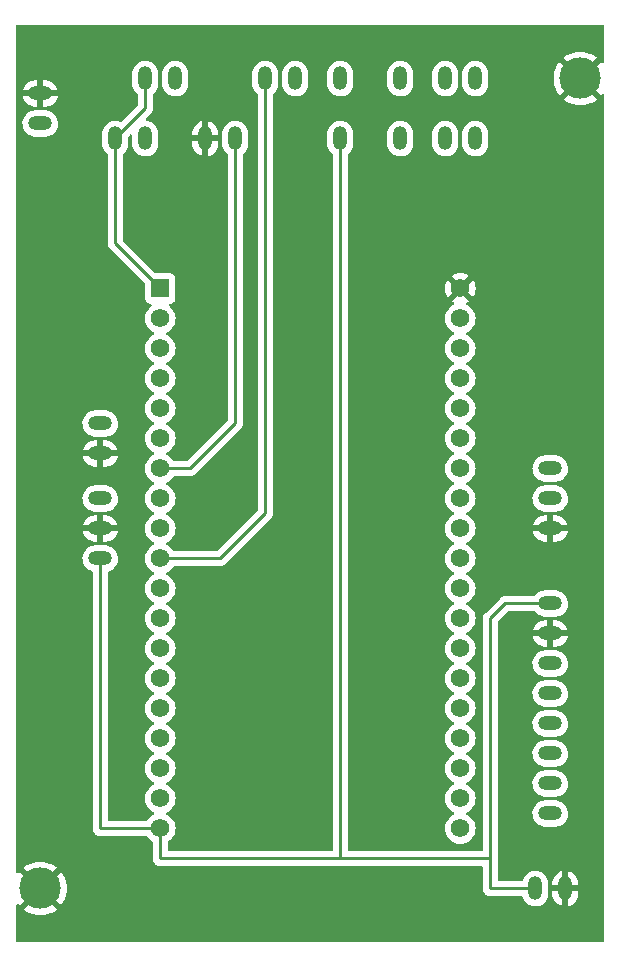
<source format=gbr>
%TF.GenerationSoftware,KiCad,Pcbnew,(6.0.5)*%
%TF.CreationDate,2022-06-25T17:15:00+09:00*%
%TF.ProjectId,test,74657374-2e6b-4696-9361-645f70636258,0*%
%TF.SameCoordinates,Original*%
%TF.FileFunction,Copper,L1,Top*%
%TF.FilePolarity,Positive*%
%FSLAX46Y46*%
G04 Gerber Fmt 4.6, Leading zero omitted, Abs format (unit mm)*
G04 Created by KiCad (PCBNEW (6.0.5)) date 2022-06-25 17:15:00*
%MOMM*%
%LPD*%
G01*
G04 APERTURE LIST*
%TA.AperFunction,ComponentPad*%
%ADD10C,3.500000*%
%TD*%
%TA.AperFunction,ComponentPad*%
%ADD11O,2.000000X1.200000*%
%TD*%
%TA.AperFunction,ComponentPad*%
%ADD12O,1.200000X2.000000*%
%TD*%
%TA.AperFunction,ComponentPad*%
%ADD13R,1.560000X1.560000*%
%TD*%
%TA.AperFunction,ComponentPad*%
%ADD14C,1.560000*%
%TD*%
%TA.AperFunction,Conductor*%
%ADD15C,0.250000*%
%TD*%
G04 APERTURE END LIST*
D10*
%TO.P,REF\u002A\u002A,1*%
%TO.N,GND*%
X40640000Y-154940000D03*
%TD*%
%TO.P,REF\u002A\u002A,1*%
%TO.N,GND*%
X86360000Y-86360000D03*
%TD*%
D11*
%TO.P,CNN_Vib_M1,1,CH1*%
%TO.N,+5V*%
X45720000Y-127000000D03*
%TO.P,CNN_Vib_M1,2,CH2*%
%TO.N,GND*%
X45720000Y-124460000D03*
%TO.P,CNN_Vib_M1,3,CH3*%
%TO.N,Net-(U1-Pad8)*%
X45720000Y-121920000D03*
%TD*%
D12*
%TO.P,CNN_V5,1,CH1*%
%TO.N,+5V*%
X82550000Y-154940000D03*
%TO.P,CNN_V5,2,CH2*%
%TO.N,GND*%
X85090000Y-154940000D03*
%TD*%
%TO.P,U3,1,CommonAnode1*%
%TO.N,+5V*%
X66040000Y-91440000D03*
%TO.P,U3,2,BlueCathode*%
%TO.N,Net-(R1-Pad2)*%
X71120000Y-91440000D03*
%TO.P,U3,3,GreenCathode*%
%TO.N,Net-(R3-Pad2)*%
X71120000Y-86360000D03*
%TO.P,U3,4,RedCathode*%
%TO.N,Net-(R2-Pad2)*%
X66040000Y-86360000D03*
%TD*%
D11*
%TO.P,U2,1,VCC*%
%TO.N,+5V*%
X83820000Y-130810000D03*
%TO.P,U2,2,GND*%
%TO.N,GND*%
X83820000Y-133350000D03*
%TO.P,U2,3,SCL*%
%TO.N,Net-(U1-Pad22)*%
X83820000Y-135890000D03*
%TO.P,U2,4,SDA*%
%TO.N,Net-(U1-Pad25)*%
X83820000Y-138430000D03*
%TO.P,U2,5,XDA*%
%TO.N,unconnected-(U2-Pad5)*%
X83820000Y-140970000D03*
%TO.P,U2,6,XCL*%
%TO.N,unconnected-(U2-Pad6)*%
X83820000Y-143510000D03*
%TO.P,U2,7,ADD*%
%TO.N,unconnected-(U2-Pad7)*%
X83820000Y-146050000D03*
%TO.P,U2,8,INT*%
%TO.N,unconnected-(U2-Pad8)*%
X83820000Y-148590000D03*
%TD*%
D13*
%TO.P,U1,1,3V3*%
%TO.N,Net-(R5-Pad2)*%
X50800000Y-104140000D03*
D14*
%TO.P,U1,2,EN*%
%TO.N,unconnected-(U1-Pad2)*%
X50800000Y-106680000D03*
%TO.P,U1,19,EXT_5V*%
%TO.N,+5V*%
X50800000Y-149860000D03*
%TO.P,U1,3,SENSOR_VP*%
%TO.N,unconnected-(U1-Pad3)*%
X50800000Y-109220000D03*
%TO.P,U1,4,SENSOR_VN*%
%TO.N,unconnected-(U1-Pad4)*%
X50800000Y-111760000D03*
%TO.P,U1,5,IO34*%
%TO.N,Net-(U1-Pad5)*%
X50800000Y-114300000D03*
%TO.P,U1,6,IO35*%
%TO.N,unconnected-(U1-Pad6)*%
X50800000Y-116840000D03*
%TO.P,U1,7,IO32*%
%TO.N,Net-(U1-Pad7)*%
X50800000Y-119380000D03*
%TO.P,U1,8,IO33*%
%TO.N,Net-(U1-Pad8)*%
X50800000Y-121920000D03*
%TO.P,U1,9,IO25*%
%TO.N,Net-(U1-Pad9)*%
X50800000Y-124460000D03*
%TO.P,U1,10,IO26*%
%TO.N,Net-(U1-Pad10)*%
X50800000Y-127000000D03*
%TO.P,U1,11,IO27*%
%TO.N,Net-(U1-Pad11)*%
X50800000Y-129540000D03*
%TO.P,U1,12,IO14*%
%TO.N,unconnected-(U1-Pad12)*%
X50800000Y-132080000D03*
%TO.P,U1,13,IO12*%
%TO.N,unconnected-(U1-Pad13)*%
X50800000Y-134620000D03*
%TO.P,U1,14,GND1*%
%TO.N,unconnected-(U1-Pad14)*%
X50800000Y-137160000D03*
%TO.P,U1,15,IO13*%
%TO.N,unconnected-(U1-Pad15)*%
X50800000Y-139700000D03*
%TO.P,U1,16,SD2*%
%TO.N,unconnected-(U1-Pad16)*%
X50800000Y-142240000D03*
%TO.P,U1,17,SD3*%
%TO.N,unconnected-(U1-Pad17)*%
X50800000Y-144780000D03*
%TO.P,U1,18,CMD*%
%TO.N,unconnected-(U1-Pad18)*%
X50800000Y-147320000D03*
%TO.P,U1,20,GND3*%
%TO.N,GND*%
X76200000Y-104140000D03*
%TO.P,U1,21,IO23*%
%TO.N,unconnected-(U1-Pad21)*%
X76200000Y-106680000D03*
%TO.P,U1,22,IO22*%
%TO.N,Net-(U1-Pad22)*%
X76200000Y-109220000D03*
%TO.P,U1,23,TXD0*%
%TO.N,Net-(U1-Pad23)*%
X76200000Y-111760000D03*
%TO.P,U1,24,RXD0*%
%TO.N,Net-(U1-Pad24)*%
X76200000Y-114300000D03*
%TO.P,U1,25,IO21*%
%TO.N,Net-(U1-Pad25)*%
X76200000Y-116840000D03*
%TO.P,U1,26,GND2*%
%TO.N,unconnected-(U1-Pad26)*%
X76200000Y-119380000D03*
%TO.P,U1,27,IO19*%
%TO.N,unconnected-(U1-Pad27)*%
X76200000Y-121920000D03*
%TO.P,U1,28,IO18*%
%TO.N,unconnected-(U1-Pad28)*%
X76200000Y-124460000D03*
%TO.P,U1,29,IO5*%
%TO.N,unconnected-(U1-Pad29)*%
X76200000Y-127000000D03*
%TO.P,U1,30,IO17*%
%TO.N,unconnected-(U1-Pad30)*%
X76200000Y-129540000D03*
%TO.P,U1,31,IO16*%
%TO.N,Net-(U1-Pad31)*%
X76200000Y-132080000D03*
%TO.P,U1,32,IO4*%
%TO.N,unconnected-(U1-Pad32)*%
X76200000Y-134620000D03*
%TO.P,U1,33,IO0*%
%TO.N,unconnected-(U1-Pad33)*%
X76200000Y-137160000D03*
%TO.P,U1,34,IO2*%
%TO.N,unconnected-(U1-Pad34)*%
X76200000Y-139700000D03*
%TO.P,U1,35,IO15*%
%TO.N,unconnected-(U1-Pad35)*%
X76200000Y-142240000D03*
%TO.P,U1,36,SD1*%
%TO.N,unconnected-(U1-Pad36)*%
X76200000Y-144780000D03*
%TO.P,U1,37,SD0*%
%TO.N,unconnected-(U1-Pad37)*%
X76200000Y-147320000D03*
%TO.P,U1,38,CLK*%
%TO.N,unconnected-(U1-Pad38)*%
X76200000Y-149860000D03*
%TD*%
D12*
%TO.P,R5,1*%
%TO.N,Net-(U1-Pad31)*%
X49530000Y-91440000D03*
%TO.P,R5,2*%
%TO.N,Net-(R5-Pad2)*%
X46990000Y-91440000D03*
%TD*%
%TO.P,R4,1*%
%TO.N,Net-(U1-Pad7)*%
X57150000Y-91440000D03*
%TO.P,R4,2*%
%TO.N,GND*%
X54610000Y-91440000D03*
%TD*%
%TO.P,R3,1*%
%TO.N,Net-(U1-Pad11)*%
X77470000Y-86360000D03*
%TO.P,R3,2*%
%TO.N,Net-(R3-Pad2)*%
X74930000Y-86360000D03*
%TD*%
%TO.P,R2,1*%
%TO.N,Net-(U1-Pad10)*%
X59690000Y-86360000D03*
%TO.P,R2,2*%
%TO.N,Net-(R2-Pad2)*%
X62230000Y-86360000D03*
%TD*%
%TO.P,R1,1*%
%TO.N,Net-(U1-Pad9)*%
X77470000Y-91440000D03*
%TO.P,R1,2*%
%TO.N,Net-(R1-Pad2)*%
X74930000Y-91440000D03*
%TD*%
D11*
%TO.P,CNN_TX_RX1,1,CH1*%
%TO.N,Net-(U1-Pad23)*%
X83820000Y-119380000D03*
%TO.P,CNN_TX_RX1,2,CH2*%
%TO.N,Net-(U1-Pad24)*%
X83820000Y-121920000D03*
%TO.P,CNN_TX_RX1,3,CH3*%
%TO.N,GND*%
X83820000Y-124460000D03*
%TD*%
%TO.P,CNN_SW1,1,CH1*%
%TO.N,Net-(U1-Pad31)*%
X40640000Y-90170000D03*
%TO.P,CNN_SW1,2,CH2*%
%TO.N,GND*%
X40640000Y-87630000D03*
%TD*%
%TO.P,CNN_BZ1,1,CH1*%
%TO.N,Net-(U1-Pad5)*%
X45720000Y-115570000D03*
%TO.P,CNN_BZ1,2,CH2*%
%TO.N,GND*%
X45720000Y-118110000D03*
%TD*%
D12*
%TO.P,CdS1M1,1*%
%TO.N,Net-(R5-Pad2)*%
X49530000Y-86360000D03*
%TO.P,CdS1M1,2*%
%TO.N,Net-(U1-Pad7)*%
X52070000Y-86360000D03*
%TD*%
D15*
%TO.N,+5V*%
X78740000Y-154940000D02*
X78740000Y-152400000D01*
X82550000Y-154940000D02*
X78740000Y-154940000D01*
X45720000Y-149860000D02*
X50800000Y-149860000D01*
X45720000Y-127000000D02*
X45720000Y-149860000D01*
X66040000Y-91440000D02*
X66040000Y-152400000D01*
X66040000Y-152400000D02*
X50800000Y-152400000D01*
X78740000Y-152400000D02*
X66040000Y-152400000D01*
%TO.N,Net-(U1-Pad10)*%
X55880000Y-127000000D02*
X50800000Y-127000000D01*
X59690000Y-123190000D02*
X55880000Y-127000000D01*
X59690000Y-86360000D02*
X59690000Y-123190000D01*
%TO.N,Net-(U1-Pad7)*%
X53340000Y-119380000D02*
X50800000Y-119380000D01*
X57150000Y-115570000D02*
X53340000Y-119380000D01*
X57150000Y-91440000D02*
X57150000Y-115570000D01*
%TO.N,Net-(R5-Pad2)*%
X49530000Y-88900000D02*
X46990000Y-91440000D01*
X49530000Y-86360000D02*
X49530000Y-88900000D01*
X46990000Y-100330000D02*
X50800000Y-104140000D01*
X46990000Y-91440000D02*
X46990000Y-100330000D01*
%TO.N,+5V*%
X50800000Y-152400000D02*
X50800000Y-149860000D01*
X78740000Y-132080000D02*
X78740000Y-152400000D01*
X80010000Y-130810000D02*
X78740000Y-132080000D01*
X83820000Y-130810000D02*
X80010000Y-130810000D01*
%TD*%
%TA.AperFunction,Conductor*%
%TO.N,GND*%
G36*
X88333621Y-81808502D02*
G01*
X88380114Y-81862158D01*
X88391500Y-81914500D01*
X88391500Y-84920695D01*
X88371498Y-84988816D01*
X88317842Y-85035309D01*
X88247568Y-85045413D01*
X88182988Y-85015919D01*
X88160734Y-84990696D01*
X88157527Y-84985897D01*
X88152512Y-84979361D01*
X88139853Y-84964926D01*
X88126614Y-84956528D01*
X88116849Y-84962362D01*
X86732020Y-86347190D01*
X86724408Y-86361131D01*
X86724539Y-86362966D01*
X86728790Y-86369580D01*
X88115095Y-87755884D01*
X88128856Y-87763399D01*
X88138216Y-87756941D01*
X88152512Y-87740639D01*
X88157527Y-87734103D01*
X88160734Y-87729304D01*
X88215211Y-87683776D01*
X88285654Y-87674927D01*
X88349698Y-87705568D01*
X88387010Y-87765969D01*
X88391500Y-87799305D01*
X88391500Y-159385500D01*
X88371498Y-159453621D01*
X88317842Y-159500114D01*
X88265500Y-159511500D01*
X38734500Y-159511500D01*
X38666379Y-159491498D01*
X38619886Y-159437842D01*
X38608500Y-159385500D01*
X38608500Y-156708856D01*
X39236601Y-156708856D01*
X39243059Y-156718216D01*
X39259361Y-156732512D01*
X39265901Y-156737530D01*
X39505144Y-156897387D01*
X39512281Y-156901508D01*
X39770349Y-157028772D01*
X39777953Y-157031922D01*
X40050420Y-157124412D01*
X40058383Y-157126546D01*
X40340600Y-157182683D01*
X40348751Y-157183756D01*
X40635881Y-157202575D01*
X40644119Y-157202575D01*
X40931249Y-157183756D01*
X40939400Y-157182683D01*
X41221617Y-157126546D01*
X41229580Y-157124412D01*
X41502047Y-157031922D01*
X41509651Y-157028772D01*
X41767719Y-156901508D01*
X41774856Y-156897387D01*
X42014099Y-156737530D01*
X42020639Y-156732512D01*
X42035074Y-156719853D01*
X42043472Y-156706614D01*
X42037638Y-156696849D01*
X40652810Y-155312020D01*
X40638869Y-155304408D01*
X40637034Y-155304539D01*
X40630420Y-155308790D01*
X39244116Y-156695095D01*
X39236601Y-156708856D01*
X38608500Y-156708856D01*
X38608500Y-156379305D01*
X38628502Y-156311184D01*
X38682158Y-156264691D01*
X38752432Y-156254587D01*
X38817012Y-156284081D01*
X38839266Y-156309304D01*
X38842473Y-156314103D01*
X38847488Y-156320639D01*
X38860147Y-156335074D01*
X38873386Y-156343472D01*
X38883151Y-156337638D01*
X40267980Y-154952810D01*
X40274357Y-154941131D01*
X41004408Y-154941131D01*
X41004539Y-154942966D01*
X41008790Y-154949580D01*
X42395095Y-156335884D01*
X42408856Y-156343399D01*
X42418216Y-156336941D01*
X42432512Y-156320639D01*
X42437530Y-156314099D01*
X42597387Y-156074855D01*
X42601508Y-156067718D01*
X42728772Y-155809651D01*
X42731922Y-155802047D01*
X42824412Y-155529580D01*
X42826546Y-155521617D01*
X42882683Y-155239400D01*
X42883756Y-155231249D01*
X42902575Y-154944119D01*
X42902575Y-154935881D01*
X42883756Y-154648751D01*
X42882683Y-154640600D01*
X42826546Y-154358383D01*
X42824412Y-154350420D01*
X42731922Y-154077953D01*
X42728772Y-154070349D01*
X42601508Y-153812282D01*
X42597387Y-153805145D01*
X42437530Y-153565901D01*
X42432512Y-153559361D01*
X42419853Y-153544926D01*
X42406614Y-153536528D01*
X42396849Y-153542362D01*
X41012020Y-154927190D01*
X41004408Y-154941131D01*
X40274357Y-154941131D01*
X40275592Y-154938869D01*
X40275461Y-154937034D01*
X40271210Y-154930420D01*
X38884905Y-153544116D01*
X38871144Y-153536601D01*
X38861784Y-153543059D01*
X38847488Y-153559361D01*
X38842473Y-153565897D01*
X38839266Y-153570696D01*
X38784789Y-153616224D01*
X38714346Y-153625073D01*
X38650302Y-153594432D01*
X38612990Y-153534031D01*
X38608500Y-153500695D01*
X38608500Y-153173386D01*
X39236528Y-153173386D01*
X39242362Y-153183151D01*
X40627190Y-154567980D01*
X40641131Y-154575592D01*
X40642966Y-154575461D01*
X40649580Y-154571210D01*
X42035884Y-153184905D01*
X42043399Y-153171144D01*
X42036941Y-153161784D01*
X42020639Y-153147488D01*
X42014099Y-153142470D01*
X41774856Y-152982613D01*
X41767719Y-152978492D01*
X41509651Y-152851228D01*
X41502047Y-152848078D01*
X41229580Y-152755588D01*
X41221617Y-152753454D01*
X40939400Y-152697317D01*
X40931249Y-152696244D01*
X40644119Y-152677425D01*
X40635881Y-152677425D01*
X40348751Y-152696244D01*
X40340600Y-152697317D01*
X40058383Y-152753454D01*
X40050420Y-152755588D01*
X39777953Y-152848078D01*
X39770349Y-152851228D01*
X39512282Y-152978492D01*
X39505145Y-152982613D01*
X39265901Y-153142470D01*
X39259361Y-153147488D01*
X39244926Y-153160147D01*
X39236528Y-153173386D01*
X38608500Y-153173386D01*
X38608500Y-126945604D01*
X44207787Y-126945604D01*
X44217567Y-127156899D01*
X44267125Y-127362534D01*
X44269607Y-127367992D01*
X44269608Y-127367996D01*
X44311152Y-127459366D01*
X44354674Y-127555087D01*
X44477054Y-127727611D01*
X44629850Y-127873881D01*
X44807548Y-127988620D01*
X44813114Y-127990863D01*
X45003737Y-128067686D01*
X45003094Y-128069280D01*
X45055927Y-128103418D01*
X45085261Y-128168071D01*
X45086500Y-128185696D01*
X45086500Y-149788207D01*
X45084268Y-149811816D01*
X45082725Y-149819906D01*
X45085592Y-149865475D01*
X45086251Y-149875951D01*
X45086500Y-149883862D01*
X45086500Y-149899856D01*
X45088506Y-149915730D01*
X45089248Y-149923590D01*
X45092775Y-149979650D01*
X45095225Y-149987191D01*
X45095321Y-149987487D01*
X45100494Y-150010631D01*
X45100532Y-150010935D01*
X45100533Y-150010940D01*
X45101526Y-150018797D01*
X45104442Y-150026162D01*
X45104443Y-150026166D01*
X45122199Y-150071011D01*
X45124871Y-150078430D01*
X45142236Y-150131875D01*
X45146486Y-150138571D01*
X45146486Y-150138572D01*
X45146650Y-150138831D01*
X45157415Y-150159958D01*
X45157529Y-150160246D01*
X45157532Y-150160251D01*
X45160448Y-150167617D01*
X45165104Y-150174025D01*
X45165107Y-150174031D01*
X45193458Y-150213052D01*
X45197901Y-150219589D01*
X45228000Y-150267018D01*
X45233778Y-150272444D01*
X45233779Y-150272445D01*
X45234007Y-150272659D01*
X45249688Y-150290446D01*
X45254528Y-150297107D01*
X45260637Y-150302161D01*
X45260638Y-150302162D01*
X45297796Y-150332903D01*
X45303730Y-150338134D01*
X45338898Y-150371158D01*
X45338901Y-150371160D01*
X45344679Y-150376586D01*
X45351903Y-150380558D01*
X45371506Y-150393881D01*
X45371746Y-150394080D01*
X45371753Y-150394084D01*
X45377856Y-150399133D01*
X45417400Y-150417741D01*
X45428676Y-150423047D01*
X45435708Y-150426629D01*
X45484940Y-150453695D01*
X45492615Y-150455665D01*
X45492621Y-150455668D01*
X45492919Y-150455744D01*
X45515228Y-150463776D01*
X45515503Y-150463906D01*
X45515511Y-150463909D01*
X45522682Y-150467283D01*
X45577849Y-150477806D01*
X45585558Y-150479529D01*
X45619551Y-150488257D01*
X45632293Y-150491529D01*
X45632294Y-150491529D01*
X45639970Y-150493500D01*
X45648207Y-150493500D01*
X45671816Y-150495732D01*
X45672119Y-150495790D01*
X45672123Y-150495790D01*
X45679906Y-150497275D01*
X45735951Y-150493749D01*
X45743862Y-150493500D01*
X49605023Y-150493500D01*
X49673144Y-150513502D01*
X49708232Y-150547226D01*
X49809181Y-150691396D01*
X49968604Y-150850819D01*
X50112773Y-150951766D01*
X50157099Y-151007220D01*
X50166500Y-151054977D01*
X50166500Y-152328207D01*
X50164268Y-152351816D01*
X50162725Y-152359906D01*
X50163223Y-152367817D01*
X50166251Y-152415951D01*
X50166500Y-152423862D01*
X50166500Y-152439856D01*
X50168506Y-152455730D01*
X50169248Y-152463590D01*
X50172775Y-152519650D01*
X50175225Y-152527191D01*
X50175321Y-152527487D01*
X50180494Y-152550631D01*
X50180532Y-152550935D01*
X50180533Y-152550940D01*
X50181526Y-152558797D01*
X50184442Y-152566162D01*
X50184443Y-152566166D01*
X50202199Y-152611011D01*
X50204871Y-152618430D01*
X50222236Y-152671875D01*
X50226486Y-152678571D01*
X50226486Y-152678572D01*
X50226650Y-152678831D01*
X50237415Y-152699958D01*
X50237529Y-152700246D01*
X50237532Y-152700251D01*
X50240448Y-152707617D01*
X50245104Y-152714025D01*
X50245107Y-152714031D01*
X50273458Y-152753052D01*
X50277901Y-152759589D01*
X50308000Y-152807018D01*
X50313778Y-152812444D01*
X50313779Y-152812445D01*
X50314007Y-152812659D01*
X50329688Y-152830446D01*
X50334528Y-152837107D01*
X50340637Y-152842161D01*
X50340638Y-152842162D01*
X50377796Y-152872903D01*
X50383730Y-152878134D01*
X50418898Y-152911158D01*
X50418901Y-152911160D01*
X50424679Y-152916586D01*
X50431903Y-152920558D01*
X50451506Y-152933881D01*
X50451746Y-152934080D01*
X50451753Y-152934084D01*
X50457856Y-152939133D01*
X50497400Y-152957741D01*
X50508676Y-152963047D01*
X50515708Y-152966629D01*
X50564940Y-152993695D01*
X50572615Y-152995665D01*
X50572621Y-152995668D01*
X50572919Y-152995744D01*
X50595228Y-153003776D01*
X50595503Y-153003906D01*
X50595511Y-153003909D01*
X50602682Y-153007283D01*
X50657849Y-153017806D01*
X50665558Y-153019529D01*
X50699551Y-153028257D01*
X50712293Y-153031529D01*
X50712294Y-153031529D01*
X50719970Y-153033500D01*
X50728207Y-153033500D01*
X50751816Y-153035732D01*
X50752119Y-153035790D01*
X50752123Y-153035790D01*
X50759906Y-153037275D01*
X50815951Y-153033749D01*
X50823862Y-153033500D01*
X65968207Y-153033500D01*
X65991816Y-153035732D01*
X65992119Y-153035790D01*
X65992123Y-153035790D01*
X65999906Y-153037275D01*
X66055951Y-153033749D01*
X66063862Y-153033500D01*
X77980500Y-153033500D01*
X78048621Y-153053502D01*
X78095114Y-153107158D01*
X78106500Y-153159500D01*
X78106500Y-154868207D01*
X78104268Y-154891816D01*
X78102725Y-154899906D01*
X78103223Y-154907817D01*
X78106251Y-154955951D01*
X78106500Y-154963862D01*
X78106500Y-154979856D01*
X78108506Y-154995730D01*
X78109248Y-155003590D01*
X78112775Y-155059650D01*
X78115225Y-155067191D01*
X78115321Y-155067487D01*
X78120494Y-155090631D01*
X78120532Y-155090935D01*
X78120533Y-155090940D01*
X78121526Y-155098797D01*
X78124442Y-155106162D01*
X78124443Y-155106166D01*
X78142199Y-155151011D01*
X78144871Y-155158430D01*
X78162236Y-155211875D01*
X78166486Y-155218571D01*
X78166486Y-155218572D01*
X78166650Y-155218831D01*
X78177415Y-155239958D01*
X78177529Y-155240246D01*
X78177532Y-155240251D01*
X78180448Y-155247617D01*
X78185104Y-155254025D01*
X78185107Y-155254031D01*
X78213458Y-155293052D01*
X78217901Y-155299589D01*
X78248000Y-155347018D01*
X78253778Y-155352444D01*
X78253779Y-155352445D01*
X78254007Y-155352659D01*
X78269688Y-155370446D01*
X78274528Y-155377107D01*
X78280637Y-155382161D01*
X78280638Y-155382162D01*
X78317796Y-155412903D01*
X78323730Y-155418134D01*
X78358898Y-155451158D01*
X78358901Y-155451160D01*
X78364679Y-155456586D01*
X78371903Y-155460558D01*
X78391506Y-155473881D01*
X78391746Y-155474080D01*
X78391753Y-155474084D01*
X78397856Y-155479133D01*
X78437400Y-155497741D01*
X78448676Y-155503047D01*
X78455708Y-155506629D01*
X78504940Y-155533695D01*
X78512615Y-155535665D01*
X78512621Y-155535668D01*
X78512919Y-155535744D01*
X78535228Y-155543776D01*
X78535503Y-155543906D01*
X78535511Y-155543909D01*
X78542682Y-155547283D01*
X78597849Y-155557806D01*
X78605558Y-155559529D01*
X78639551Y-155568257D01*
X78652293Y-155571529D01*
X78652294Y-155571529D01*
X78659970Y-155573500D01*
X78668207Y-155573500D01*
X78691816Y-155575732D01*
X78692119Y-155575790D01*
X78692123Y-155575790D01*
X78699906Y-155577275D01*
X78755951Y-155573749D01*
X78763862Y-155573500D01*
X81368930Y-155573500D01*
X81437051Y-155593502D01*
X81483544Y-155647158D01*
X81489834Y-155664028D01*
X81516092Y-155753534D01*
X81518836Y-155758861D01*
X81518836Y-155758862D01*
X81610057Y-155935978D01*
X81612942Y-155941580D01*
X81743604Y-156107920D01*
X81748135Y-156111852D01*
X81748138Y-156111855D01*
X81833620Y-156186032D01*
X81903363Y-156246552D01*
X81908549Y-156249552D01*
X81908553Y-156249555D01*
X82015083Y-156311184D01*
X82086454Y-156352473D01*
X82286271Y-156421861D01*
X82292206Y-156422722D01*
X82292208Y-156422722D01*
X82489664Y-156451352D01*
X82489667Y-156451352D01*
X82495604Y-156452213D01*
X82706899Y-156442433D01*
X82838077Y-156410819D01*
X82906701Y-156394281D01*
X82906703Y-156394280D01*
X82912534Y-156392875D01*
X82917992Y-156390393D01*
X82917996Y-156390392D01*
X83035554Y-156336941D01*
X83105087Y-156305326D01*
X83277611Y-156182946D01*
X83423881Y-156030150D01*
X83538620Y-155852452D01*
X83580877Y-155747599D01*
X83615442Y-155661832D01*
X83615443Y-155661829D01*
X83617686Y-155656263D01*
X83658228Y-155448663D01*
X83658500Y-155443101D01*
X83658500Y-155389832D01*
X83982000Y-155389832D01*
X83982285Y-155395808D01*
X83996471Y-155544494D01*
X83998730Y-155556228D01*
X84054872Y-155747599D01*
X84059302Y-155758675D01*
X84150619Y-155935978D01*
X84157069Y-155946024D01*
X84280262Y-156102857D01*
X84288499Y-156111506D01*
X84439123Y-156242212D01*
X84448847Y-156249147D01*
X84621467Y-156349010D01*
X84632331Y-156353984D01*
X84820727Y-156419407D01*
X84821716Y-156419648D01*
X84832008Y-156418180D01*
X84836000Y-156404615D01*
X84836000Y-156400402D01*
X85344000Y-156400402D01*
X85347973Y-156413933D01*
X85357399Y-156415288D01*
X85446537Y-156393806D01*
X85457832Y-156389917D01*
X85639382Y-156307371D01*
X85649724Y-156301424D01*
X85812397Y-156186032D01*
X85821425Y-156178239D01*
X85959342Y-156034169D01*
X85966738Y-156024804D01*
X86074921Y-155857259D01*
X86080417Y-155846655D01*
X86154961Y-155661688D01*
X86158355Y-155650230D01*
X86196857Y-155453072D01*
X86197934Y-155444209D01*
X86198000Y-155441500D01*
X86198000Y-155212115D01*
X86193525Y-155196876D01*
X86192135Y-155195671D01*
X86184452Y-155194000D01*
X85362115Y-155194000D01*
X85346876Y-155198475D01*
X85345671Y-155199865D01*
X85344000Y-155207548D01*
X85344000Y-156400402D01*
X84836000Y-156400402D01*
X84836000Y-155212115D01*
X84831525Y-155196876D01*
X84830135Y-155195671D01*
X84822452Y-155194000D01*
X84000115Y-155194000D01*
X83984876Y-155198475D01*
X83983671Y-155199865D01*
X83982000Y-155207548D01*
X83982000Y-155389832D01*
X83658500Y-155389832D01*
X83658500Y-154667885D01*
X83982000Y-154667885D01*
X83986475Y-154683124D01*
X83987865Y-154684329D01*
X83995548Y-154686000D01*
X84817885Y-154686000D01*
X84833124Y-154681525D01*
X84834329Y-154680135D01*
X84836000Y-154672452D01*
X84836000Y-154667885D01*
X85344000Y-154667885D01*
X85348475Y-154683124D01*
X85349865Y-154684329D01*
X85357548Y-154686000D01*
X86179885Y-154686000D01*
X86195124Y-154681525D01*
X86196329Y-154680135D01*
X86198000Y-154672452D01*
X86198000Y-154490168D01*
X86197715Y-154484192D01*
X86183529Y-154335506D01*
X86181270Y-154323772D01*
X86125128Y-154132401D01*
X86120698Y-154121325D01*
X86029381Y-153944022D01*
X86022931Y-153933976D01*
X85899738Y-153777143D01*
X85891501Y-153768494D01*
X85740877Y-153637788D01*
X85731153Y-153630853D01*
X85558533Y-153530990D01*
X85547669Y-153526016D01*
X85359273Y-153460593D01*
X85358284Y-153460352D01*
X85347992Y-153461820D01*
X85344000Y-153475385D01*
X85344000Y-154667885D01*
X84836000Y-154667885D01*
X84836000Y-153479598D01*
X84832027Y-153466067D01*
X84822601Y-153464712D01*
X84733463Y-153486194D01*
X84722168Y-153490083D01*
X84540618Y-153572629D01*
X84530276Y-153578576D01*
X84367603Y-153693968D01*
X84358575Y-153701761D01*
X84220658Y-153845831D01*
X84213262Y-153855196D01*
X84105079Y-154022741D01*
X84099583Y-154033345D01*
X84025039Y-154218312D01*
X84021645Y-154229770D01*
X83983143Y-154426928D01*
X83982066Y-154435791D01*
X83982000Y-154438500D01*
X83982000Y-154667885D01*
X83658500Y-154667885D01*
X83658500Y-154487154D01*
X83643452Y-154329434D01*
X83583908Y-154126466D01*
X83530368Y-154022511D01*
X83489804Y-153943751D01*
X83489802Y-153943748D01*
X83487058Y-153938420D01*
X83356396Y-153772080D01*
X83351865Y-153768148D01*
X83351862Y-153768145D01*
X83201167Y-153637379D01*
X83196637Y-153633448D01*
X83191451Y-153630448D01*
X83191447Y-153630445D01*
X83018742Y-153530533D01*
X83013546Y-153527527D01*
X82813729Y-153458139D01*
X82807794Y-153457278D01*
X82807792Y-153457278D01*
X82610336Y-153428648D01*
X82610333Y-153428648D01*
X82604396Y-153427787D01*
X82393101Y-153437567D01*
X82280466Y-153464712D01*
X82193299Y-153485719D01*
X82193297Y-153485720D01*
X82187466Y-153487125D01*
X82182008Y-153489607D01*
X82182004Y-153489608D01*
X82090990Y-153530990D01*
X81994913Y-153574674D01*
X81822389Y-153697054D01*
X81676119Y-153849850D01*
X81561380Y-154027548D01*
X81482314Y-154223737D01*
X81480720Y-154223094D01*
X81446582Y-154275927D01*
X81381929Y-154305261D01*
X81364304Y-154306500D01*
X79499500Y-154306500D01*
X79431379Y-154286498D01*
X79384886Y-154232842D01*
X79373500Y-154180500D01*
X79373500Y-152471793D01*
X79375732Y-152448184D01*
X79375790Y-152447881D01*
X79375790Y-152447877D01*
X79377275Y-152440094D01*
X79373749Y-152384049D01*
X79373500Y-152376138D01*
X79373500Y-148535604D01*
X82307787Y-148535604D01*
X82317567Y-148746899D01*
X82318971Y-148752724D01*
X82318971Y-148752725D01*
X82347976Y-148873076D01*
X82367125Y-148952534D01*
X82369607Y-148957992D01*
X82369608Y-148957996D01*
X82413053Y-149053546D01*
X82454674Y-149145087D01*
X82577054Y-149317611D01*
X82729850Y-149463881D01*
X82907548Y-149578620D01*
X82913114Y-149580863D01*
X83098168Y-149655442D01*
X83098171Y-149655443D01*
X83103737Y-149657686D01*
X83311337Y-149698228D01*
X83316899Y-149698500D01*
X84272846Y-149698500D01*
X84430566Y-149683452D01*
X84633534Y-149623908D01*
X84717111Y-149580863D01*
X84816249Y-149529804D01*
X84816252Y-149529802D01*
X84821580Y-149527058D01*
X84987920Y-149396396D01*
X84991852Y-149391865D01*
X84991855Y-149391862D01*
X85122621Y-149241167D01*
X85126552Y-149236637D01*
X85129552Y-149231451D01*
X85129555Y-149231447D01*
X85229467Y-149058742D01*
X85232473Y-149053546D01*
X85301861Y-148853729D01*
X85323543Y-148704195D01*
X85331352Y-148650336D01*
X85331352Y-148650333D01*
X85332213Y-148644396D01*
X85322433Y-148433101D01*
X85272875Y-148227466D01*
X85236237Y-148146884D01*
X85187806Y-148040368D01*
X85185326Y-148034913D01*
X85062946Y-147862389D01*
X84910150Y-147716119D01*
X84732452Y-147601380D01*
X84672354Y-147577160D01*
X84541832Y-147524558D01*
X84541829Y-147524557D01*
X84536263Y-147522314D01*
X84328663Y-147481772D01*
X84323101Y-147481500D01*
X83367154Y-147481500D01*
X83209434Y-147496548D01*
X83006466Y-147556092D01*
X83001139Y-147558836D01*
X83001138Y-147558836D01*
X82823751Y-147650196D01*
X82823748Y-147650198D01*
X82818420Y-147652942D01*
X82652080Y-147783604D01*
X82648148Y-147788135D01*
X82648145Y-147788138D01*
X82579474Y-147867275D01*
X82513448Y-147943363D01*
X82510448Y-147948549D01*
X82510445Y-147948553D01*
X82463312Y-148030026D01*
X82407527Y-148126454D01*
X82338139Y-148326271D01*
X82337278Y-148332206D01*
X82337278Y-148332208D01*
X82309655Y-148522723D01*
X82307787Y-148535604D01*
X79373500Y-148535604D01*
X79373500Y-145995604D01*
X82307787Y-145995604D01*
X82317567Y-146206899D01*
X82318971Y-146212724D01*
X82318971Y-146212725D01*
X82347976Y-146333076D01*
X82367125Y-146412534D01*
X82369607Y-146417992D01*
X82369608Y-146417996D01*
X82413053Y-146513546D01*
X82454674Y-146605087D01*
X82577054Y-146777611D01*
X82729850Y-146923881D01*
X82907548Y-147038620D01*
X82913114Y-147040863D01*
X83098168Y-147115442D01*
X83098171Y-147115443D01*
X83103737Y-147117686D01*
X83311337Y-147158228D01*
X83316899Y-147158500D01*
X84272846Y-147158500D01*
X84430566Y-147143452D01*
X84633534Y-147083908D01*
X84717111Y-147040863D01*
X84816249Y-146989804D01*
X84816252Y-146989802D01*
X84821580Y-146987058D01*
X84987920Y-146856396D01*
X84991852Y-146851865D01*
X84991855Y-146851862D01*
X85122621Y-146701167D01*
X85126552Y-146696637D01*
X85129552Y-146691451D01*
X85129555Y-146691447D01*
X85229467Y-146518742D01*
X85232473Y-146513546D01*
X85301861Y-146313729D01*
X85323543Y-146164195D01*
X85331352Y-146110336D01*
X85331352Y-146110333D01*
X85332213Y-146104396D01*
X85322433Y-145893101D01*
X85272875Y-145687466D01*
X85236237Y-145606884D01*
X85187806Y-145500368D01*
X85185326Y-145494913D01*
X85062946Y-145322389D01*
X84910150Y-145176119D01*
X84732452Y-145061380D01*
X84672354Y-145037160D01*
X84541832Y-144984558D01*
X84541829Y-144984557D01*
X84536263Y-144982314D01*
X84328663Y-144941772D01*
X84323101Y-144941500D01*
X83367154Y-144941500D01*
X83209434Y-144956548D01*
X83006466Y-145016092D01*
X83001139Y-145018836D01*
X83001138Y-145018836D01*
X82823751Y-145110196D01*
X82823748Y-145110198D01*
X82818420Y-145112942D01*
X82652080Y-145243604D01*
X82648148Y-145248135D01*
X82648145Y-145248138D01*
X82579474Y-145327275D01*
X82513448Y-145403363D01*
X82510448Y-145408549D01*
X82510445Y-145408553D01*
X82463312Y-145490026D01*
X82407527Y-145586454D01*
X82338139Y-145786271D01*
X82337278Y-145792206D01*
X82337278Y-145792208D01*
X82309655Y-145982723D01*
X82307787Y-145995604D01*
X79373500Y-145995604D01*
X79373500Y-143455604D01*
X82307787Y-143455604D01*
X82317567Y-143666899D01*
X82318971Y-143672724D01*
X82318971Y-143672725D01*
X82347976Y-143793076D01*
X82367125Y-143872534D01*
X82369607Y-143877992D01*
X82369608Y-143877996D01*
X82413053Y-143973546D01*
X82454674Y-144065087D01*
X82577054Y-144237611D01*
X82729850Y-144383881D01*
X82907548Y-144498620D01*
X82913114Y-144500863D01*
X83098168Y-144575442D01*
X83098171Y-144575443D01*
X83103737Y-144577686D01*
X83311337Y-144618228D01*
X83316899Y-144618500D01*
X84272846Y-144618500D01*
X84430566Y-144603452D01*
X84633534Y-144543908D01*
X84717111Y-144500863D01*
X84816249Y-144449804D01*
X84816252Y-144449802D01*
X84821580Y-144447058D01*
X84987920Y-144316396D01*
X84991852Y-144311865D01*
X84991855Y-144311862D01*
X85122621Y-144161167D01*
X85126552Y-144156637D01*
X85129552Y-144151451D01*
X85129555Y-144151447D01*
X85229467Y-143978742D01*
X85232473Y-143973546D01*
X85301861Y-143773729D01*
X85323543Y-143624195D01*
X85331352Y-143570336D01*
X85331352Y-143570333D01*
X85332213Y-143564396D01*
X85322433Y-143353101D01*
X85272875Y-143147466D01*
X85236237Y-143066884D01*
X85187806Y-142960368D01*
X85185326Y-142954913D01*
X85062946Y-142782389D01*
X84910150Y-142636119D01*
X84732452Y-142521380D01*
X84672354Y-142497160D01*
X84541832Y-142444558D01*
X84541829Y-142444557D01*
X84536263Y-142442314D01*
X84328663Y-142401772D01*
X84323101Y-142401500D01*
X83367154Y-142401500D01*
X83209434Y-142416548D01*
X83006466Y-142476092D01*
X83001139Y-142478836D01*
X83001138Y-142478836D01*
X82823751Y-142570196D01*
X82823748Y-142570198D01*
X82818420Y-142572942D01*
X82652080Y-142703604D01*
X82648148Y-142708135D01*
X82648145Y-142708138D01*
X82579474Y-142787275D01*
X82513448Y-142863363D01*
X82510448Y-142868549D01*
X82510445Y-142868553D01*
X82463312Y-142950026D01*
X82407527Y-143046454D01*
X82338139Y-143246271D01*
X82337278Y-143252206D01*
X82337278Y-143252208D01*
X82309655Y-143442723D01*
X82307787Y-143455604D01*
X79373500Y-143455604D01*
X79373500Y-140915604D01*
X82307787Y-140915604D01*
X82317567Y-141126899D01*
X82318971Y-141132724D01*
X82318971Y-141132725D01*
X82347976Y-141253076D01*
X82367125Y-141332534D01*
X82369607Y-141337992D01*
X82369608Y-141337996D01*
X82413053Y-141433546D01*
X82454674Y-141525087D01*
X82577054Y-141697611D01*
X82729850Y-141843881D01*
X82907548Y-141958620D01*
X82913114Y-141960863D01*
X83098168Y-142035442D01*
X83098171Y-142035443D01*
X83103737Y-142037686D01*
X83311337Y-142078228D01*
X83316899Y-142078500D01*
X84272846Y-142078500D01*
X84430566Y-142063452D01*
X84633534Y-142003908D01*
X84717111Y-141960863D01*
X84816249Y-141909804D01*
X84816252Y-141909802D01*
X84821580Y-141907058D01*
X84987920Y-141776396D01*
X84991852Y-141771865D01*
X84991855Y-141771862D01*
X85122621Y-141621167D01*
X85126552Y-141616637D01*
X85129552Y-141611451D01*
X85129555Y-141611447D01*
X85229467Y-141438742D01*
X85232473Y-141433546D01*
X85301861Y-141233729D01*
X85323543Y-141084195D01*
X85331352Y-141030336D01*
X85331352Y-141030333D01*
X85332213Y-141024396D01*
X85322433Y-140813101D01*
X85272875Y-140607466D01*
X85236237Y-140526884D01*
X85187806Y-140420368D01*
X85185326Y-140414913D01*
X85062946Y-140242389D01*
X84910150Y-140096119D01*
X84732452Y-139981380D01*
X84672354Y-139957160D01*
X84541832Y-139904558D01*
X84541829Y-139904557D01*
X84536263Y-139902314D01*
X84328663Y-139861772D01*
X84323101Y-139861500D01*
X83367154Y-139861500D01*
X83209434Y-139876548D01*
X83006466Y-139936092D01*
X83001139Y-139938836D01*
X83001138Y-139938836D01*
X82823751Y-140030196D01*
X82823748Y-140030198D01*
X82818420Y-140032942D01*
X82652080Y-140163604D01*
X82648148Y-140168135D01*
X82648145Y-140168138D01*
X82579474Y-140247275D01*
X82513448Y-140323363D01*
X82510448Y-140328549D01*
X82510445Y-140328553D01*
X82463312Y-140410026D01*
X82407527Y-140506454D01*
X82338139Y-140706271D01*
X82337278Y-140712206D01*
X82337278Y-140712208D01*
X82309655Y-140902723D01*
X82307787Y-140915604D01*
X79373500Y-140915604D01*
X79373500Y-138375604D01*
X82307787Y-138375604D01*
X82317567Y-138586899D01*
X82318971Y-138592724D01*
X82318971Y-138592725D01*
X82347976Y-138713076D01*
X82367125Y-138792534D01*
X82369607Y-138797992D01*
X82369608Y-138797996D01*
X82413053Y-138893546D01*
X82454674Y-138985087D01*
X82577054Y-139157611D01*
X82729850Y-139303881D01*
X82907548Y-139418620D01*
X82913114Y-139420863D01*
X83098168Y-139495442D01*
X83098171Y-139495443D01*
X83103737Y-139497686D01*
X83311337Y-139538228D01*
X83316899Y-139538500D01*
X84272846Y-139538500D01*
X84430566Y-139523452D01*
X84633534Y-139463908D01*
X84717111Y-139420863D01*
X84816249Y-139369804D01*
X84816252Y-139369802D01*
X84821580Y-139367058D01*
X84987920Y-139236396D01*
X84991852Y-139231865D01*
X84991855Y-139231862D01*
X85122621Y-139081167D01*
X85126552Y-139076637D01*
X85129552Y-139071451D01*
X85129555Y-139071447D01*
X85229467Y-138898742D01*
X85232473Y-138893546D01*
X85301861Y-138693729D01*
X85323543Y-138544195D01*
X85331352Y-138490336D01*
X85331352Y-138490333D01*
X85332213Y-138484396D01*
X85322433Y-138273101D01*
X85272875Y-138067466D01*
X85236237Y-137986884D01*
X85187806Y-137880368D01*
X85185326Y-137874913D01*
X85062946Y-137702389D01*
X84910150Y-137556119D01*
X84732452Y-137441380D01*
X84672354Y-137417160D01*
X84541832Y-137364558D01*
X84541829Y-137364557D01*
X84536263Y-137362314D01*
X84328663Y-137321772D01*
X84323101Y-137321500D01*
X83367154Y-137321500D01*
X83209434Y-137336548D01*
X83006466Y-137396092D01*
X83001139Y-137398836D01*
X83001138Y-137398836D01*
X82823751Y-137490196D01*
X82823748Y-137490198D01*
X82818420Y-137492942D01*
X82652080Y-137623604D01*
X82648148Y-137628135D01*
X82648145Y-137628138D01*
X82579474Y-137707275D01*
X82513448Y-137783363D01*
X82510448Y-137788549D01*
X82510445Y-137788553D01*
X82463312Y-137870026D01*
X82407527Y-137966454D01*
X82338139Y-138166271D01*
X82337278Y-138172206D01*
X82337278Y-138172208D01*
X82309655Y-138362723D01*
X82307787Y-138375604D01*
X79373500Y-138375604D01*
X79373500Y-135835604D01*
X82307787Y-135835604D01*
X82317567Y-136046899D01*
X82318971Y-136052724D01*
X82318971Y-136052725D01*
X82347976Y-136173076D01*
X82367125Y-136252534D01*
X82369607Y-136257992D01*
X82369608Y-136257996D01*
X82413053Y-136353546D01*
X82454674Y-136445087D01*
X82577054Y-136617611D01*
X82729850Y-136763881D01*
X82907548Y-136878620D01*
X82913114Y-136880863D01*
X83098168Y-136955442D01*
X83098171Y-136955443D01*
X83103737Y-136957686D01*
X83311337Y-136998228D01*
X83316899Y-136998500D01*
X84272846Y-136998500D01*
X84430566Y-136983452D01*
X84633534Y-136923908D01*
X84717111Y-136880863D01*
X84816249Y-136829804D01*
X84816252Y-136829802D01*
X84821580Y-136827058D01*
X84987920Y-136696396D01*
X84991852Y-136691865D01*
X84991855Y-136691862D01*
X85122621Y-136541167D01*
X85126552Y-136536637D01*
X85129552Y-136531451D01*
X85129555Y-136531447D01*
X85229467Y-136358742D01*
X85232473Y-136353546D01*
X85301861Y-136153729D01*
X85323543Y-136004195D01*
X85331352Y-135950336D01*
X85331352Y-135950333D01*
X85332213Y-135944396D01*
X85322433Y-135733101D01*
X85272875Y-135527466D01*
X85236237Y-135446884D01*
X85187806Y-135340368D01*
X85185326Y-135334913D01*
X85062946Y-135162389D01*
X84910150Y-135016119D01*
X84732452Y-134901380D01*
X84672354Y-134877160D01*
X84541832Y-134824558D01*
X84541829Y-134824557D01*
X84536263Y-134822314D01*
X84328663Y-134781772D01*
X84323101Y-134781500D01*
X83367154Y-134781500D01*
X83209434Y-134796548D01*
X83006466Y-134856092D01*
X83001139Y-134858836D01*
X83001138Y-134858836D01*
X82823751Y-134950196D01*
X82823748Y-134950198D01*
X82818420Y-134952942D01*
X82652080Y-135083604D01*
X82648148Y-135088135D01*
X82648145Y-135088138D01*
X82579474Y-135167275D01*
X82513448Y-135243363D01*
X82510448Y-135248549D01*
X82510445Y-135248553D01*
X82463312Y-135330026D01*
X82407527Y-135426454D01*
X82338139Y-135626271D01*
X82337278Y-135632206D01*
X82337278Y-135632208D01*
X82309655Y-135822723D01*
X82307787Y-135835604D01*
X79373500Y-135835604D01*
X79373500Y-133617399D01*
X82344712Y-133617399D01*
X82366194Y-133706537D01*
X82370083Y-133717832D01*
X82452629Y-133899382D01*
X82458576Y-133909724D01*
X82573968Y-134072397D01*
X82581761Y-134081425D01*
X82725831Y-134219342D01*
X82735196Y-134226738D01*
X82902741Y-134334921D01*
X82913345Y-134340417D01*
X83098312Y-134414961D01*
X83109770Y-134418355D01*
X83306928Y-134456857D01*
X83315791Y-134457934D01*
X83318500Y-134458000D01*
X83547885Y-134458000D01*
X83563124Y-134453525D01*
X83564329Y-134452135D01*
X83566000Y-134444452D01*
X83566000Y-134439885D01*
X84074000Y-134439885D01*
X84078475Y-134455124D01*
X84079865Y-134456329D01*
X84087548Y-134458000D01*
X84269832Y-134458000D01*
X84275808Y-134457715D01*
X84424494Y-134443529D01*
X84436228Y-134441270D01*
X84627599Y-134385128D01*
X84638675Y-134380698D01*
X84815978Y-134289381D01*
X84826024Y-134282931D01*
X84982857Y-134159738D01*
X84991506Y-134151501D01*
X85122212Y-134000877D01*
X85129147Y-133991153D01*
X85229010Y-133818533D01*
X85233984Y-133807669D01*
X85299407Y-133619273D01*
X85299648Y-133618284D01*
X85298180Y-133607992D01*
X85284615Y-133604000D01*
X84092115Y-133604000D01*
X84076876Y-133608475D01*
X84075671Y-133609865D01*
X84074000Y-133617548D01*
X84074000Y-134439885D01*
X83566000Y-134439885D01*
X83566000Y-133622115D01*
X83561525Y-133606876D01*
X83560135Y-133605671D01*
X83552452Y-133604000D01*
X82359598Y-133604000D01*
X82346067Y-133607973D01*
X82344712Y-133617399D01*
X79373500Y-133617399D01*
X79373500Y-133081716D01*
X82340352Y-133081716D01*
X82341820Y-133092008D01*
X82355385Y-133096000D01*
X83547885Y-133096000D01*
X83563124Y-133091525D01*
X83564329Y-133090135D01*
X83566000Y-133082452D01*
X83566000Y-133077885D01*
X84074000Y-133077885D01*
X84078475Y-133093124D01*
X84079865Y-133094329D01*
X84087548Y-133096000D01*
X85280402Y-133096000D01*
X85293933Y-133092027D01*
X85295288Y-133082601D01*
X85273806Y-132993463D01*
X85269917Y-132982168D01*
X85187371Y-132800618D01*
X85181424Y-132790276D01*
X85066032Y-132627603D01*
X85058239Y-132618575D01*
X84914169Y-132480658D01*
X84904804Y-132473262D01*
X84737259Y-132365079D01*
X84726655Y-132359583D01*
X84541688Y-132285039D01*
X84530230Y-132281645D01*
X84333072Y-132243143D01*
X84324209Y-132242066D01*
X84321500Y-132242000D01*
X84092115Y-132242000D01*
X84076876Y-132246475D01*
X84075671Y-132247865D01*
X84074000Y-132255548D01*
X84074000Y-133077885D01*
X83566000Y-133077885D01*
X83566000Y-132260115D01*
X83561525Y-132244876D01*
X83560135Y-132243671D01*
X83552452Y-132242000D01*
X83370168Y-132242000D01*
X83364192Y-132242285D01*
X83215506Y-132256471D01*
X83203772Y-132258730D01*
X83012401Y-132314872D01*
X83001325Y-132319302D01*
X82824022Y-132410619D01*
X82813976Y-132417069D01*
X82657143Y-132540262D01*
X82648494Y-132548499D01*
X82517788Y-132699123D01*
X82510853Y-132708847D01*
X82410990Y-132881467D01*
X82406016Y-132892331D01*
X82340593Y-133080727D01*
X82340352Y-133081716D01*
X79373500Y-133081716D01*
X79373500Y-132394594D01*
X79393502Y-132326473D01*
X79410405Y-132305499D01*
X80235499Y-131480405D01*
X80297811Y-131446379D01*
X80324594Y-131443500D01*
X82445193Y-131443500D01*
X82513314Y-131463502D01*
X82547963Y-131496601D01*
X82573584Y-131532720D01*
X82573587Y-131532724D01*
X82577054Y-131537611D01*
X82729850Y-131683881D01*
X82907548Y-131798620D01*
X82926352Y-131806198D01*
X83098168Y-131875442D01*
X83098171Y-131875443D01*
X83103737Y-131877686D01*
X83311337Y-131918228D01*
X83316899Y-131918500D01*
X84272846Y-131918500D01*
X84430566Y-131903452D01*
X84633534Y-131843908D01*
X84706753Y-131806198D01*
X84816249Y-131749804D01*
X84816252Y-131749802D01*
X84821580Y-131747058D01*
X84987920Y-131616396D01*
X84991852Y-131611865D01*
X84991855Y-131611862D01*
X85122621Y-131461167D01*
X85126552Y-131456637D01*
X85129552Y-131451451D01*
X85129555Y-131451447D01*
X85229467Y-131278742D01*
X85232473Y-131273546D01*
X85301861Y-131073729D01*
X85323543Y-130924195D01*
X85331352Y-130870336D01*
X85331352Y-130870333D01*
X85332213Y-130864396D01*
X85322433Y-130653101D01*
X85272875Y-130447466D01*
X85236237Y-130366884D01*
X85210856Y-130311064D01*
X85185326Y-130254913D01*
X85062946Y-130082389D01*
X84910150Y-129936119D01*
X84732452Y-129821380D01*
X84672354Y-129797160D01*
X84541832Y-129744558D01*
X84541829Y-129744557D01*
X84536263Y-129742314D01*
X84328663Y-129701772D01*
X84323101Y-129701500D01*
X83367154Y-129701500D01*
X83209434Y-129716548D01*
X83006466Y-129776092D01*
X83001139Y-129778836D01*
X83001138Y-129778836D01*
X82823751Y-129870196D01*
X82823748Y-129870198D01*
X82818420Y-129872942D01*
X82652080Y-130003604D01*
X82539725Y-130133082D01*
X82479973Y-130171421D01*
X82444561Y-130176500D01*
X80088767Y-130176500D01*
X80077584Y-130175973D01*
X80070091Y-130174298D01*
X80062165Y-130174547D01*
X80062164Y-130174547D01*
X80002014Y-130176438D01*
X79998055Y-130176500D01*
X79970144Y-130176500D01*
X79966210Y-130176997D01*
X79966209Y-130176997D01*
X79966144Y-130177005D01*
X79954307Y-130177938D01*
X79922490Y-130178938D01*
X79918029Y-130179078D01*
X79910110Y-130179327D01*
X79892454Y-130184456D01*
X79890658Y-130184978D01*
X79871306Y-130188986D01*
X79864235Y-130189880D01*
X79851203Y-130191526D01*
X79843834Y-130194443D01*
X79843832Y-130194444D01*
X79810097Y-130207800D01*
X79798869Y-130211645D01*
X79756407Y-130223982D01*
X79749585Y-130228016D01*
X79749579Y-130228019D01*
X79738968Y-130234294D01*
X79721218Y-130242990D01*
X79709756Y-130247528D01*
X79709751Y-130247531D01*
X79702383Y-130250448D01*
X79695968Y-130255109D01*
X79666625Y-130276427D01*
X79656707Y-130282943D01*
X79638019Y-130293995D01*
X79618637Y-130305458D01*
X79604313Y-130319782D01*
X79589281Y-130332621D01*
X79572893Y-130344528D01*
X79550666Y-130371396D01*
X79544712Y-130378593D01*
X79536722Y-130387373D01*
X78347747Y-131576348D01*
X78339461Y-131583888D01*
X78332982Y-131588000D01*
X78327557Y-131593777D01*
X78286357Y-131637651D01*
X78283602Y-131640493D01*
X78263865Y-131660230D01*
X78261385Y-131663427D01*
X78253682Y-131672447D01*
X78223414Y-131704679D01*
X78219595Y-131711625D01*
X78219593Y-131711628D01*
X78213652Y-131722434D01*
X78202801Y-131738953D01*
X78190386Y-131754959D01*
X78187241Y-131762228D01*
X78187238Y-131762232D01*
X78172826Y-131795537D01*
X78167609Y-131806187D01*
X78146305Y-131844940D01*
X78144334Y-131852615D01*
X78144334Y-131852616D01*
X78141267Y-131864562D01*
X78134863Y-131883266D01*
X78126819Y-131901855D01*
X78125580Y-131909678D01*
X78125577Y-131909688D01*
X78119901Y-131945524D01*
X78117495Y-131957144D01*
X78106500Y-131999970D01*
X78106500Y-132020224D01*
X78104949Y-132039934D01*
X78101780Y-132059943D01*
X78102526Y-132067835D01*
X78105941Y-132103961D01*
X78106500Y-132115819D01*
X78106500Y-151640500D01*
X78086498Y-151708621D01*
X78032842Y-151755114D01*
X77980500Y-151766500D01*
X66799500Y-151766500D01*
X66731379Y-151746498D01*
X66684886Y-151692842D01*
X66673500Y-151640500D01*
X66673500Y-149860000D01*
X74906578Y-149860000D01*
X74926228Y-150084600D01*
X74927652Y-150089913D01*
X74927652Y-150089915D01*
X74978803Y-150280811D01*
X74984581Y-150302376D01*
X74986903Y-150307357D01*
X74986904Y-150307358D01*
X75075232Y-150496777D01*
X75079864Y-150506711D01*
X75209181Y-150691396D01*
X75368604Y-150850819D01*
X75553289Y-150980136D01*
X75558267Y-150982457D01*
X75558270Y-150982459D01*
X75713786Y-151054977D01*
X75757624Y-151075419D01*
X75762932Y-151076841D01*
X75762934Y-151076842D01*
X75970085Y-151132348D01*
X75970087Y-151132348D01*
X75975400Y-151133772D01*
X76200000Y-151153422D01*
X76424600Y-151133772D01*
X76429913Y-151132348D01*
X76429915Y-151132348D01*
X76637066Y-151076842D01*
X76637068Y-151076841D01*
X76642376Y-151075419D01*
X76686214Y-151054977D01*
X76841730Y-150982459D01*
X76841733Y-150982457D01*
X76846711Y-150980136D01*
X77031396Y-150850819D01*
X77190819Y-150691396D01*
X77320136Y-150506711D01*
X77324769Y-150496777D01*
X77413096Y-150307358D01*
X77413097Y-150307357D01*
X77415419Y-150302376D01*
X77421198Y-150280811D01*
X77472348Y-150089915D01*
X77472348Y-150089913D01*
X77473772Y-150084600D01*
X77493422Y-149860000D01*
X77473772Y-149635400D01*
X77472348Y-149630085D01*
X77416842Y-149422934D01*
X77416841Y-149422932D01*
X77415419Y-149417624D01*
X77413096Y-149412642D01*
X77322459Y-149218270D01*
X77322457Y-149218267D01*
X77320136Y-149213289D01*
X77190819Y-149028604D01*
X77031396Y-148869181D01*
X76846711Y-148739864D01*
X76841733Y-148737543D01*
X76841730Y-148737541D01*
X76770219Y-148704195D01*
X76716934Y-148657277D01*
X76697473Y-148589000D01*
X76718015Y-148521040D01*
X76770219Y-148475805D01*
X76841730Y-148442459D01*
X76841733Y-148442457D01*
X76846711Y-148440136D01*
X77031396Y-148310819D01*
X77190819Y-148151396D01*
X77320136Y-147966711D01*
X77328604Y-147948553D01*
X77413096Y-147767358D01*
X77413097Y-147767357D01*
X77415419Y-147762376D01*
X77469958Y-147558836D01*
X77472348Y-147549915D01*
X77472348Y-147549913D01*
X77473772Y-147544600D01*
X77493422Y-147320000D01*
X77473772Y-147095400D01*
X77472348Y-147090085D01*
X77416842Y-146882934D01*
X77416841Y-146882932D01*
X77415419Y-146877624D01*
X77413096Y-146872642D01*
X77322459Y-146678270D01*
X77322457Y-146678267D01*
X77320136Y-146673289D01*
X77190819Y-146488604D01*
X77031396Y-146329181D01*
X76846711Y-146199864D01*
X76841733Y-146197543D01*
X76841730Y-146197541D01*
X76770219Y-146164195D01*
X76716934Y-146117277D01*
X76697473Y-146049000D01*
X76718015Y-145981040D01*
X76770219Y-145935805D01*
X76841730Y-145902459D01*
X76841733Y-145902457D01*
X76846711Y-145900136D01*
X77031396Y-145770819D01*
X77190819Y-145611396D01*
X77320136Y-145426711D01*
X77328604Y-145408553D01*
X77413096Y-145227358D01*
X77413097Y-145227357D01*
X77415419Y-145222376D01*
X77469958Y-145018836D01*
X77472348Y-145009915D01*
X77472348Y-145009913D01*
X77473772Y-145004600D01*
X77493422Y-144780000D01*
X77473772Y-144555400D01*
X77472348Y-144550085D01*
X77416842Y-144342934D01*
X77416841Y-144342932D01*
X77415419Y-144337624D01*
X77413096Y-144332642D01*
X77322459Y-144138270D01*
X77322457Y-144138267D01*
X77320136Y-144133289D01*
X77190819Y-143948604D01*
X77031396Y-143789181D01*
X76846711Y-143659864D01*
X76841733Y-143657543D01*
X76841730Y-143657541D01*
X76770219Y-143624195D01*
X76716934Y-143577277D01*
X76697473Y-143509000D01*
X76718015Y-143441040D01*
X76770219Y-143395805D01*
X76841730Y-143362459D01*
X76841733Y-143362457D01*
X76846711Y-143360136D01*
X77031396Y-143230819D01*
X77190819Y-143071396D01*
X77320136Y-142886711D01*
X77328604Y-142868553D01*
X77413096Y-142687358D01*
X77413097Y-142687357D01*
X77415419Y-142682376D01*
X77469958Y-142478836D01*
X77472348Y-142469915D01*
X77472348Y-142469913D01*
X77473772Y-142464600D01*
X77493422Y-142240000D01*
X77473772Y-142015400D01*
X77472348Y-142010085D01*
X77416842Y-141802934D01*
X77416841Y-141802932D01*
X77415419Y-141797624D01*
X77413096Y-141792642D01*
X77322459Y-141598270D01*
X77322457Y-141598267D01*
X77320136Y-141593289D01*
X77190819Y-141408604D01*
X77031396Y-141249181D01*
X76846711Y-141119864D01*
X76841733Y-141117543D01*
X76841730Y-141117541D01*
X76770219Y-141084195D01*
X76716934Y-141037277D01*
X76697473Y-140969000D01*
X76718015Y-140901040D01*
X76770219Y-140855805D01*
X76841730Y-140822459D01*
X76841733Y-140822457D01*
X76846711Y-140820136D01*
X77031396Y-140690819D01*
X77190819Y-140531396D01*
X77320136Y-140346711D01*
X77328604Y-140328553D01*
X77413096Y-140147358D01*
X77413097Y-140147357D01*
X77415419Y-140142376D01*
X77469958Y-139938836D01*
X77472348Y-139929915D01*
X77472348Y-139929913D01*
X77473772Y-139924600D01*
X77493422Y-139700000D01*
X77473772Y-139475400D01*
X77472348Y-139470085D01*
X77416842Y-139262934D01*
X77416841Y-139262932D01*
X77415419Y-139257624D01*
X77413096Y-139252642D01*
X77322459Y-139058270D01*
X77322457Y-139058267D01*
X77320136Y-139053289D01*
X77190819Y-138868604D01*
X77031396Y-138709181D01*
X76846711Y-138579864D01*
X76841733Y-138577543D01*
X76841730Y-138577541D01*
X76770219Y-138544195D01*
X76716934Y-138497277D01*
X76697473Y-138429000D01*
X76718015Y-138361040D01*
X76770219Y-138315805D01*
X76841730Y-138282459D01*
X76841733Y-138282457D01*
X76846711Y-138280136D01*
X77031396Y-138150819D01*
X77190819Y-137991396D01*
X77320136Y-137806711D01*
X77328604Y-137788553D01*
X77413096Y-137607358D01*
X77413097Y-137607357D01*
X77415419Y-137602376D01*
X77469958Y-137398836D01*
X77472348Y-137389915D01*
X77472348Y-137389913D01*
X77473772Y-137384600D01*
X77493422Y-137160000D01*
X77473772Y-136935400D01*
X77472348Y-136930085D01*
X77416842Y-136722934D01*
X77416841Y-136722932D01*
X77415419Y-136717624D01*
X77413096Y-136712642D01*
X77322459Y-136518270D01*
X77322457Y-136518267D01*
X77320136Y-136513289D01*
X77190819Y-136328604D01*
X77031396Y-136169181D01*
X76846711Y-136039864D01*
X76841733Y-136037543D01*
X76841730Y-136037541D01*
X76770219Y-136004195D01*
X76716934Y-135957277D01*
X76697473Y-135889000D01*
X76718015Y-135821040D01*
X76770219Y-135775805D01*
X76841730Y-135742459D01*
X76841733Y-135742457D01*
X76846711Y-135740136D01*
X77031396Y-135610819D01*
X77190819Y-135451396D01*
X77320136Y-135266711D01*
X77328604Y-135248553D01*
X77413096Y-135067358D01*
X77413097Y-135067357D01*
X77415419Y-135062376D01*
X77469958Y-134858836D01*
X77472348Y-134849915D01*
X77472348Y-134849913D01*
X77473772Y-134844600D01*
X77493422Y-134620000D01*
X77473772Y-134395400D01*
X77428579Y-134226738D01*
X77416842Y-134182934D01*
X77416841Y-134182932D01*
X77415419Y-134177624D01*
X77366351Y-134072397D01*
X77322459Y-133978270D01*
X77322457Y-133978267D01*
X77320136Y-133973289D01*
X77190819Y-133788604D01*
X77031396Y-133629181D01*
X76846711Y-133499864D01*
X76841733Y-133497543D01*
X76841730Y-133497541D01*
X76770219Y-133464195D01*
X76716934Y-133417277D01*
X76697473Y-133349000D01*
X76718015Y-133281040D01*
X76770219Y-133235805D01*
X76841730Y-133202459D01*
X76841733Y-133202457D01*
X76846711Y-133200136D01*
X77031396Y-133070819D01*
X77190819Y-132911396D01*
X77320136Y-132726711D01*
X77333001Y-132699123D01*
X77413096Y-132527358D01*
X77413097Y-132527357D01*
X77415419Y-132522376D01*
X77426598Y-132480658D01*
X77472348Y-132309915D01*
X77472348Y-132309913D01*
X77473772Y-132304600D01*
X77493422Y-132080000D01*
X77473772Y-131855400D01*
X77472348Y-131850085D01*
X77416842Y-131642934D01*
X77416841Y-131642932D01*
X77415419Y-131637624D01*
X77413096Y-131632642D01*
X77322459Y-131438270D01*
X77322457Y-131438267D01*
X77320136Y-131433289D01*
X77190819Y-131248604D01*
X77031396Y-131089181D01*
X76846711Y-130959864D01*
X76841733Y-130957543D01*
X76841730Y-130957541D01*
X76770219Y-130924195D01*
X76716934Y-130877277D01*
X76697473Y-130809000D01*
X76718015Y-130741040D01*
X76770219Y-130695805D01*
X76841730Y-130662459D01*
X76841733Y-130662457D01*
X76846711Y-130660136D01*
X77031396Y-130530819D01*
X77190819Y-130371396D01*
X77320136Y-130186711D01*
X77322549Y-130181538D01*
X77413096Y-129987358D01*
X77413097Y-129987357D01*
X77415419Y-129982376D01*
X77469958Y-129778836D01*
X77472348Y-129769915D01*
X77472348Y-129769913D01*
X77473772Y-129764600D01*
X77493422Y-129540000D01*
X77473772Y-129315400D01*
X77415419Y-129097624D01*
X77320136Y-128893289D01*
X77190819Y-128708604D01*
X77031396Y-128549181D01*
X76846711Y-128419864D01*
X76841733Y-128417543D01*
X76841730Y-128417541D01*
X76770219Y-128384195D01*
X76716934Y-128337277D01*
X76697473Y-128269000D01*
X76718015Y-128201040D01*
X76770219Y-128155805D01*
X76841730Y-128122459D01*
X76841733Y-128122457D01*
X76846711Y-128120136D01*
X77031396Y-127990819D01*
X77190819Y-127831396D01*
X77320136Y-127646711D01*
X77326268Y-127633562D01*
X77413096Y-127447358D01*
X77413097Y-127447357D01*
X77415419Y-127442376D01*
X77418362Y-127431395D01*
X77472348Y-127229915D01*
X77472348Y-127229913D01*
X77473772Y-127224600D01*
X77493422Y-127000000D01*
X77473772Y-126775400D01*
X77464878Y-126742208D01*
X77416842Y-126562934D01*
X77416841Y-126562932D01*
X77415419Y-126557624D01*
X77360582Y-126440026D01*
X77322459Y-126358270D01*
X77322457Y-126358267D01*
X77320136Y-126353289D01*
X77190819Y-126168604D01*
X77031396Y-126009181D01*
X76846711Y-125879864D01*
X76841733Y-125877543D01*
X76841730Y-125877541D01*
X76770219Y-125844195D01*
X76716934Y-125797277D01*
X76697473Y-125729000D01*
X76718015Y-125661040D01*
X76770219Y-125615805D01*
X76841730Y-125582459D01*
X76841733Y-125582457D01*
X76846711Y-125580136D01*
X77031396Y-125450819D01*
X77190819Y-125291396D01*
X77320136Y-125106711D01*
X77365522Y-125009382D01*
X77413096Y-124907358D01*
X77413097Y-124907357D01*
X77415419Y-124902376D01*
X77461041Y-124732115D01*
X77462305Y-124727399D01*
X82344712Y-124727399D01*
X82366194Y-124816537D01*
X82370083Y-124827832D01*
X82452629Y-125009382D01*
X82458576Y-125019724D01*
X82573968Y-125182397D01*
X82581761Y-125191425D01*
X82725831Y-125329342D01*
X82735196Y-125336738D01*
X82902741Y-125444921D01*
X82913345Y-125450417D01*
X83098312Y-125524961D01*
X83109770Y-125528355D01*
X83306928Y-125566857D01*
X83315791Y-125567934D01*
X83318500Y-125568000D01*
X83547885Y-125568000D01*
X83563124Y-125563525D01*
X83564329Y-125562135D01*
X83566000Y-125554452D01*
X83566000Y-125549885D01*
X84074000Y-125549885D01*
X84078475Y-125565124D01*
X84079865Y-125566329D01*
X84087548Y-125568000D01*
X84269832Y-125568000D01*
X84275808Y-125567715D01*
X84424494Y-125553529D01*
X84436228Y-125551270D01*
X84627599Y-125495128D01*
X84638675Y-125490698D01*
X84815978Y-125399381D01*
X84826024Y-125392931D01*
X84982857Y-125269738D01*
X84991506Y-125261501D01*
X85122212Y-125110877D01*
X85129147Y-125101153D01*
X85229010Y-124928533D01*
X85233984Y-124917669D01*
X85299407Y-124729273D01*
X85299648Y-124728284D01*
X85298180Y-124717992D01*
X85284615Y-124714000D01*
X84092115Y-124714000D01*
X84076876Y-124718475D01*
X84075671Y-124719865D01*
X84074000Y-124727548D01*
X84074000Y-125549885D01*
X83566000Y-125549885D01*
X83566000Y-124732115D01*
X83561525Y-124716876D01*
X83560135Y-124715671D01*
X83552452Y-124714000D01*
X82359598Y-124714000D01*
X82346067Y-124717973D01*
X82344712Y-124727399D01*
X77462305Y-124727399D01*
X77472348Y-124689915D01*
X77472348Y-124689913D01*
X77473772Y-124684600D01*
X77493422Y-124460000D01*
X77473772Y-124235400D01*
X77462067Y-124191716D01*
X82340352Y-124191716D01*
X82341820Y-124202008D01*
X82355385Y-124206000D01*
X83547885Y-124206000D01*
X83563124Y-124201525D01*
X83564329Y-124200135D01*
X83566000Y-124192452D01*
X83566000Y-124187885D01*
X84074000Y-124187885D01*
X84078475Y-124203124D01*
X84079865Y-124204329D01*
X84087548Y-124206000D01*
X85280402Y-124206000D01*
X85293933Y-124202027D01*
X85295288Y-124192601D01*
X85273806Y-124103463D01*
X85269917Y-124092168D01*
X85187371Y-123910618D01*
X85181424Y-123900276D01*
X85066032Y-123737603D01*
X85058239Y-123728575D01*
X84914169Y-123590658D01*
X84904804Y-123583262D01*
X84737259Y-123475079D01*
X84726655Y-123469583D01*
X84541688Y-123395039D01*
X84530230Y-123391645D01*
X84333072Y-123353143D01*
X84324209Y-123352066D01*
X84321500Y-123352000D01*
X84092115Y-123352000D01*
X84076876Y-123356475D01*
X84075671Y-123357865D01*
X84074000Y-123365548D01*
X84074000Y-124187885D01*
X83566000Y-124187885D01*
X83566000Y-123370115D01*
X83561525Y-123354876D01*
X83560135Y-123353671D01*
X83552452Y-123352000D01*
X83370168Y-123352000D01*
X83364192Y-123352285D01*
X83215506Y-123366471D01*
X83203772Y-123368730D01*
X83012401Y-123424872D01*
X83001325Y-123429302D01*
X82824022Y-123520619D01*
X82813976Y-123527069D01*
X82657143Y-123650262D01*
X82648494Y-123658499D01*
X82517788Y-123809123D01*
X82510853Y-123818847D01*
X82410990Y-123991467D01*
X82406016Y-124002331D01*
X82340593Y-124190727D01*
X82340352Y-124191716D01*
X77462067Y-124191716D01*
X77461802Y-124190727D01*
X77416842Y-124022934D01*
X77416841Y-124022932D01*
X77415419Y-124017624D01*
X77403222Y-123991467D01*
X77322459Y-123818270D01*
X77322457Y-123818267D01*
X77320136Y-123813289D01*
X77190819Y-123628604D01*
X77031396Y-123469181D01*
X76846711Y-123339864D01*
X76841733Y-123337543D01*
X76841730Y-123337541D01*
X76770219Y-123304195D01*
X76716934Y-123257277D01*
X76697473Y-123189000D01*
X76718015Y-123121040D01*
X76770219Y-123075805D01*
X76841730Y-123042459D01*
X76841733Y-123042457D01*
X76846711Y-123040136D01*
X77031396Y-122910819D01*
X77190819Y-122751396D01*
X77320136Y-122566711D01*
X77415419Y-122362376D01*
X77463288Y-122183729D01*
X77472348Y-122149915D01*
X77472348Y-122149913D01*
X77473772Y-122144600D01*
X77493422Y-121920000D01*
X77488663Y-121865604D01*
X82307787Y-121865604D01*
X82317567Y-122076899D01*
X82367125Y-122282534D01*
X82369607Y-122287992D01*
X82369608Y-122287996D01*
X82413053Y-122383546D01*
X82454674Y-122475087D01*
X82577054Y-122647611D01*
X82729850Y-122793881D01*
X82907548Y-122908620D01*
X82913114Y-122910863D01*
X83098168Y-122985442D01*
X83098171Y-122985443D01*
X83103737Y-122987686D01*
X83311337Y-123028228D01*
X83316899Y-123028500D01*
X84272846Y-123028500D01*
X84430566Y-123013452D01*
X84633534Y-122953908D01*
X84717197Y-122910819D01*
X84816249Y-122859804D01*
X84816252Y-122859802D01*
X84821580Y-122857058D01*
X84987920Y-122726396D01*
X84991852Y-122721865D01*
X84991855Y-122721862D01*
X85110446Y-122585198D01*
X85126552Y-122566637D01*
X85129552Y-122561451D01*
X85129555Y-122561447D01*
X85229467Y-122388742D01*
X85232473Y-122383546D01*
X85301861Y-122183729D01*
X85306764Y-122149915D01*
X85331352Y-121980336D01*
X85331352Y-121980333D01*
X85332213Y-121974396D01*
X85322433Y-121763101D01*
X85272875Y-121557466D01*
X85229525Y-121462122D01*
X85187806Y-121370368D01*
X85185326Y-121364913D01*
X85062946Y-121192389D01*
X84910150Y-121046119D01*
X84732452Y-120931380D01*
X84672354Y-120907160D01*
X84541832Y-120854558D01*
X84541829Y-120854557D01*
X84536263Y-120852314D01*
X84328663Y-120811772D01*
X84323101Y-120811500D01*
X83367154Y-120811500D01*
X83209434Y-120826548D01*
X83006466Y-120886092D01*
X83001139Y-120888836D01*
X83001138Y-120888836D01*
X82823751Y-120980196D01*
X82823748Y-120980198D01*
X82818420Y-120982942D01*
X82652080Y-121113604D01*
X82648148Y-121118135D01*
X82648145Y-121118138D01*
X82579474Y-121197275D01*
X82513448Y-121273363D01*
X82510448Y-121278549D01*
X82510445Y-121278553D01*
X82463312Y-121360026D01*
X82407527Y-121456454D01*
X82338139Y-121656271D01*
X82337278Y-121662206D01*
X82337278Y-121662208D01*
X82332466Y-121695400D01*
X82307787Y-121865604D01*
X77488663Y-121865604D01*
X77473772Y-121695400D01*
X77464878Y-121662208D01*
X77416842Y-121482934D01*
X77416841Y-121482932D01*
X77415419Y-121477624D01*
X77320136Y-121273289D01*
X77190819Y-121088604D01*
X77031396Y-120929181D01*
X76846711Y-120799864D01*
X76841733Y-120797543D01*
X76841730Y-120797541D01*
X76770219Y-120764195D01*
X76716934Y-120717277D01*
X76697473Y-120649000D01*
X76718015Y-120581040D01*
X76770219Y-120535805D01*
X76841730Y-120502459D01*
X76841733Y-120502457D01*
X76846711Y-120500136D01*
X77031396Y-120370819D01*
X77190819Y-120211396D01*
X77320136Y-120026711D01*
X77326268Y-120013562D01*
X77413096Y-119827358D01*
X77413097Y-119827357D01*
X77415419Y-119822376D01*
X77418362Y-119811395D01*
X77472348Y-119609915D01*
X77472348Y-119609913D01*
X77473772Y-119604600D01*
X77493422Y-119380000D01*
X77488663Y-119325604D01*
X82307787Y-119325604D01*
X82317567Y-119536899D01*
X82367125Y-119742534D01*
X82369607Y-119747992D01*
X82369608Y-119747996D01*
X82411152Y-119839366D01*
X82454674Y-119935087D01*
X82577054Y-120107611D01*
X82729850Y-120253881D01*
X82907548Y-120368620D01*
X82913114Y-120370863D01*
X83098168Y-120445442D01*
X83098171Y-120445443D01*
X83103737Y-120447686D01*
X83311337Y-120488228D01*
X83316899Y-120488500D01*
X84272846Y-120488500D01*
X84430566Y-120473452D01*
X84633534Y-120413908D01*
X84717197Y-120370819D01*
X84816249Y-120319804D01*
X84816252Y-120319802D01*
X84821580Y-120317058D01*
X84987920Y-120186396D01*
X84991852Y-120181865D01*
X84991855Y-120181862D01*
X85110446Y-120045198D01*
X85126552Y-120026637D01*
X85129552Y-120021451D01*
X85129555Y-120021447D01*
X85229467Y-119848742D01*
X85232473Y-119843546D01*
X85301861Y-119643729D01*
X85306764Y-119609915D01*
X85331352Y-119440336D01*
X85331352Y-119440333D01*
X85332213Y-119434396D01*
X85322433Y-119223101D01*
X85272875Y-119017466D01*
X85229525Y-118922122D01*
X85218084Y-118896959D01*
X85185326Y-118824913D01*
X85075243Y-118669724D01*
X85066412Y-118657275D01*
X85066411Y-118657274D01*
X85062946Y-118652389D01*
X84910150Y-118506119D01*
X84732452Y-118391380D01*
X84664513Y-118364000D01*
X84541832Y-118314558D01*
X84541829Y-118314557D01*
X84536263Y-118312314D01*
X84328663Y-118271772D01*
X84323101Y-118271500D01*
X83367154Y-118271500D01*
X83209434Y-118286548D01*
X83006466Y-118346092D01*
X83001139Y-118348836D01*
X83001138Y-118348836D01*
X82823751Y-118440196D01*
X82823748Y-118440198D01*
X82818420Y-118442942D01*
X82652080Y-118573604D01*
X82648148Y-118578135D01*
X82648145Y-118578138D01*
X82568671Y-118669724D01*
X82513448Y-118733363D01*
X82510448Y-118738549D01*
X82510445Y-118738553D01*
X82463312Y-118820026D01*
X82407527Y-118916454D01*
X82338139Y-119116271D01*
X82337278Y-119122206D01*
X82337278Y-119122208D01*
X82323555Y-119216857D01*
X82307787Y-119325604D01*
X77488663Y-119325604D01*
X77473772Y-119155400D01*
X77464878Y-119122208D01*
X77416842Y-118942934D01*
X77416841Y-118942932D01*
X77415419Y-118937624D01*
X77360582Y-118820026D01*
X77322459Y-118738270D01*
X77322457Y-118738267D01*
X77320136Y-118733289D01*
X77190819Y-118548604D01*
X77031396Y-118389181D01*
X76846711Y-118259864D01*
X76841733Y-118257543D01*
X76841730Y-118257541D01*
X76770219Y-118224195D01*
X76716934Y-118177277D01*
X76697473Y-118109000D01*
X76718015Y-118041040D01*
X76770219Y-117995805D01*
X76841730Y-117962459D01*
X76841733Y-117962457D01*
X76846711Y-117960136D01*
X77031396Y-117830819D01*
X77190819Y-117671396D01*
X77320136Y-117486711D01*
X77333001Y-117459123D01*
X77413096Y-117287358D01*
X77413097Y-117287357D01*
X77415419Y-117282376D01*
X77426598Y-117240658D01*
X77472348Y-117069915D01*
X77472348Y-117069913D01*
X77473772Y-117064600D01*
X77493422Y-116840000D01*
X77473772Y-116615400D01*
X77472348Y-116610085D01*
X77416842Y-116402934D01*
X77416841Y-116402932D01*
X77415419Y-116397624D01*
X77413096Y-116392642D01*
X77322459Y-116198270D01*
X77322457Y-116198267D01*
X77320136Y-116193289D01*
X77190819Y-116008604D01*
X77031396Y-115849181D01*
X76846711Y-115719864D01*
X76841733Y-115717543D01*
X76841730Y-115717541D01*
X76770219Y-115684195D01*
X76716934Y-115637277D01*
X76697473Y-115569000D01*
X76718015Y-115501040D01*
X76770219Y-115455805D01*
X76841730Y-115422459D01*
X76841733Y-115422457D01*
X76846711Y-115420136D01*
X77031396Y-115290819D01*
X77190819Y-115131396D01*
X77320136Y-114946711D01*
X77328604Y-114928553D01*
X77413096Y-114747358D01*
X77413097Y-114747357D01*
X77415419Y-114742376D01*
X77469958Y-114538836D01*
X77472348Y-114529915D01*
X77472348Y-114529913D01*
X77473772Y-114524600D01*
X77493422Y-114300000D01*
X77473772Y-114075400D01*
X77415419Y-113857624D01*
X77320136Y-113653289D01*
X77190819Y-113468604D01*
X77031396Y-113309181D01*
X76846711Y-113179864D01*
X76841733Y-113177543D01*
X76841730Y-113177541D01*
X76770219Y-113144195D01*
X76716934Y-113097277D01*
X76697473Y-113029000D01*
X76718015Y-112961040D01*
X76770219Y-112915805D01*
X76841730Y-112882459D01*
X76841733Y-112882457D01*
X76846711Y-112880136D01*
X77031396Y-112750819D01*
X77190819Y-112591396D01*
X77320136Y-112406711D01*
X77415419Y-112202376D01*
X77473772Y-111984600D01*
X77493422Y-111760000D01*
X77473772Y-111535400D01*
X77415419Y-111317624D01*
X77320136Y-111113289D01*
X77190819Y-110928604D01*
X77031396Y-110769181D01*
X76846711Y-110639864D01*
X76841733Y-110637543D01*
X76841730Y-110637541D01*
X76770219Y-110604195D01*
X76716934Y-110557277D01*
X76697473Y-110489000D01*
X76718015Y-110421040D01*
X76770219Y-110375805D01*
X76841730Y-110342459D01*
X76841733Y-110342457D01*
X76846711Y-110340136D01*
X77031396Y-110210819D01*
X77190819Y-110051396D01*
X77320136Y-109866711D01*
X77415419Y-109662376D01*
X77473772Y-109444600D01*
X77493422Y-109220000D01*
X77473772Y-108995400D01*
X77415419Y-108777624D01*
X77320136Y-108573289D01*
X77190819Y-108388604D01*
X77031396Y-108229181D01*
X76846711Y-108099864D01*
X76841733Y-108097543D01*
X76841730Y-108097541D01*
X76770219Y-108064195D01*
X76716934Y-108017277D01*
X76697473Y-107949000D01*
X76718015Y-107881040D01*
X76770219Y-107835805D01*
X76841730Y-107802459D01*
X76841733Y-107802457D01*
X76846711Y-107800136D01*
X77031396Y-107670819D01*
X77190819Y-107511396D01*
X77320136Y-107326711D01*
X77415419Y-107122376D01*
X77473772Y-106904600D01*
X77493422Y-106680000D01*
X77473772Y-106455400D01*
X77415419Y-106237624D01*
X77320136Y-106033289D01*
X77190819Y-105848604D01*
X77031396Y-105689181D01*
X76846711Y-105559864D01*
X76841733Y-105557543D01*
X76841730Y-105557541D01*
X76769627Y-105523919D01*
X76716342Y-105477002D01*
X76696881Y-105408724D01*
X76717423Y-105340764D01*
X76769628Y-105295529D01*
X76841469Y-105262030D01*
X76850968Y-105256545D01*
X76898689Y-105223130D01*
X76907064Y-105212653D01*
X76899996Y-105199206D01*
X76212812Y-104512022D01*
X76198868Y-104504408D01*
X76197035Y-104504539D01*
X76190420Y-104508790D01*
X75499283Y-105199927D01*
X75492853Y-105211702D01*
X75502149Y-105223717D01*
X75549032Y-105256545D01*
X75558531Y-105262030D01*
X75630372Y-105295529D01*
X75683657Y-105342445D01*
X75703119Y-105410722D01*
X75682578Y-105478683D01*
X75630373Y-105523919D01*
X75558270Y-105557541D01*
X75558267Y-105557543D01*
X75553289Y-105559864D01*
X75368604Y-105689181D01*
X75209181Y-105848604D01*
X75079864Y-106033289D01*
X74984581Y-106237624D01*
X74926228Y-106455400D01*
X74906578Y-106680000D01*
X74926228Y-106904600D01*
X74984581Y-107122376D01*
X75079864Y-107326711D01*
X75209181Y-107511396D01*
X75368604Y-107670819D01*
X75553289Y-107800136D01*
X75558267Y-107802457D01*
X75558270Y-107802459D01*
X75629781Y-107835805D01*
X75683066Y-107882723D01*
X75702527Y-107951000D01*
X75681985Y-108018960D01*
X75629781Y-108064195D01*
X75558270Y-108097541D01*
X75558267Y-108097543D01*
X75553289Y-108099864D01*
X75368604Y-108229181D01*
X75209181Y-108388604D01*
X75079864Y-108573289D01*
X74984581Y-108777624D01*
X74926228Y-108995400D01*
X74906578Y-109220000D01*
X74926228Y-109444600D01*
X74984581Y-109662376D01*
X75079864Y-109866711D01*
X75209181Y-110051396D01*
X75368604Y-110210819D01*
X75553289Y-110340136D01*
X75558267Y-110342457D01*
X75558270Y-110342459D01*
X75629781Y-110375805D01*
X75683066Y-110422723D01*
X75702527Y-110491000D01*
X75681985Y-110558960D01*
X75629781Y-110604195D01*
X75558270Y-110637541D01*
X75558267Y-110637543D01*
X75553289Y-110639864D01*
X75368604Y-110769181D01*
X75209181Y-110928604D01*
X75079864Y-111113289D01*
X74984581Y-111317624D01*
X74926228Y-111535400D01*
X74906578Y-111760000D01*
X74926228Y-111984600D01*
X74984581Y-112202376D01*
X75079864Y-112406711D01*
X75209181Y-112591396D01*
X75368604Y-112750819D01*
X75553289Y-112880136D01*
X75558267Y-112882457D01*
X75558270Y-112882459D01*
X75629781Y-112915805D01*
X75683066Y-112962723D01*
X75702527Y-113031000D01*
X75681985Y-113098960D01*
X75629781Y-113144195D01*
X75558270Y-113177541D01*
X75558267Y-113177543D01*
X75553289Y-113179864D01*
X75368604Y-113309181D01*
X75209181Y-113468604D01*
X75079864Y-113653289D01*
X74984581Y-113857624D01*
X74926228Y-114075400D01*
X74906578Y-114300000D01*
X74926228Y-114524600D01*
X74927652Y-114529913D01*
X74927652Y-114529915D01*
X74930043Y-114538836D01*
X74984581Y-114742376D01*
X74986903Y-114747357D01*
X74986904Y-114747358D01*
X75071397Y-114928553D01*
X75079864Y-114946711D01*
X75209181Y-115131396D01*
X75368604Y-115290819D01*
X75553289Y-115420136D01*
X75558267Y-115422457D01*
X75558270Y-115422459D01*
X75629781Y-115455805D01*
X75683066Y-115502723D01*
X75702527Y-115571000D01*
X75681985Y-115638960D01*
X75629781Y-115684195D01*
X75558270Y-115717541D01*
X75558267Y-115717543D01*
X75553289Y-115719864D01*
X75368604Y-115849181D01*
X75209181Y-116008604D01*
X75079864Y-116193289D01*
X75077543Y-116198267D01*
X75077541Y-116198270D01*
X74986904Y-116392642D01*
X74984581Y-116397624D01*
X74983159Y-116402932D01*
X74983158Y-116402934D01*
X74927652Y-116610085D01*
X74926228Y-116615400D01*
X74906578Y-116840000D01*
X74926228Y-117064600D01*
X74927652Y-117069913D01*
X74927652Y-117069915D01*
X74973403Y-117240658D01*
X74984581Y-117282376D01*
X74986903Y-117287357D01*
X74986904Y-117287358D01*
X75067000Y-117459123D01*
X75079864Y-117486711D01*
X75209181Y-117671396D01*
X75368604Y-117830819D01*
X75553289Y-117960136D01*
X75558267Y-117962457D01*
X75558270Y-117962459D01*
X75629781Y-117995805D01*
X75683066Y-118042723D01*
X75702527Y-118111000D01*
X75681985Y-118178960D01*
X75629781Y-118224195D01*
X75558270Y-118257541D01*
X75558267Y-118257543D01*
X75553289Y-118259864D01*
X75368604Y-118389181D01*
X75209181Y-118548604D01*
X75079864Y-118733289D01*
X75077543Y-118738267D01*
X75077541Y-118738270D01*
X75039418Y-118820026D01*
X74984581Y-118937624D01*
X74983159Y-118942932D01*
X74983158Y-118942934D01*
X74935122Y-119122208D01*
X74926228Y-119155400D01*
X74906578Y-119380000D01*
X74926228Y-119604600D01*
X74927652Y-119609913D01*
X74927652Y-119609915D01*
X74981639Y-119811395D01*
X74984581Y-119822376D01*
X74986903Y-119827357D01*
X74986904Y-119827358D01*
X75073733Y-120013562D01*
X75079864Y-120026711D01*
X75209181Y-120211396D01*
X75368604Y-120370819D01*
X75553289Y-120500136D01*
X75558267Y-120502457D01*
X75558270Y-120502459D01*
X75629781Y-120535805D01*
X75683066Y-120582723D01*
X75702527Y-120651000D01*
X75681985Y-120718960D01*
X75629781Y-120764195D01*
X75558270Y-120797541D01*
X75558267Y-120797543D01*
X75553289Y-120799864D01*
X75368604Y-120929181D01*
X75209181Y-121088604D01*
X75079864Y-121273289D01*
X74984581Y-121477624D01*
X74983159Y-121482932D01*
X74983158Y-121482934D01*
X74935122Y-121662208D01*
X74926228Y-121695400D01*
X74906578Y-121920000D01*
X74926228Y-122144600D01*
X74927652Y-122149913D01*
X74927652Y-122149915D01*
X74936713Y-122183729D01*
X74984581Y-122362376D01*
X75079864Y-122566711D01*
X75209181Y-122751396D01*
X75368604Y-122910819D01*
X75553289Y-123040136D01*
X75558267Y-123042457D01*
X75558270Y-123042459D01*
X75629781Y-123075805D01*
X75683066Y-123122723D01*
X75702527Y-123191000D01*
X75681985Y-123258960D01*
X75629781Y-123304195D01*
X75558270Y-123337541D01*
X75558267Y-123337543D01*
X75553289Y-123339864D01*
X75368604Y-123469181D01*
X75209181Y-123628604D01*
X75079864Y-123813289D01*
X75077543Y-123818267D01*
X75077541Y-123818270D01*
X74996778Y-123991467D01*
X74984581Y-124017624D01*
X74983159Y-124022932D01*
X74983158Y-124022934D01*
X74938198Y-124190727D01*
X74926228Y-124235400D01*
X74906578Y-124460000D01*
X74926228Y-124684600D01*
X74927652Y-124689913D01*
X74927652Y-124689915D01*
X74938960Y-124732115D01*
X74984581Y-124902376D01*
X74986903Y-124907357D01*
X74986904Y-124907358D01*
X75034479Y-125009382D01*
X75079864Y-125106711D01*
X75209181Y-125291396D01*
X75368604Y-125450819D01*
X75553289Y-125580136D01*
X75558267Y-125582457D01*
X75558270Y-125582459D01*
X75629781Y-125615805D01*
X75683066Y-125662723D01*
X75702527Y-125731000D01*
X75681985Y-125798960D01*
X75629781Y-125844195D01*
X75558270Y-125877541D01*
X75558267Y-125877543D01*
X75553289Y-125879864D01*
X75368604Y-126009181D01*
X75209181Y-126168604D01*
X75079864Y-126353289D01*
X75077543Y-126358267D01*
X75077541Y-126358270D01*
X75039418Y-126440026D01*
X74984581Y-126557624D01*
X74983159Y-126562932D01*
X74983158Y-126562934D01*
X74935122Y-126742208D01*
X74926228Y-126775400D01*
X74906578Y-127000000D01*
X74926228Y-127224600D01*
X74927652Y-127229913D01*
X74927652Y-127229915D01*
X74981639Y-127431395D01*
X74984581Y-127442376D01*
X74986903Y-127447357D01*
X74986904Y-127447358D01*
X75073733Y-127633562D01*
X75079864Y-127646711D01*
X75209181Y-127831396D01*
X75368604Y-127990819D01*
X75553289Y-128120136D01*
X75558267Y-128122457D01*
X75558270Y-128122459D01*
X75629781Y-128155805D01*
X75683066Y-128202723D01*
X75702527Y-128271000D01*
X75681985Y-128338960D01*
X75629781Y-128384195D01*
X75558270Y-128417541D01*
X75558267Y-128417543D01*
X75553289Y-128419864D01*
X75368604Y-128549181D01*
X75209181Y-128708604D01*
X75079864Y-128893289D01*
X74984581Y-129097624D01*
X74926228Y-129315400D01*
X74906578Y-129540000D01*
X74926228Y-129764600D01*
X74927652Y-129769913D01*
X74927652Y-129769915D01*
X74930043Y-129778836D01*
X74984581Y-129982376D01*
X74986903Y-129987357D01*
X74986904Y-129987358D01*
X75077452Y-130181538D01*
X75079864Y-130186711D01*
X75209181Y-130371396D01*
X75368604Y-130530819D01*
X75553289Y-130660136D01*
X75558267Y-130662457D01*
X75558270Y-130662459D01*
X75629781Y-130695805D01*
X75683066Y-130742723D01*
X75702527Y-130811000D01*
X75681985Y-130878960D01*
X75629781Y-130924195D01*
X75558270Y-130957541D01*
X75558267Y-130957543D01*
X75553289Y-130959864D01*
X75368604Y-131089181D01*
X75209181Y-131248604D01*
X75079864Y-131433289D01*
X75077543Y-131438267D01*
X75077541Y-131438270D01*
X74986904Y-131632642D01*
X74984581Y-131637624D01*
X74983159Y-131642932D01*
X74983158Y-131642934D01*
X74927652Y-131850085D01*
X74926228Y-131855400D01*
X74906578Y-132080000D01*
X74926228Y-132304600D01*
X74927652Y-132309913D01*
X74927652Y-132309915D01*
X74973403Y-132480658D01*
X74984581Y-132522376D01*
X74986903Y-132527357D01*
X74986904Y-132527358D01*
X75067000Y-132699123D01*
X75079864Y-132726711D01*
X75209181Y-132911396D01*
X75368604Y-133070819D01*
X75553289Y-133200136D01*
X75558267Y-133202457D01*
X75558270Y-133202459D01*
X75629781Y-133235805D01*
X75683066Y-133282723D01*
X75702527Y-133351000D01*
X75681985Y-133418960D01*
X75629781Y-133464195D01*
X75558270Y-133497541D01*
X75558267Y-133497543D01*
X75553289Y-133499864D01*
X75368604Y-133629181D01*
X75209181Y-133788604D01*
X75079864Y-133973289D01*
X75077543Y-133978267D01*
X75077541Y-133978270D01*
X75033649Y-134072397D01*
X74984581Y-134177624D01*
X74983159Y-134182932D01*
X74983158Y-134182934D01*
X74971421Y-134226738D01*
X74926228Y-134395400D01*
X74906578Y-134620000D01*
X74926228Y-134844600D01*
X74927652Y-134849913D01*
X74927652Y-134849915D01*
X74930043Y-134858836D01*
X74984581Y-135062376D01*
X74986903Y-135067357D01*
X74986904Y-135067358D01*
X75071397Y-135248553D01*
X75079864Y-135266711D01*
X75209181Y-135451396D01*
X75368604Y-135610819D01*
X75553289Y-135740136D01*
X75558267Y-135742457D01*
X75558270Y-135742459D01*
X75629781Y-135775805D01*
X75683066Y-135822723D01*
X75702527Y-135891000D01*
X75681985Y-135958960D01*
X75629781Y-136004195D01*
X75558270Y-136037541D01*
X75558267Y-136037543D01*
X75553289Y-136039864D01*
X75368604Y-136169181D01*
X75209181Y-136328604D01*
X75079864Y-136513289D01*
X75077543Y-136518267D01*
X75077541Y-136518270D01*
X74986904Y-136712642D01*
X74984581Y-136717624D01*
X74983159Y-136722932D01*
X74983158Y-136722934D01*
X74927652Y-136930085D01*
X74926228Y-136935400D01*
X74906578Y-137160000D01*
X74926228Y-137384600D01*
X74927652Y-137389913D01*
X74927652Y-137389915D01*
X74930043Y-137398836D01*
X74984581Y-137602376D01*
X74986903Y-137607357D01*
X74986904Y-137607358D01*
X75071397Y-137788553D01*
X75079864Y-137806711D01*
X75209181Y-137991396D01*
X75368604Y-138150819D01*
X75553289Y-138280136D01*
X75558267Y-138282457D01*
X75558270Y-138282459D01*
X75629781Y-138315805D01*
X75683066Y-138362723D01*
X75702527Y-138431000D01*
X75681985Y-138498960D01*
X75629781Y-138544195D01*
X75558270Y-138577541D01*
X75558267Y-138577543D01*
X75553289Y-138579864D01*
X75368604Y-138709181D01*
X75209181Y-138868604D01*
X75079864Y-139053289D01*
X75077543Y-139058267D01*
X75077541Y-139058270D01*
X74986904Y-139252642D01*
X74984581Y-139257624D01*
X74983159Y-139262932D01*
X74983158Y-139262934D01*
X74927652Y-139470085D01*
X74926228Y-139475400D01*
X74906578Y-139700000D01*
X74926228Y-139924600D01*
X74927652Y-139929913D01*
X74927652Y-139929915D01*
X74930043Y-139938836D01*
X74984581Y-140142376D01*
X74986903Y-140147357D01*
X74986904Y-140147358D01*
X75071397Y-140328553D01*
X75079864Y-140346711D01*
X75209181Y-140531396D01*
X75368604Y-140690819D01*
X75553289Y-140820136D01*
X75558267Y-140822457D01*
X75558270Y-140822459D01*
X75629781Y-140855805D01*
X75683066Y-140902723D01*
X75702527Y-140971000D01*
X75681985Y-141038960D01*
X75629781Y-141084195D01*
X75558270Y-141117541D01*
X75558267Y-141117543D01*
X75553289Y-141119864D01*
X75368604Y-141249181D01*
X75209181Y-141408604D01*
X75079864Y-141593289D01*
X75077543Y-141598267D01*
X75077541Y-141598270D01*
X74986904Y-141792642D01*
X74984581Y-141797624D01*
X74983159Y-141802932D01*
X74983158Y-141802934D01*
X74927652Y-142010085D01*
X74926228Y-142015400D01*
X74906578Y-142240000D01*
X74926228Y-142464600D01*
X74927652Y-142469913D01*
X74927652Y-142469915D01*
X74930043Y-142478836D01*
X74984581Y-142682376D01*
X74986903Y-142687357D01*
X74986904Y-142687358D01*
X75071397Y-142868553D01*
X75079864Y-142886711D01*
X75209181Y-143071396D01*
X75368604Y-143230819D01*
X75553289Y-143360136D01*
X75558267Y-143362457D01*
X75558270Y-143362459D01*
X75629781Y-143395805D01*
X75683066Y-143442723D01*
X75702527Y-143511000D01*
X75681985Y-143578960D01*
X75629781Y-143624195D01*
X75558270Y-143657541D01*
X75558267Y-143657543D01*
X75553289Y-143659864D01*
X75368604Y-143789181D01*
X75209181Y-143948604D01*
X75079864Y-144133289D01*
X75077543Y-144138267D01*
X75077541Y-144138270D01*
X74986904Y-144332642D01*
X74984581Y-144337624D01*
X74983159Y-144342932D01*
X74983158Y-144342934D01*
X74927652Y-144550085D01*
X74926228Y-144555400D01*
X74906578Y-144780000D01*
X74926228Y-145004600D01*
X74927652Y-145009913D01*
X74927652Y-145009915D01*
X74930043Y-145018836D01*
X74984581Y-145222376D01*
X74986903Y-145227357D01*
X74986904Y-145227358D01*
X75071397Y-145408553D01*
X75079864Y-145426711D01*
X75209181Y-145611396D01*
X75368604Y-145770819D01*
X75553289Y-145900136D01*
X75558267Y-145902457D01*
X75558270Y-145902459D01*
X75629781Y-145935805D01*
X75683066Y-145982723D01*
X75702527Y-146051000D01*
X75681985Y-146118960D01*
X75629781Y-146164195D01*
X75558270Y-146197541D01*
X75558267Y-146197543D01*
X75553289Y-146199864D01*
X75368604Y-146329181D01*
X75209181Y-146488604D01*
X75079864Y-146673289D01*
X75077543Y-146678267D01*
X75077541Y-146678270D01*
X74986904Y-146872642D01*
X74984581Y-146877624D01*
X74983159Y-146882932D01*
X74983158Y-146882934D01*
X74927652Y-147090085D01*
X74926228Y-147095400D01*
X74906578Y-147320000D01*
X74926228Y-147544600D01*
X74927652Y-147549913D01*
X74927652Y-147549915D01*
X74930043Y-147558836D01*
X74984581Y-147762376D01*
X74986903Y-147767357D01*
X74986904Y-147767358D01*
X75071397Y-147948553D01*
X75079864Y-147966711D01*
X75209181Y-148151396D01*
X75368604Y-148310819D01*
X75553289Y-148440136D01*
X75558267Y-148442457D01*
X75558270Y-148442459D01*
X75629781Y-148475805D01*
X75683066Y-148522723D01*
X75702527Y-148591000D01*
X75681985Y-148658960D01*
X75629781Y-148704195D01*
X75558270Y-148737541D01*
X75558267Y-148737543D01*
X75553289Y-148739864D01*
X75368604Y-148869181D01*
X75209181Y-149028604D01*
X75079864Y-149213289D01*
X75077543Y-149218267D01*
X75077541Y-149218270D01*
X74986904Y-149412642D01*
X74984581Y-149417624D01*
X74983159Y-149422932D01*
X74983158Y-149422934D01*
X74927652Y-149630085D01*
X74926228Y-149635400D01*
X74906578Y-149860000D01*
X66673500Y-149860000D01*
X66673500Y-104145475D01*
X74907559Y-104145475D01*
X74926243Y-104359036D01*
X74928145Y-104369823D01*
X74983630Y-104576894D01*
X74987378Y-104587190D01*
X75077972Y-104781473D01*
X75083455Y-104790968D01*
X75116870Y-104838689D01*
X75127347Y-104847064D01*
X75140794Y-104839996D01*
X75827978Y-104152812D01*
X75834356Y-104141132D01*
X76564408Y-104141132D01*
X76564539Y-104142965D01*
X76568790Y-104149580D01*
X77259927Y-104840717D01*
X77271702Y-104847147D01*
X77283717Y-104837851D01*
X77316545Y-104790968D01*
X77322028Y-104781473D01*
X77412622Y-104587190D01*
X77416370Y-104576894D01*
X77471855Y-104369823D01*
X77473757Y-104359036D01*
X77492441Y-104145475D01*
X77492441Y-104134525D01*
X77473757Y-103920964D01*
X77471855Y-103910177D01*
X77416370Y-103703106D01*
X77412622Y-103692810D01*
X77322028Y-103498527D01*
X77316545Y-103489032D01*
X77283130Y-103441311D01*
X77272653Y-103432936D01*
X77259206Y-103440004D01*
X76572022Y-104127188D01*
X76564408Y-104141132D01*
X75834356Y-104141132D01*
X75835592Y-104138868D01*
X75835461Y-104137035D01*
X75831210Y-104130420D01*
X75140073Y-103439283D01*
X75128298Y-103432853D01*
X75116283Y-103442149D01*
X75083455Y-103489032D01*
X75077972Y-103498527D01*
X74987378Y-103692810D01*
X74983630Y-103703106D01*
X74928145Y-103910177D01*
X74926243Y-103920964D01*
X74907559Y-104134525D01*
X74907559Y-104145475D01*
X66673500Y-104145475D01*
X66673500Y-103067347D01*
X75492936Y-103067347D01*
X75500004Y-103080794D01*
X76187188Y-103767978D01*
X76201132Y-103775592D01*
X76202965Y-103775461D01*
X76209580Y-103771210D01*
X76900717Y-103080073D01*
X76907147Y-103068298D01*
X76897851Y-103056283D01*
X76850968Y-103023455D01*
X76841473Y-103017972D01*
X76647190Y-102927378D01*
X76636894Y-102923630D01*
X76429823Y-102868145D01*
X76419036Y-102866243D01*
X76205475Y-102847559D01*
X76194525Y-102847559D01*
X75980964Y-102866243D01*
X75970177Y-102868145D01*
X75763106Y-102923630D01*
X75752810Y-102927378D01*
X75558527Y-103017972D01*
X75549032Y-103023455D01*
X75501311Y-103056870D01*
X75492936Y-103067347D01*
X66673500Y-103067347D01*
X66673500Y-92814807D01*
X66693502Y-92746686D01*
X66726601Y-92712037D01*
X66762720Y-92686416D01*
X66762725Y-92686412D01*
X66767611Y-92682946D01*
X66913881Y-92530150D01*
X67028620Y-92352452D01*
X67107686Y-92156263D01*
X67148228Y-91948663D01*
X67148500Y-91943101D01*
X67148500Y-91892846D01*
X70011500Y-91892846D01*
X70026548Y-92050566D01*
X70086092Y-92253534D01*
X70088836Y-92258861D01*
X70088836Y-92258862D01*
X70180057Y-92435978D01*
X70182942Y-92441580D01*
X70313604Y-92607920D01*
X70318133Y-92611850D01*
X70318138Y-92611855D01*
X70403620Y-92686032D01*
X70473363Y-92746552D01*
X70478549Y-92749552D01*
X70478553Y-92749555D01*
X70574957Y-92805326D01*
X70656454Y-92852473D01*
X70856271Y-92921861D01*
X70862206Y-92922722D01*
X70862208Y-92922722D01*
X71059664Y-92951352D01*
X71059667Y-92951352D01*
X71065604Y-92952213D01*
X71276899Y-92942433D01*
X71408077Y-92910819D01*
X71476701Y-92894281D01*
X71476703Y-92894280D01*
X71482534Y-92892875D01*
X71487992Y-92890393D01*
X71487996Y-92890392D01*
X71603041Y-92838084D01*
X71675087Y-92805326D01*
X71847611Y-92682946D01*
X71993881Y-92530150D01*
X72108620Y-92352452D01*
X72187686Y-92156263D01*
X72228228Y-91948663D01*
X72228500Y-91943101D01*
X72228500Y-91892846D01*
X73821500Y-91892846D01*
X73836548Y-92050566D01*
X73896092Y-92253534D01*
X73898836Y-92258861D01*
X73898836Y-92258862D01*
X73990057Y-92435978D01*
X73992942Y-92441580D01*
X74123604Y-92607920D01*
X74128133Y-92611850D01*
X74128138Y-92611855D01*
X74213620Y-92686032D01*
X74283363Y-92746552D01*
X74288549Y-92749552D01*
X74288553Y-92749555D01*
X74384957Y-92805326D01*
X74466454Y-92852473D01*
X74666271Y-92921861D01*
X74672206Y-92922722D01*
X74672208Y-92922722D01*
X74869664Y-92951352D01*
X74869667Y-92951352D01*
X74875604Y-92952213D01*
X75086899Y-92942433D01*
X75218077Y-92910819D01*
X75286701Y-92894281D01*
X75286703Y-92894280D01*
X75292534Y-92892875D01*
X75297992Y-92890393D01*
X75297996Y-92890392D01*
X75413041Y-92838084D01*
X75485087Y-92805326D01*
X75657611Y-92682946D01*
X75803881Y-92530150D01*
X75918620Y-92352452D01*
X75997686Y-92156263D01*
X76038228Y-91948663D01*
X76038500Y-91943101D01*
X76038500Y-91892846D01*
X76361500Y-91892846D01*
X76376548Y-92050566D01*
X76436092Y-92253534D01*
X76438836Y-92258861D01*
X76438836Y-92258862D01*
X76530057Y-92435978D01*
X76532942Y-92441580D01*
X76663604Y-92607920D01*
X76668133Y-92611850D01*
X76668138Y-92611855D01*
X76753620Y-92686032D01*
X76823363Y-92746552D01*
X76828549Y-92749552D01*
X76828553Y-92749555D01*
X76924957Y-92805326D01*
X77006454Y-92852473D01*
X77206271Y-92921861D01*
X77212206Y-92922722D01*
X77212208Y-92922722D01*
X77409664Y-92951352D01*
X77409667Y-92951352D01*
X77415604Y-92952213D01*
X77626899Y-92942433D01*
X77758077Y-92910819D01*
X77826701Y-92894281D01*
X77826703Y-92894280D01*
X77832534Y-92892875D01*
X77837992Y-92890393D01*
X77837996Y-92890392D01*
X77953041Y-92838084D01*
X78025087Y-92805326D01*
X78197611Y-92682946D01*
X78343881Y-92530150D01*
X78458620Y-92352452D01*
X78537686Y-92156263D01*
X78578228Y-91948663D01*
X78578500Y-91943101D01*
X78578500Y-90987154D01*
X78563452Y-90829434D01*
X78503908Y-90626466D01*
X78450368Y-90522511D01*
X78409804Y-90443751D01*
X78409802Y-90443748D01*
X78407058Y-90438420D01*
X78276396Y-90272080D01*
X78271865Y-90268148D01*
X78271862Y-90268145D01*
X78121167Y-90137379D01*
X78116637Y-90133448D01*
X78111451Y-90130448D01*
X78111447Y-90130445D01*
X77938742Y-90030533D01*
X77933546Y-90027527D01*
X77733729Y-89958139D01*
X77727794Y-89957278D01*
X77727792Y-89957278D01*
X77530336Y-89928648D01*
X77530333Y-89928648D01*
X77524396Y-89927787D01*
X77313101Y-89937567D01*
X77200466Y-89964712D01*
X77113299Y-89985719D01*
X77113297Y-89985720D01*
X77107466Y-89987125D01*
X77102008Y-89989607D01*
X77102004Y-89989608D01*
X77010990Y-90030990D01*
X76914913Y-90074674D01*
X76742389Y-90197054D01*
X76596119Y-90349850D01*
X76481380Y-90527548D01*
X76402314Y-90723737D01*
X76361772Y-90931337D01*
X76361500Y-90936899D01*
X76361500Y-91892846D01*
X76038500Y-91892846D01*
X76038500Y-90987154D01*
X76023452Y-90829434D01*
X75963908Y-90626466D01*
X75910368Y-90522511D01*
X75869804Y-90443751D01*
X75869802Y-90443748D01*
X75867058Y-90438420D01*
X75736396Y-90272080D01*
X75731865Y-90268148D01*
X75731862Y-90268145D01*
X75581167Y-90137379D01*
X75576637Y-90133448D01*
X75571451Y-90130448D01*
X75571447Y-90130445D01*
X75398742Y-90030533D01*
X75393546Y-90027527D01*
X75193729Y-89958139D01*
X75187794Y-89957278D01*
X75187792Y-89957278D01*
X74990336Y-89928648D01*
X74990333Y-89928648D01*
X74984396Y-89927787D01*
X74773101Y-89937567D01*
X74660466Y-89964712D01*
X74573299Y-89985719D01*
X74573297Y-89985720D01*
X74567466Y-89987125D01*
X74562008Y-89989607D01*
X74562004Y-89989608D01*
X74470990Y-90030990D01*
X74374913Y-90074674D01*
X74202389Y-90197054D01*
X74056119Y-90349850D01*
X73941380Y-90527548D01*
X73862314Y-90723737D01*
X73821772Y-90931337D01*
X73821500Y-90936899D01*
X73821500Y-91892846D01*
X72228500Y-91892846D01*
X72228500Y-90987154D01*
X72213452Y-90829434D01*
X72153908Y-90626466D01*
X72100368Y-90522511D01*
X72059804Y-90443751D01*
X72059802Y-90443748D01*
X72057058Y-90438420D01*
X71926396Y-90272080D01*
X71921865Y-90268148D01*
X71921862Y-90268145D01*
X71771167Y-90137379D01*
X71766637Y-90133448D01*
X71761451Y-90130448D01*
X71761447Y-90130445D01*
X71588742Y-90030533D01*
X71583546Y-90027527D01*
X71383729Y-89958139D01*
X71377794Y-89957278D01*
X71377792Y-89957278D01*
X71180336Y-89928648D01*
X71180333Y-89928648D01*
X71174396Y-89927787D01*
X70963101Y-89937567D01*
X70850466Y-89964712D01*
X70763299Y-89985719D01*
X70763297Y-89985720D01*
X70757466Y-89987125D01*
X70752008Y-89989607D01*
X70752004Y-89989608D01*
X70660990Y-90030990D01*
X70564913Y-90074674D01*
X70392389Y-90197054D01*
X70246119Y-90349850D01*
X70131380Y-90527548D01*
X70052314Y-90723737D01*
X70011772Y-90931337D01*
X70011500Y-90936899D01*
X70011500Y-91892846D01*
X67148500Y-91892846D01*
X67148500Y-90987154D01*
X67133452Y-90829434D01*
X67073908Y-90626466D01*
X67020368Y-90522511D01*
X66979804Y-90443751D01*
X66979802Y-90443748D01*
X66977058Y-90438420D01*
X66846396Y-90272080D01*
X66841865Y-90268148D01*
X66841862Y-90268145D01*
X66691167Y-90137379D01*
X66686637Y-90133448D01*
X66681451Y-90130448D01*
X66681447Y-90130445D01*
X66508742Y-90030533D01*
X66503546Y-90027527D01*
X66303729Y-89958139D01*
X66297794Y-89957278D01*
X66297792Y-89957278D01*
X66100336Y-89928648D01*
X66100333Y-89928648D01*
X66094396Y-89927787D01*
X65883101Y-89937567D01*
X65770466Y-89964712D01*
X65683299Y-89985719D01*
X65683297Y-89985720D01*
X65677466Y-89987125D01*
X65672008Y-89989607D01*
X65672004Y-89989608D01*
X65580990Y-90030990D01*
X65484913Y-90074674D01*
X65312389Y-90197054D01*
X65166119Y-90349850D01*
X65051380Y-90527548D01*
X64972314Y-90723737D01*
X64931772Y-90931337D01*
X64931500Y-90936899D01*
X64931500Y-91892846D01*
X64946548Y-92050566D01*
X65006092Y-92253534D01*
X65008836Y-92258861D01*
X65008836Y-92258862D01*
X65100057Y-92435978D01*
X65102942Y-92441580D01*
X65233604Y-92607920D01*
X65363082Y-92720275D01*
X65401421Y-92780027D01*
X65406500Y-92815439D01*
X65406500Y-151640500D01*
X65386498Y-151708621D01*
X65332842Y-151755114D01*
X65280500Y-151766500D01*
X51559500Y-151766500D01*
X51491379Y-151746498D01*
X51444886Y-151692842D01*
X51433500Y-151640500D01*
X51433500Y-151054977D01*
X51453502Y-150986856D01*
X51487226Y-150951768D01*
X51631396Y-150850819D01*
X51790819Y-150691396D01*
X51920136Y-150506711D01*
X51924769Y-150496777D01*
X52013096Y-150307358D01*
X52013097Y-150307357D01*
X52015419Y-150302376D01*
X52021198Y-150280811D01*
X52072348Y-150089915D01*
X52072348Y-150089913D01*
X52073772Y-150084600D01*
X52093422Y-149860000D01*
X52073772Y-149635400D01*
X52072348Y-149630085D01*
X52016842Y-149422934D01*
X52016841Y-149422932D01*
X52015419Y-149417624D01*
X52013096Y-149412642D01*
X51922459Y-149218270D01*
X51922457Y-149218267D01*
X51920136Y-149213289D01*
X51790819Y-149028604D01*
X51631396Y-148869181D01*
X51446711Y-148739864D01*
X51441733Y-148737543D01*
X51441730Y-148737541D01*
X51370219Y-148704195D01*
X51316934Y-148657277D01*
X51297473Y-148589000D01*
X51318015Y-148521040D01*
X51370219Y-148475805D01*
X51441730Y-148442459D01*
X51441733Y-148442457D01*
X51446711Y-148440136D01*
X51631396Y-148310819D01*
X51790819Y-148151396D01*
X51920136Y-147966711D01*
X51928604Y-147948553D01*
X52013096Y-147767358D01*
X52013097Y-147767357D01*
X52015419Y-147762376D01*
X52069958Y-147558836D01*
X52072348Y-147549915D01*
X52072348Y-147549913D01*
X52073772Y-147544600D01*
X52093422Y-147320000D01*
X52073772Y-147095400D01*
X52072348Y-147090085D01*
X52016842Y-146882934D01*
X52016841Y-146882932D01*
X52015419Y-146877624D01*
X52013096Y-146872642D01*
X51922459Y-146678270D01*
X51922457Y-146678267D01*
X51920136Y-146673289D01*
X51790819Y-146488604D01*
X51631396Y-146329181D01*
X51446711Y-146199864D01*
X51441733Y-146197543D01*
X51441730Y-146197541D01*
X51370219Y-146164195D01*
X51316934Y-146117277D01*
X51297473Y-146049000D01*
X51318015Y-145981040D01*
X51370219Y-145935805D01*
X51441730Y-145902459D01*
X51441733Y-145902457D01*
X51446711Y-145900136D01*
X51631396Y-145770819D01*
X51790819Y-145611396D01*
X51920136Y-145426711D01*
X51928604Y-145408553D01*
X52013096Y-145227358D01*
X52013097Y-145227357D01*
X52015419Y-145222376D01*
X52069958Y-145018836D01*
X52072348Y-145009915D01*
X52072348Y-145009913D01*
X52073772Y-145004600D01*
X52093422Y-144780000D01*
X52073772Y-144555400D01*
X52072348Y-144550085D01*
X52016842Y-144342934D01*
X52016841Y-144342932D01*
X52015419Y-144337624D01*
X52013096Y-144332642D01*
X51922459Y-144138270D01*
X51922457Y-144138267D01*
X51920136Y-144133289D01*
X51790819Y-143948604D01*
X51631396Y-143789181D01*
X51446711Y-143659864D01*
X51441733Y-143657543D01*
X51441730Y-143657541D01*
X51370219Y-143624195D01*
X51316934Y-143577277D01*
X51297473Y-143509000D01*
X51318015Y-143441040D01*
X51370219Y-143395805D01*
X51441730Y-143362459D01*
X51441733Y-143362457D01*
X51446711Y-143360136D01*
X51631396Y-143230819D01*
X51790819Y-143071396D01*
X51920136Y-142886711D01*
X51928604Y-142868553D01*
X52013096Y-142687358D01*
X52013097Y-142687357D01*
X52015419Y-142682376D01*
X52069958Y-142478836D01*
X52072348Y-142469915D01*
X52072348Y-142469913D01*
X52073772Y-142464600D01*
X52093422Y-142240000D01*
X52073772Y-142015400D01*
X52072348Y-142010085D01*
X52016842Y-141802934D01*
X52016841Y-141802932D01*
X52015419Y-141797624D01*
X52013096Y-141792642D01*
X51922459Y-141598270D01*
X51922457Y-141598267D01*
X51920136Y-141593289D01*
X51790819Y-141408604D01*
X51631396Y-141249181D01*
X51446711Y-141119864D01*
X51441733Y-141117543D01*
X51441730Y-141117541D01*
X51370219Y-141084195D01*
X51316934Y-141037277D01*
X51297473Y-140969000D01*
X51318015Y-140901040D01*
X51370219Y-140855805D01*
X51441730Y-140822459D01*
X51441733Y-140822457D01*
X51446711Y-140820136D01*
X51631396Y-140690819D01*
X51790819Y-140531396D01*
X51920136Y-140346711D01*
X51928604Y-140328553D01*
X52013096Y-140147358D01*
X52013097Y-140147357D01*
X52015419Y-140142376D01*
X52069958Y-139938836D01*
X52072348Y-139929915D01*
X52072348Y-139929913D01*
X52073772Y-139924600D01*
X52093422Y-139700000D01*
X52073772Y-139475400D01*
X52072348Y-139470085D01*
X52016842Y-139262934D01*
X52016841Y-139262932D01*
X52015419Y-139257624D01*
X52013096Y-139252642D01*
X51922459Y-139058270D01*
X51922457Y-139058267D01*
X51920136Y-139053289D01*
X51790819Y-138868604D01*
X51631396Y-138709181D01*
X51446711Y-138579864D01*
X51441733Y-138577543D01*
X51441730Y-138577541D01*
X51370219Y-138544195D01*
X51316934Y-138497277D01*
X51297473Y-138429000D01*
X51318015Y-138361040D01*
X51370219Y-138315805D01*
X51441730Y-138282459D01*
X51441733Y-138282457D01*
X51446711Y-138280136D01*
X51631396Y-138150819D01*
X51790819Y-137991396D01*
X51920136Y-137806711D01*
X51928604Y-137788553D01*
X52013096Y-137607358D01*
X52013097Y-137607357D01*
X52015419Y-137602376D01*
X52069958Y-137398836D01*
X52072348Y-137389915D01*
X52072348Y-137389913D01*
X52073772Y-137384600D01*
X52093422Y-137160000D01*
X52073772Y-136935400D01*
X52072348Y-136930085D01*
X52016842Y-136722934D01*
X52016841Y-136722932D01*
X52015419Y-136717624D01*
X52013096Y-136712642D01*
X51922459Y-136518270D01*
X51922457Y-136518267D01*
X51920136Y-136513289D01*
X51790819Y-136328604D01*
X51631396Y-136169181D01*
X51446711Y-136039864D01*
X51441733Y-136037543D01*
X51441730Y-136037541D01*
X51370219Y-136004195D01*
X51316934Y-135957277D01*
X51297473Y-135889000D01*
X51318015Y-135821040D01*
X51370219Y-135775805D01*
X51441730Y-135742459D01*
X51441733Y-135742457D01*
X51446711Y-135740136D01*
X51631396Y-135610819D01*
X51790819Y-135451396D01*
X51920136Y-135266711D01*
X51928604Y-135248553D01*
X52013096Y-135067358D01*
X52013097Y-135067357D01*
X52015419Y-135062376D01*
X52069958Y-134858836D01*
X52072348Y-134849915D01*
X52072348Y-134849913D01*
X52073772Y-134844600D01*
X52093422Y-134620000D01*
X52073772Y-134395400D01*
X52028579Y-134226738D01*
X52016842Y-134182934D01*
X52016841Y-134182932D01*
X52015419Y-134177624D01*
X51966351Y-134072397D01*
X51922459Y-133978270D01*
X51922457Y-133978267D01*
X51920136Y-133973289D01*
X51790819Y-133788604D01*
X51631396Y-133629181D01*
X51446711Y-133499864D01*
X51441733Y-133497543D01*
X51441730Y-133497541D01*
X51370219Y-133464195D01*
X51316934Y-133417277D01*
X51297473Y-133349000D01*
X51318015Y-133281040D01*
X51370219Y-133235805D01*
X51441730Y-133202459D01*
X51441733Y-133202457D01*
X51446711Y-133200136D01*
X51631396Y-133070819D01*
X51790819Y-132911396D01*
X51920136Y-132726711D01*
X51933001Y-132699123D01*
X52013096Y-132527358D01*
X52013097Y-132527357D01*
X52015419Y-132522376D01*
X52026598Y-132480658D01*
X52072348Y-132309915D01*
X52072348Y-132309913D01*
X52073772Y-132304600D01*
X52093422Y-132080000D01*
X52073772Y-131855400D01*
X52072348Y-131850085D01*
X52016842Y-131642934D01*
X52016841Y-131642932D01*
X52015419Y-131637624D01*
X52013096Y-131632642D01*
X51922459Y-131438270D01*
X51922457Y-131438267D01*
X51920136Y-131433289D01*
X51790819Y-131248604D01*
X51631396Y-131089181D01*
X51446711Y-130959864D01*
X51441733Y-130957543D01*
X51441730Y-130957541D01*
X51370219Y-130924195D01*
X51316934Y-130877277D01*
X51297473Y-130809000D01*
X51318015Y-130741040D01*
X51370219Y-130695805D01*
X51441730Y-130662459D01*
X51441733Y-130662457D01*
X51446711Y-130660136D01*
X51631396Y-130530819D01*
X51790819Y-130371396D01*
X51920136Y-130186711D01*
X51922549Y-130181538D01*
X52013096Y-129987358D01*
X52013097Y-129987357D01*
X52015419Y-129982376D01*
X52069958Y-129778836D01*
X52072348Y-129769915D01*
X52072348Y-129769913D01*
X52073772Y-129764600D01*
X52093422Y-129540000D01*
X52073772Y-129315400D01*
X52015419Y-129097624D01*
X51920136Y-128893289D01*
X51790819Y-128708604D01*
X51631396Y-128549181D01*
X51446711Y-128419864D01*
X51441733Y-128417543D01*
X51441730Y-128417541D01*
X51370219Y-128384195D01*
X51316934Y-128337277D01*
X51297473Y-128269000D01*
X51318015Y-128201040D01*
X51370219Y-128155805D01*
X51441730Y-128122459D01*
X51441733Y-128122457D01*
X51446711Y-128120136D01*
X51631396Y-127990819D01*
X51790819Y-127831396D01*
X51891766Y-127687227D01*
X51947220Y-127642901D01*
X51994977Y-127633500D01*
X55801233Y-127633500D01*
X55812416Y-127634027D01*
X55819909Y-127635702D01*
X55827835Y-127635453D01*
X55827836Y-127635453D01*
X55887986Y-127633562D01*
X55891945Y-127633500D01*
X55919856Y-127633500D01*
X55923791Y-127633003D01*
X55923856Y-127632995D01*
X55935693Y-127632062D01*
X55967951Y-127631048D01*
X55971970Y-127630922D01*
X55979889Y-127630673D01*
X55999343Y-127625021D01*
X56018700Y-127621013D01*
X56030930Y-127619468D01*
X56030931Y-127619468D01*
X56038797Y-127618474D01*
X56046168Y-127615555D01*
X56046170Y-127615555D01*
X56079912Y-127602196D01*
X56091142Y-127598351D01*
X56125983Y-127588229D01*
X56125984Y-127588229D01*
X56133593Y-127586018D01*
X56140412Y-127581985D01*
X56140417Y-127581983D01*
X56151028Y-127575707D01*
X56168776Y-127567012D01*
X56187617Y-127559552D01*
X56223387Y-127533564D01*
X56233307Y-127527048D01*
X56264535Y-127508580D01*
X56264538Y-127508578D01*
X56271362Y-127504542D01*
X56285683Y-127490221D01*
X56300717Y-127477380D01*
X56310694Y-127470131D01*
X56317107Y-127465472D01*
X56345298Y-127431395D01*
X56353288Y-127422616D01*
X60082247Y-123693657D01*
X60090537Y-123686113D01*
X60097018Y-123682000D01*
X60143659Y-123632332D01*
X60146413Y-123629491D01*
X60166135Y-123609769D01*
X60168612Y-123606576D01*
X60176317Y-123597555D01*
X60206586Y-123565321D01*
X60210407Y-123558371D01*
X60216346Y-123547568D01*
X60227202Y-123531041D01*
X60234757Y-123521302D01*
X60234758Y-123521300D01*
X60239614Y-123515040D01*
X60257174Y-123474460D01*
X60262391Y-123463812D01*
X60279875Y-123432009D01*
X60279876Y-123432007D01*
X60283695Y-123425060D01*
X60288733Y-123405437D01*
X60295137Y-123386734D01*
X60300033Y-123375420D01*
X60300033Y-123375419D01*
X60303181Y-123368145D01*
X60304420Y-123360322D01*
X60304423Y-123360312D01*
X60310099Y-123324476D01*
X60312505Y-123312856D01*
X60321528Y-123277711D01*
X60321528Y-123277710D01*
X60323500Y-123270030D01*
X60323500Y-123249776D01*
X60325051Y-123230065D01*
X60326980Y-123217886D01*
X60328220Y-123210057D01*
X60324059Y-123166038D01*
X60323500Y-123154181D01*
X60323500Y-88128856D01*
X84956601Y-88128856D01*
X84963059Y-88138216D01*
X84979361Y-88152512D01*
X84985901Y-88157530D01*
X85225144Y-88317387D01*
X85232281Y-88321508D01*
X85490349Y-88448772D01*
X85497953Y-88451922D01*
X85770420Y-88544412D01*
X85778383Y-88546546D01*
X86060600Y-88602683D01*
X86068751Y-88603756D01*
X86355881Y-88622575D01*
X86364119Y-88622575D01*
X86651249Y-88603756D01*
X86659400Y-88602683D01*
X86941617Y-88546546D01*
X86949580Y-88544412D01*
X87222047Y-88451922D01*
X87229651Y-88448772D01*
X87487719Y-88321508D01*
X87494856Y-88317387D01*
X87734099Y-88157530D01*
X87740639Y-88152512D01*
X87755074Y-88139853D01*
X87763472Y-88126614D01*
X87757638Y-88116849D01*
X86372810Y-86732020D01*
X86358869Y-86724408D01*
X86357034Y-86724539D01*
X86350420Y-86728790D01*
X84964116Y-88115095D01*
X84956601Y-88128856D01*
X60323500Y-88128856D01*
X60323500Y-87734807D01*
X60343502Y-87666686D01*
X60376601Y-87632037D01*
X60412720Y-87606416D01*
X60412725Y-87606412D01*
X60417611Y-87602946D01*
X60563881Y-87450150D01*
X60678620Y-87272452D01*
X60757686Y-87076263D01*
X60798228Y-86868663D01*
X60798500Y-86863101D01*
X60798500Y-86812846D01*
X61121500Y-86812846D01*
X61136548Y-86970566D01*
X61196092Y-87173534D01*
X61292942Y-87361580D01*
X61423604Y-87527920D01*
X61428133Y-87531850D01*
X61428138Y-87531855D01*
X61514058Y-87606412D01*
X61583363Y-87666552D01*
X61588549Y-87669552D01*
X61588553Y-87669555D01*
X61700122Y-87734099D01*
X61766454Y-87772473D01*
X61966271Y-87841861D01*
X61972206Y-87842722D01*
X61972208Y-87842722D01*
X62169664Y-87871352D01*
X62169667Y-87871352D01*
X62175604Y-87872213D01*
X62386899Y-87862433D01*
X62518077Y-87830819D01*
X62586701Y-87814281D01*
X62586703Y-87814280D01*
X62592534Y-87812875D01*
X62597992Y-87810393D01*
X62597996Y-87810392D01*
X62715554Y-87756941D01*
X62785087Y-87725326D01*
X62957611Y-87602946D01*
X63103881Y-87450150D01*
X63218620Y-87272452D01*
X63297686Y-87076263D01*
X63338228Y-86868663D01*
X63338500Y-86863101D01*
X63338500Y-86812846D01*
X64931500Y-86812846D01*
X64946548Y-86970566D01*
X65006092Y-87173534D01*
X65102942Y-87361580D01*
X65233604Y-87527920D01*
X65238133Y-87531850D01*
X65238138Y-87531855D01*
X65324058Y-87606412D01*
X65393363Y-87666552D01*
X65398549Y-87669552D01*
X65398553Y-87669555D01*
X65510122Y-87734099D01*
X65576454Y-87772473D01*
X65776271Y-87841861D01*
X65782206Y-87842722D01*
X65782208Y-87842722D01*
X65979664Y-87871352D01*
X65979667Y-87871352D01*
X65985604Y-87872213D01*
X66196899Y-87862433D01*
X66328077Y-87830819D01*
X66396701Y-87814281D01*
X66396703Y-87814280D01*
X66402534Y-87812875D01*
X66407992Y-87810393D01*
X66407996Y-87810392D01*
X66525554Y-87756941D01*
X66595087Y-87725326D01*
X66767611Y-87602946D01*
X66913881Y-87450150D01*
X67028620Y-87272452D01*
X67107686Y-87076263D01*
X67148228Y-86868663D01*
X67148500Y-86863101D01*
X67148500Y-86812846D01*
X70011500Y-86812846D01*
X70026548Y-86970566D01*
X70086092Y-87173534D01*
X70182942Y-87361580D01*
X70313604Y-87527920D01*
X70318133Y-87531850D01*
X70318138Y-87531855D01*
X70404058Y-87606412D01*
X70473363Y-87666552D01*
X70478549Y-87669552D01*
X70478553Y-87669555D01*
X70590122Y-87734099D01*
X70656454Y-87772473D01*
X70856271Y-87841861D01*
X70862206Y-87842722D01*
X70862208Y-87842722D01*
X71059664Y-87871352D01*
X71059667Y-87871352D01*
X71065604Y-87872213D01*
X71276899Y-87862433D01*
X71408077Y-87830819D01*
X71476701Y-87814281D01*
X71476703Y-87814280D01*
X71482534Y-87812875D01*
X71487992Y-87810393D01*
X71487996Y-87810392D01*
X71605554Y-87756941D01*
X71675087Y-87725326D01*
X71847611Y-87602946D01*
X71993881Y-87450150D01*
X72108620Y-87272452D01*
X72187686Y-87076263D01*
X72228228Y-86868663D01*
X72228500Y-86863101D01*
X72228500Y-86812846D01*
X73821500Y-86812846D01*
X73836548Y-86970566D01*
X73896092Y-87173534D01*
X73992942Y-87361580D01*
X74123604Y-87527920D01*
X74128133Y-87531850D01*
X74128138Y-87531855D01*
X74214058Y-87606412D01*
X74283363Y-87666552D01*
X74288549Y-87669552D01*
X74288553Y-87669555D01*
X74400122Y-87734099D01*
X74466454Y-87772473D01*
X74666271Y-87841861D01*
X74672206Y-87842722D01*
X74672208Y-87842722D01*
X74869664Y-87871352D01*
X74869667Y-87871352D01*
X74875604Y-87872213D01*
X75086899Y-87862433D01*
X75218077Y-87830819D01*
X75286701Y-87814281D01*
X75286703Y-87814280D01*
X75292534Y-87812875D01*
X75297992Y-87810393D01*
X75297996Y-87810392D01*
X75415554Y-87756941D01*
X75485087Y-87725326D01*
X75657611Y-87602946D01*
X75803881Y-87450150D01*
X75918620Y-87272452D01*
X75997686Y-87076263D01*
X76038228Y-86868663D01*
X76038500Y-86863101D01*
X76038500Y-86812846D01*
X76361500Y-86812846D01*
X76376548Y-86970566D01*
X76436092Y-87173534D01*
X76532942Y-87361580D01*
X76663604Y-87527920D01*
X76668133Y-87531850D01*
X76668138Y-87531855D01*
X76754058Y-87606412D01*
X76823363Y-87666552D01*
X76828549Y-87669552D01*
X76828553Y-87669555D01*
X76940122Y-87734099D01*
X77006454Y-87772473D01*
X77206271Y-87841861D01*
X77212206Y-87842722D01*
X77212208Y-87842722D01*
X77409664Y-87871352D01*
X77409667Y-87871352D01*
X77415604Y-87872213D01*
X77626899Y-87862433D01*
X77758077Y-87830819D01*
X77826701Y-87814281D01*
X77826703Y-87814280D01*
X77832534Y-87812875D01*
X77837992Y-87810393D01*
X77837996Y-87810392D01*
X77955554Y-87756941D01*
X78025087Y-87725326D01*
X78197611Y-87602946D01*
X78343881Y-87450150D01*
X78458620Y-87272452D01*
X78537686Y-87076263D01*
X78578228Y-86868663D01*
X78578500Y-86863101D01*
X78578500Y-86364119D01*
X84097425Y-86364119D01*
X84116244Y-86651249D01*
X84117317Y-86659400D01*
X84173454Y-86941617D01*
X84175588Y-86949580D01*
X84268078Y-87222047D01*
X84271228Y-87229651D01*
X84398492Y-87487718D01*
X84402613Y-87494855D01*
X84562470Y-87734099D01*
X84567488Y-87740639D01*
X84580147Y-87755074D01*
X84593386Y-87763472D01*
X84603151Y-87757638D01*
X85987980Y-86372810D01*
X85995592Y-86358869D01*
X85995461Y-86357034D01*
X85991210Y-86350420D01*
X84604905Y-84964116D01*
X84591144Y-84956601D01*
X84581784Y-84963059D01*
X84567488Y-84979361D01*
X84562470Y-84985901D01*
X84402613Y-85225145D01*
X84398492Y-85232282D01*
X84271228Y-85490349D01*
X84268078Y-85497953D01*
X84175588Y-85770420D01*
X84173454Y-85778383D01*
X84117317Y-86060600D01*
X84116244Y-86068751D01*
X84097425Y-86355881D01*
X84097425Y-86364119D01*
X78578500Y-86364119D01*
X78578500Y-85907154D01*
X78563452Y-85749434D01*
X78503908Y-85546466D01*
X78407058Y-85358420D01*
X78276396Y-85192080D01*
X78271865Y-85188148D01*
X78271862Y-85188145D01*
X78121167Y-85057379D01*
X78116637Y-85053448D01*
X78111451Y-85050448D01*
X78111447Y-85050445D01*
X77938742Y-84950533D01*
X77933546Y-84947527D01*
X77733729Y-84878139D01*
X77727794Y-84877278D01*
X77727792Y-84877278D01*
X77530336Y-84848648D01*
X77530333Y-84848648D01*
X77524396Y-84847787D01*
X77313101Y-84857567D01*
X77181923Y-84889181D01*
X77113299Y-84905719D01*
X77113297Y-84905720D01*
X77107466Y-84907125D01*
X77102008Y-84909607D01*
X77102004Y-84909608D01*
X76998810Y-84956528D01*
X76914913Y-84994674D01*
X76742389Y-85117054D01*
X76596119Y-85269850D01*
X76481380Y-85447548D01*
X76402314Y-85643737D01*
X76361772Y-85851337D01*
X76361500Y-85856899D01*
X76361500Y-86812846D01*
X76038500Y-86812846D01*
X76038500Y-85907154D01*
X76023452Y-85749434D01*
X75963908Y-85546466D01*
X75867058Y-85358420D01*
X75736396Y-85192080D01*
X75731865Y-85188148D01*
X75731862Y-85188145D01*
X75581167Y-85057379D01*
X75576637Y-85053448D01*
X75571451Y-85050448D01*
X75571447Y-85050445D01*
X75398742Y-84950533D01*
X75393546Y-84947527D01*
X75193729Y-84878139D01*
X75187794Y-84877278D01*
X75187792Y-84877278D01*
X74990336Y-84848648D01*
X74990333Y-84848648D01*
X74984396Y-84847787D01*
X74773101Y-84857567D01*
X74641923Y-84889181D01*
X74573299Y-84905719D01*
X74573297Y-84905720D01*
X74567466Y-84907125D01*
X74562008Y-84909607D01*
X74562004Y-84909608D01*
X74458810Y-84956528D01*
X74374913Y-84994674D01*
X74202389Y-85117054D01*
X74056119Y-85269850D01*
X73941380Y-85447548D01*
X73862314Y-85643737D01*
X73821772Y-85851337D01*
X73821500Y-85856899D01*
X73821500Y-86812846D01*
X72228500Y-86812846D01*
X72228500Y-85907154D01*
X72213452Y-85749434D01*
X72153908Y-85546466D01*
X72057058Y-85358420D01*
X71926396Y-85192080D01*
X71921865Y-85188148D01*
X71921862Y-85188145D01*
X71771167Y-85057379D01*
X71766637Y-85053448D01*
X71761451Y-85050448D01*
X71761447Y-85050445D01*
X71588742Y-84950533D01*
X71583546Y-84947527D01*
X71383729Y-84878139D01*
X71377794Y-84877278D01*
X71377792Y-84877278D01*
X71180336Y-84848648D01*
X71180333Y-84848648D01*
X71174396Y-84847787D01*
X70963101Y-84857567D01*
X70831923Y-84889181D01*
X70763299Y-84905719D01*
X70763297Y-84905720D01*
X70757466Y-84907125D01*
X70752008Y-84909607D01*
X70752004Y-84909608D01*
X70648810Y-84956528D01*
X70564913Y-84994674D01*
X70392389Y-85117054D01*
X70246119Y-85269850D01*
X70131380Y-85447548D01*
X70052314Y-85643737D01*
X70011772Y-85851337D01*
X70011500Y-85856899D01*
X70011500Y-86812846D01*
X67148500Y-86812846D01*
X67148500Y-85907154D01*
X67133452Y-85749434D01*
X67073908Y-85546466D01*
X66977058Y-85358420D01*
X66846396Y-85192080D01*
X66841865Y-85188148D01*
X66841862Y-85188145D01*
X66691167Y-85057379D01*
X66686637Y-85053448D01*
X66681451Y-85050448D01*
X66681447Y-85050445D01*
X66508742Y-84950533D01*
X66503546Y-84947527D01*
X66303729Y-84878139D01*
X66297794Y-84877278D01*
X66297792Y-84877278D01*
X66100336Y-84848648D01*
X66100333Y-84848648D01*
X66094396Y-84847787D01*
X65883101Y-84857567D01*
X65751923Y-84889181D01*
X65683299Y-84905719D01*
X65683297Y-84905720D01*
X65677466Y-84907125D01*
X65672008Y-84909607D01*
X65672004Y-84909608D01*
X65568810Y-84956528D01*
X65484913Y-84994674D01*
X65312389Y-85117054D01*
X65166119Y-85269850D01*
X65051380Y-85447548D01*
X64972314Y-85643737D01*
X64931772Y-85851337D01*
X64931500Y-85856899D01*
X64931500Y-86812846D01*
X63338500Y-86812846D01*
X63338500Y-85907154D01*
X63323452Y-85749434D01*
X63263908Y-85546466D01*
X63167058Y-85358420D01*
X63036396Y-85192080D01*
X63031865Y-85188148D01*
X63031862Y-85188145D01*
X62881167Y-85057379D01*
X62876637Y-85053448D01*
X62871451Y-85050448D01*
X62871447Y-85050445D01*
X62698742Y-84950533D01*
X62693546Y-84947527D01*
X62493729Y-84878139D01*
X62487794Y-84877278D01*
X62487792Y-84877278D01*
X62290336Y-84848648D01*
X62290333Y-84848648D01*
X62284396Y-84847787D01*
X62073101Y-84857567D01*
X61941923Y-84889181D01*
X61873299Y-84905719D01*
X61873297Y-84905720D01*
X61867466Y-84907125D01*
X61862008Y-84909607D01*
X61862004Y-84909608D01*
X61758810Y-84956528D01*
X61674913Y-84994674D01*
X61502389Y-85117054D01*
X61356119Y-85269850D01*
X61241380Y-85447548D01*
X61162314Y-85643737D01*
X61121772Y-85851337D01*
X61121500Y-85856899D01*
X61121500Y-86812846D01*
X60798500Y-86812846D01*
X60798500Y-85907154D01*
X60783452Y-85749434D01*
X60723908Y-85546466D01*
X60627058Y-85358420D01*
X60496396Y-85192080D01*
X60491865Y-85188148D01*
X60491862Y-85188145D01*
X60341167Y-85057379D01*
X60336637Y-85053448D01*
X60331451Y-85050448D01*
X60331447Y-85050445D01*
X60158742Y-84950533D01*
X60153546Y-84947527D01*
X59953729Y-84878139D01*
X59947794Y-84877278D01*
X59947792Y-84877278D01*
X59750336Y-84848648D01*
X59750333Y-84848648D01*
X59744396Y-84847787D01*
X59533101Y-84857567D01*
X59401923Y-84889181D01*
X59333299Y-84905719D01*
X59333297Y-84905720D01*
X59327466Y-84907125D01*
X59322008Y-84909607D01*
X59322004Y-84909608D01*
X59218810Y-84956528D01*
X59134913Y-84994674D01*
X58962389Y-85117054D01*
X58816119Y-85269850D01*
X58701380Y-85447548D01*
X58622314Y-85643737D01*
X58581772Y-85851337D01*
X58581500Y-85856899D01*
X58581500Y-86812846D01*
X58596548Y-86970566D01*
X58656092Y-87173534D01*
X58752942Y-87361580D01*
X58883604Y-87527920D01*
X59013082Y-87640275D01*
X59051421Y-87700027D01*
X59056500Y-87735439D01*
X59056500Y-122875406D01*
X59036498Y-122943527D01*
X59019595Y-122964501D01*
X55654500Y-126329595D01*
X55592188Y-126363621D01*
X55565405Y-126366500D01*
X51994977Y-126366500D01*
X51926856Y-126346498D01*
X51891768Y-126312774D01*
X51790819Y-126168604D01*
X51631396Y-126009181D01*
X51446711Y-125879864D01*
X51441733Y-125877543D01*
X51441730Y-125877541D01*
X51370219Y-125844195D01*
X51316934Y-125797277D01*
X51297473Y-125729000D01*
X51318015Y-125661040D01*
X51370219Y-125615805D01*
X51441730Y-125582459D01*
X51441733Y-125582457D01*
X51446711Y-125580136D01*
X51631396Y-125450819D01*
X51790819Y-125291396D01*
X51920136Y-125106711D01*
X51965522Y-125009382D01*
X52013096Y-124907358D01*
X52013097Y-124907357D01*
X52015419Y-124902376D01*
X52061041Y-124732115D01*
X52072348Y-124689915D01*
X52072348Y-124689913D01*
X52073772Y-124684600D01*
X52093422Y-124460000D01*
X52073772Y-124235400D01*
X52061802Y-124190727D01*
X52016842Y-124022934D01*
X52016841Y-124022932D01*
X52015419Y-124017624D01*
X52003222Y-123991467D01*
X51922459Y-123818270D01*
X51922457Y-123818267D01*
X51920136Y-123813289D01*
X51790819Y-123628604D01*
X51631396Y-123469181D01*
X51446711Y-123339864D01*
X51441733Y-123337543D01*
X51441730Y-123337541D01*
X51370219Y-123304195D01*
X51316934Y-123257277D01*
X51297473Y-123189000D01*
X51318015Y-123121040D01*
X51370219Y-123075805D01*
X51441730Y-123042459D01*
X51441733Y-123042457D01*
X51446711Y-123040136D01*
X51631396Y-122910819D01*
X51790819Y-122751396D01*
X51920136Y-122566711D01*
X52015419Y-122362376D01*
X52063288Y-122183729D01*
X52072348Y-122149915D01*
X52072348Y-122149913D01*
X52073772Y-122144600D01*
X52093422Y-121920000D01*
X52073772Y-121695400D01*
X52064878Y-121662208D01*
X52016842Y-121482934D01*
X52016841Y-121482932D01*
X52015419Y-121477624D01*
X51920136Y-121273289D01*
X51790819Y-121088604D01*
X51631396Y-120929181D01*
X51446711Y-120799864D01*
X51441733Y-120797543D01*
X51441730Y-120797541D01*
X51370219Y-120764195D01*
X51316934Y-120717277D01*
X51297473Y-120649000D01*
X51318015Y-120581040D01*
X51370219Y-120535805D01*
X51441730Y-120502459D01*
X51441733Y-120502457D01*
X51446711Y-120500136D01*
X51631396Y-120370819D01*
X51790819Y-120211396D01*
X51891766Y-120067227D01*
X51947220Y-120022901D01*
X51994977Y-120013500D01*
X53261233Y-120013500D01*
X53272416Y-120014027D01*
X53279909Y-120015702D01*
X53287835Y-120015453D01*
X53287836Y-120015453D01*
X53347986Y-120013562D01*
X53351945Y-120013500D01*
X53379856Y-120013500D01*
X53383791Y-120013003D01*
X53383856Y-120012995D01*
X53395693Y-120012062D01*
X53427951Y-120011048D01*
X53431970Y-120010922D01*
X53439889Y-120010673D01*
X53459343Y-120005021D01*
X53478700Y-120001013D01*
X53490930Y-119999468D01*
X53490931Y-119999468D01*
X53498797Y-119998474D01*
X53506168Y-119995555D01*
X53506170Y-119995555D01*
X53539912Y-119982196D01*
X53551142Y-119978351D01*
X53585983Y-119968229D01*
X53585984Y-119968229D01*
X53593593Y-119966018D01*
X53600412Y-119961985D01*
X53600417Y-119961983D01*
X53611028Y-119955707D01*
X53628776Y-119947012D01*
X53647617Y-119939552D01*
X53683387Y-119913564D01*
X53693307Y-119907048D01*
X53724535Y-119888580D01*
X53724538Y-119888578D01*
X53731362Y-119884542D01*
X53745683Y-119870221D01*
X53760717Y-119857380D01*
X53770694Y-119850131D01*
X53777107Y-119845472D01*
X53805298Y-119811395D01*
X53813288Y-119802616D01*
X57542247Y-116073657D01*
X57550537Y-116066113D01*
X57557018Y-116062000D01*
X57603659Y-116012332D01*
X57606413Y-116009491D01*
X57626135Y-115989769D01*
X57628612Y-115986576D01*
X57636317Y-115977555D01*
X57661159Y-115951100D01*
X57666586Y-115945321D01*
X57670613Y-115937996D01*
X57676346Y-115927568D01*
X57687202Y-115911041D01*
X57694757Y-115901302D01*
X57694758Y-115901300D01*
X57699614Y-115895040D01*
X57717174Y-115854460D01*
X57722391Y-115843812D01*
X57739875Y-115812009D01*
X57739876Y-115812007D01*
X57743695Y-115805060D01*
X57748733Y-115785437D01*
X57755137Y-115766734D01*
X57760033Y-115755420D01*
X57760033Y-115755419D01*
X57763181Y-115748145D01*
X57764420Y-115740322D01*
X57764423Y-115740312D01*
X57770099Y-115704476D01*
X57772505Y-115692856D01*
X57781528Y-115657711D01*
X57781528Y-115657710D01*
X57783500Y-115650030D01*
X57783500Y-115629776D01*
X57785051Y-115610065D01*
X57786980Y-115597886D01*
X57788220Y-115590057D01*
X57784059Y-115546038D01*
X57783500Y-115534181D01*
X57783500Y-92814807D01*
X57803502Y-92746686D01*
X57836601Y-92712037D01*
X57872720Y-92686416D01*
X57872725Y-92686412D01*
X57877611Y-92682946D01*
X58023881Y-92530150D01*
X58138620Y-92352452D01*
X58217686Y-92156263D01*
X58258228Y-91948663D01*
X58258500Y-91943101D01*
X58258500Y-90987154D01*
X58243452Y-90829434D01*
X58183908Y-90626466D01*
X58130368Y-90522511D01*
X58089804Y-90443751D01*
X58089802Y-90443748D01*
X58087058Y-90438420D01*
X57956396Y-90272080D01*
X57951865Y-90268148D01*
X57951862Y-90268145D01*
X57801167Y-90137379D01*
X57796637Y-90133448D01*
X57791451Y-90130448D01*
X57791447Y-90130445D01*
X57618742Y-90030533D01*
X57613546Y-90027527D01*
X57413729Y-89958139D01*
X57407794Y-89957278D01*
X57407792Y-89957278D01*
X57210336Y-89928648D01*
X57210333Y-89928648D01*
X57204396Y-89927787D01*
X56993101Y-89937567D01*
X56880466Y-89964712D01*
X56793299Y-89985719D01*
X56793297Y-89985720D01*
X56787466Y-89987125D01*
X56782008Y-89989607D01*
X56782004Y-89989608D01*
X56690990Y-90030990D01*
X56594913Y-90074674D01*
X56422389Y-90197054D01*
X56276119Y-90349850D01*
X56161380Y-90527548D01*
X56082314Y-90723737D01*
X56041772Y-90931337D01*
X56041500Y-90936899D01*
X56041500Y-91892846D01*
X56056548Y-92050566D01*
X56116092Y-92253534D01*
X56118836Y-92258861D01*
X56118836Y-92258862D01*
X56210057Y-92435978D01*
X56212942Y-92441580D01*
X56343604Y-92607920D01*
X56473082Y-92720275D01*
X56511421Y-92780027D01*
X56516500Y-92815439D01*
X56516500Y-115255406D01*
X56496498Y-115323527D01*
X56479595Y-115344501D01*
X53114500Y-118709595D01*
X53052188Y-118743621D01*
X53025405Y-118746500D01*
X51994977Y-118746500D01*
X51926856Y-118726498D01*
X51891768Y-118692774D01*
X51790819Y-118548604D01*
X51631396Y-118389181D01*
X51446711Y-118259864D01*
X51441733Y-118257543D01*
X51441730Y-118257541D01*
X51370219Y-118224195D01*
X51316934Y-118177277D01*
X51297473Y-118109000D01*
X51318015Y-118041040D01*
X51370219Y-117995805D01*
X51441730Y-117962459D01*
X51441733Y-117962457D01*
X51446711Y-117960136D01*
X51631396Y-117830819D01*
X51790819Y-117671396D01*
X51920136Y-117486711D01*
X51933001Y-117459123D01*
X52013096Y-117287358D01*
X52013097Y-117287357D01*
X52015419Y-117282376D01*
X52026598Y-117240658D01*
X52072348Y-117069915D01*
X52072348Y-117069913D01*
X52073772Y-117064600D01*
X52093422Y-116840000D01*
X52073772Y-116615400D01*
X52072348Y-116610085D01*
X52016842Y-116402934D01*
X52016841Y-116402932D01*
X52015419Y-116397624D01*
X52013096Y-116392642D01*
X51922459Y-116198270D01*
X51922457Y-116198267D01*
X51920136Y-116193289D01*
X51790819Y-116008604D01*
X51631396Y-115849181D01*
X51446711Y-115719864D01*
X51441733Y-115717543D01*
X51441730Y-115717541D01*
X51370219Y-115684195D01*
X51316934Y-115637277D01*
X51297473Y-115569000D01*
X51318015Y-115501040D01*
X51370219Y-115455805D01*
X51441730Y-115422459D01*
X51441733Y-115422457D01*
X51446711Y-115420136D01*
X51631396Y-115290819D01*
X51790819Y-115131396D01*
X51920136Y-114946711D01*
X51928604Y-114928553D01*
X52013096Y-114747358D01*
X52013097Y-114747357D01*
X52015419Y-114742376D01*
X52069958Y-114538836D01*
X52072348Y-114529915D01*
X52072348Y-114529913D01*
X52073772Y-114524600D01*
X52093422Y-114300000D01*
X52073772Y-114075400D01*
X52015419Y-113857624D01*
X51920136Y-113653289D01*
X51790819Y-113468604D01*
X51631396Y-113309181D01*
X51446711Y-113179864D01*
X51441733Y-113177543D01*
X51441730Y-113177541D01*
X51370219Y-113144195D01*
X51316934Y-113097277D01*
X51297473Y-113029000D01*
X51318015Y-112961040D01*
X51370219Y-112915805D01*
X51441730Y-112882459D01*
X51441733Y-112882457D01*
X51446711Y-112880136D01*
X51631396Y-112750819D01*
X51790819Y-112591396D01*
X51920136Y-112406711D01*
X52015419Y-112202376D01*
X52073772Y-111984600D01*
X52093422Y-111760000D01*
X52073772Y-111535400D01*
X52015419Y-111317624D01*
X51920136Y-111113289D01*
X51790819Y-110928604D01*
X51631396Y-110769181D01*
X51446711Y-110639864D01*
X51441733Y-110637543D01*
X51441730Y-110637541D01*
X51370219Y-110604195D01*
X51316934Y-110557277D01*
X51297473Y-110489000D01*
X51318015Y-110421040D01*
X51370219Y-110375805D01*
X51441730Y-110342459D01*
X51441733Y-110342457D01*
X51446711Y-110340136D01*
X51631396Y-110210819D01*
X51790819Y-110051396D01*
X51920136Y-109866711D01*
X52015419Y-109662376D01*
X52073772Y-109444600D01*
X52093422Y-109220000D01*
X52073772Y-108995400D01*
X52015419Y-108777624D01*
X51920136Y-108573289D01*
X51790819Y-108388604D01*
X51631396Y-108229181D01*
X51446711Y-108099864D01*
X51441733Y-108097543D01*
X51441730Y-108097541D01*
X51370219Y-108064195D01*
X51316934Y-108017277D01*
X51297473Y-107949000D01*
X51318015Y-107881040D01*
X51370219Y-107835805D01*
X51441730Y-107802459D01*
X51441733Y-107802457D01*
X51446711Y-107800136D01*
X51631396Y-107670819D01*
X51790819Y-107511396D01*
X51920136Y-107326711D01*
X52015419Y-107122376D01*
X52073772Y-106904600D01*
X52093422Y-106680000D01*
X52073772Y-106455400D01*
X52015419Y-106237624D01*
X51920136Y-106033289D01*
X51790819Y-105848604D01*
X51631396Y-105689181D01*
X51583261Y-105655477D01*
X51538934Y-105600021D01*
X51531625Y-105529402D01*
X51563655Y-105466041D01*
X51624857Y-105430056D01*
X51641925Y-105427002D01*
X51652820Y-105425818D01*
X51690316Y-105421745D01*
X51826705Y-105370615D01*
X51943261Y-105283261D01*
X52030615Y-105166705D01*
X52081745Y-105030316D01*
X52088500Y-104968134D01*
X52088500Y-103311866D01*
X52081745Y-103249684D01*
X52030615Y-103113295D01*
X51943261Y-102996739D01*
X51826705Y-102909385D01*
X51690316Y-102858255D01*
X51628134Y-102851500D01*
X50459594Y-102851500D01*
X50391473Y-102831498D01*
X50370499Y-102814595D01*
X47660405Y-100104500D01*
X47626379Y-100042188D01*
X47623500Y-100015405D01*
X47623500Y-92814807D01*
X47643502Y-92746686D01*
X47676601Y-92712037D01*
X47712720Y-92686416D01*
X47712725Y-92686412D01*
X47717611Y-92682946D01*
X47863881Y-92530150D01*
X47978620Y-92352452D01*
X48057686Y-92156263D01*
X48098228Y-91948663D01*
X48098500Y-91943101D01*
X48098500Y-91279594D01*
X48118502Y-91211473D01*
X48135405Y-91190499D01*
X48206405Y-91119499D01*
X48268717Y-91085473D01*
X48339532Y-91090538D01*
X48396368Y-91133085D01*
X48421179Y-91199605D01*
X48421500Y-91208594D01*
X48421500Y-91892846D01*
X48436548Y-92050566D01*
X48496092Y-92253534D01*
X48498836Y-92258861D01*
X48498836Y-92258862D01*
X48590057Y-92435978D01*
X48592942Y-92441580D01*
X48723604Y-92607920D01*
X48728133Y-92611850D01*
X48728138Y-92611855D01*
X48813620Y-92686032D01*
X48883363Y-92746552D01*
X48888549Y-92749552D01*
X48888553Y-92749555D01*
X48984957Y-92805326D01*
X49066454Y-92852473D01*
X49266271Y-92921861D01*
X49272206Y-92922722D01*
X49272208Y-92922722D01*
X49469664Y-92951352D01*
X49469667Y-92951352D01*
X49475604Y-92952213D01*
X49686899Y-92942433D01*
X49818077Y-92910819D01*
X49886701Y-92894281D01*
X49886703Y-92894280D01*
X49892534Y-92892875D01*
X49897992Y-92890393D01*
X49897996Y-92890392D01*
X50013041Y-92838084D01*
X50085087Y-92805326D01*
X50257611Y-92682946D01*
X50403881Y-92530150D01*
X50518620Y-92352452D01*
X50597686Y-92156263D01*
X50638228Y-91948663D01*
X50638500Y-91943101D01*
X50638500Y-91889832D01*
X53502000Y-91889832D01*
X53502285Y-91895808D01*
X53516471Y-92044494D01*
X53518730Y-92056228D01*
X53574872Y-92247599D01*
X53579302Y-92258675D01*
X53670619Y-92435978D01*
X53677069Y-92446024D01*
X53800262Y-92602857D01*
X53808499Y-92611506D01*
X53959123Y-92742212D01*
X53968847Y-92749147D01*
X54141467Y-92849010D01*
X54152331Y-92853984D01*
X54340727Y-92919407D01*
X54341716Y-92919648D01*
X54352008Y-92918180D01*
X54356000Y-92904615D01*
X54356000Y-92900402D01*
X54864000Y-92900402D01*
X54867973Y-92913933D01*
X54877399Y-92915288D01*
X54966537Y-92893806D01*
X54977832Y-92889917D01*
X55159382Y-92807371D01*
X55169724Y-92801424D01*
X55332397Y-92686032D01*
X55341425Y-92678239D01*
X55479342Y-92534169D01*
X55486738Y-92524804D01*
X55594921Y-92357259D01*
X55600417Y-92346655D01*
X55674961Y-92161688D01*
X55678355Y-92150230D01*
X55716857Y-91953072D01*
X55717934Y-91944209D01*
X55718000Y-91941500D01*
X55718000Y-91712115D01*
X55713525Y-91696876D01*
X55712135Y-91695671D01*
X55704452Y-91694000D01*
X54882115Y-91694000D01*
X54866876Y-91698475D01*
X54865671Y-91699865D01*
X54864000Y-91707548D01*
X54864000Y-92900402D01*
X54356000Y-92900402D01*
X54356000Y-91712115D01*
X54351525Y-91696876D01*
X54350135Y-91695671D01*
X54342452Y-91694000D01*
X53520115Y-91694000D01*
X53504876Y-91698475D01*
X53503671Y-91699865D01*
X53502000Y-91707548D01*
X53502000Y-91889832D01*
X50638500Y-91889832D01*
X50638500Y-91167885D01*
X53502000Y-91167885D01*
X53506475Y-91183124D01*
X53507865Y-91184329D01*
X53515548Y-91186000D01*
X54337885Y-91186000D01*
X54353124Y-91181525D01*
X54354329Y-91180135D01*
X54356000Y-91172452D01*
X54356000Y-91167885D01*
X54864000Y-91167885D01*
X54868475Y-91183124D01*
X54869865Y-91184329D01*
X54877548Y-91186000D01*
X55699885Y-91186000D01*
X55715124Y-91181525D01*
X55716329Y-91180135D01*
X55718000Y-91172452D01*
X55718000Y-90990168D01*
X55717715Y-90984192D01*
X55703529Y-90835506D01*
X55701270Y-90823772D01*
X55645128Y-90632401D01*
X55640698Y-90621325D01*
X55549381Y-90444022D01*
X55542931Y-90433976D01*
X55419738Y-90277143D01*
X55411501Y-90268494D01*
X55260877Y-90137788D01*
X55251153Y-90130853D01*
X55078533Y-90030990D01*
X55067669Y-90026016D01*
X54879273Y-89960593D01*
X54878284Y-89960352D01*
X54867992Y-89961820D01*
X54864000Y-89975385D01*
X54864000Y-91167885D01*
X54356000Y-91167885D01*
X54356000Y-89979598D01*
X54352027Y-89966067D01*
X54342601Y-89964712D01*
X54253463Y-89986194D01*
X54242168Y-89990083D01*
X54060618Y-90072629D01*
X54050276Y-90078576D01*
X53887603Y-90193968D01*
X53878575Y-90201761D01*
X53740658Y-90345831D01*
X53733262Y-90355196D01*
X53625079Y-90522741D01*
X53619583Y-90533345D01*
X53545039Y-90718312D01*
X53541645Y-90729770D01*
X53503143Y-90926928D01*
X53502066Y-90935791D01*
X53502000Y-90938500D01*
X53502000Y-91167885D01*
X50638500Y-91167885D01*
X50638500Y-90987154D01*
X50623452Y-90829434D01*
X50563908Y-90626466D01*
X50510368Y-90522511D01*
X50469804Y-90443751D01*
X50469802Y-90443748D01*
X50467058Y-90438420D01*
X50336396Y-90272080D01*
X50331865Y-90268148D01*
X50331862Y-90268145D01*
X50181167Y-90137379D01*
X50176637Y-90133448D01*
X50171451Y-90130448D01*
X50171447Y-90130445D01*
X49998742Y-90030533D01*
X49993546Y-90027527D01*
X49793729Y-89958139D01*
X49787796Y-89957279D01*
X49787793Y-89957278D01*
X49725349Y-89948224D01*
X49670445Y-89940264D01*
X49605900Y-89910694D01*
X49567588Y-89850923D01*
X49567672Y-89779926D01*
X49599431Y-89726473D01*
X49922247Y-89403657D01*
X49930537Y-89396113D01*
X49937018Y-89392000D01*
X49983659Y-89342332D01*
X49986413Y-89339491D01*
X50006134Y-89319770D01*
X50008612Y-89316575D01*
X50016318Y-89307553D01*
X50041158Y-89281101D01*
X50046586Y-89275321D01*
X50056346Y-89257568D01*
X50067199Y-89241045D01*
X50074753Y-89231306D01*
X50079613Y-89225041D01*
X50097176Y-89184457D01*
X50102383Y-89173827D01*
X50123695Y-89135060D01*
X50125666Y-89127383D01*
X50125668Y-89127378D01*
X50128732Y-89115442D01*
X50135138Y-89096730D01*
X50140034Y-89085417D01*
X50143181Y-89078145D01*
X50145637Y-89062643D01*
X50150097Y-89034481D01*
X50152504Y-89022860D01*
X50161528Y-88987711D01*
X50161528Y-88987710D01*
X50163500Y-88980030D01*
X50163500Y-88959769D01*
X50165051Y-88940058D01*
X50166979Y-88927885D01*
X50168219Y-88920057D01*
X50164059Y-88876046D01*
X50163500Y-88864189D01*
X50163500Y-87734807D01*
X50183502Y-87666686D01*
X50216601Y-87632037D01*
X50252720Y-87606416D01*
X50252725Y-87606412D01*
X50257611Y-87602946D01*
X50403881Y-87450150D01*
X50518620Y-87272452D01*
X50597686Y-87076263D01*
X50638228Y-86868663D01*
X50638500Y-86863101D01*
X50638500Y-86812846D01*
X50961500Y-86812846D01*
X50976548Y-86970566D01*
X51036092Y-87173534D01*
X51132942Y-87361580D01*
X51263604Y-87527920D01*
X51268133Y-87531850D01*
X51268138Y-87531855D01*
X51354058Y-87606412D01*
X51423363Y-87666552D01*
X51428549Y-87669552D01*
X51428553Y-87669555D01*
X51540122Y-87734099D01*
X51606454Y-87772473D01*
X51806271Y-87841861D01*
X51812206Y-87842722D01*
X51812208Y-87842722D01*
X52009664Y-87871352D01*
X52009667Y-87871352D01*
X52015604Y-87872213D01*
X52226899Y-87862433D01*
X52358077Y-87830819D01*
X52426701Y-87814281D01*
X52426703Y-87814280D01*
X52432534Y-87812875D01*
X52437992Y-87810393D01*
X52437996Y-87810392D01*
X52555554Y-87756941D01*
X52625087Y-87725326D01*
X52797611Y-87602946D01*
X52943881Y-87450150D01*
X53058620Y-87272452D01*
X53137686Y-87076263D01*
X53178228Y-86868663D01*
X53178500Y-86863101D01*
X53178500Y-85907154D01*
X53163452Y-85749434D01*
X53103908Y-85546466D01*
X53007058Y-85358420D01*
X52876396Y-85192080D01*
X52871865Y-85188148D01*
X52871862Y-85188145D01*
X52721167Y-85057379D01*
X52716637Y-85053448D01*
X52711451Y-85050448D01*
X52711447Y-85050445D01*
X52538742Y-84950533D01*
X52533546Y-84947527D01*
X52333729Y-84878139D01*
X52327794Y-84877278D01*
X52327792Y-84877278D01*
X52130336Y-84848648D01*
X52130333Y-84848648D01*
X52124396Y-84847787D01*
X51913101Y-84857567D01*
X51781923Y-84889181D01*
X51713299Y-84905719D01*
X51713297Y-84905720D01*
X51707466Y-84907125D01*
X51702008Y-84909607D01*
X51702004Y-84909608D01*
X51598810Y-84956528D01*
X51514913Y-84994674D01*
X51342389Y-85117054D01*
X51196119Y-85269850D01*
X51081380Y-85447548D01*
X51002314Y-85643737D01*
X50961772Y-85851337D01*
X50961500Y-85856899D01*
X50961500Y-86812846D01*
X50638500Y-86812846D01*
X50638500Y-85907154D01*
X50623452Y-85749434D01*
X50563908Y-85546466D01*
X50467058Y-85358420D01*
X50336396Y-85192080D01*
X50331865Y-85188148D01*
X50331862Y-85188145D01*
X50181167Y-85057379D01*
X50176637Y-85053448D01*
X50171451Y-85050448D01*
X50171447Y-85050445D01*
X49998742Y-84950533D01*
X49993546Y-84947527D01*
X49793729Y-84878139D01*
X49787794Y-84877278D01*
X49787792Y-84877278D01*
X49590336Y-84848648D01*
X49590333Y-84848648D01*
X49584396Y-84847787D01*
X49373101Y-84857567D01*
X49241923Y-84889181D01*
X49173299Y-84905719D01*
X49173297Y-84905720D01*
X49167466Y-84907125D01*
X49162008Y-84909607D01*
X49162004Y-84909608D01*
X49058810Y-84956528D01*
X48974913Y-84994674D01*
X48802389Y-85117054D01*
X48656119Y-85269850D01*
X48541380Y-85447548D01*
X48462314Y-85643737D01*
X48421772Y-85851337D01*
X48421500Y-85856899D01*
X48421500Y-86812846D01*
X48436548Y-86970566D01*
X48496092Y-87173534D01*
X48592942Y-87361580D01*
X48723604Y-87527920D01*
X48853082Y-87640275D01*
X48891421Y-87700027D01*
X48896500Y-87735439D01*
X48896500Y-88585405D01*
X48876498Y-88653526D01*
X48859595Y-88674500D01*
X47548737Y-89985358D01*
X47486425Y-90019384D01*
X47418309Y-90015290D01*
X47259403Y-89960108D01*
X47259390Y-89960105D01*
X47253729Y-89958139D01*
X47247794Y-89957278D01*
X47247792Y-89957278D01*
X47050336Y-89928648D01*
X47050333Y-89928648D01*
X47044396Y-89927787D01*
X46833101Y-89937567D01*
X46720466Y-89964712D01*
X46633299Y-89985719D01*
X46633297Y-89985720D01*
X46627466Y-89987125D01*
X46622008Y-89989607D01*
X46622004Y-89989608D01*
X46530990Y-90030990D01*
X46434913Y-90074674D01*
X46262389Y-90197054D01*
X46116119Y-90349850D01*
X46001380Y-90527548D01*
X45922314Y-90723737D01*
X45881772Y-90931337D01*
X45881500Y-90936899D01*
X45881500Y-91892846D01*
X45896548Y-92050566D01*
X45956092Y-92253534D01*
X45958836Y-92258861D01*
X45958836Y-92258862D01*
X46050057Y-92435978D01*
X46052942Y-92441580D01*
X46183604Y-92607920D01*
X46313082Y-92720275D01*
X46351421Y-92780027D01*
X46356500Y-92815439D01*
X46356500Y-100251233D01*
X46355973Y-100262416D01*
X46354298Y-100269909D01*
X46354547Y-100277835D01*
X46354547Y-100277836D01*
X46356438Y-100337986D01*
X46356500Y-100341945D01*
X46356500Y-100369856D01*
X46356997Y-100373790D01*
X46356997Y-100373791D01*
X46357005Y-100373856D01*
X46357938Y-100385693D01*
X46359327Y-100429889D01*
X46364978Y-100449339D01*
X46368987Y-100468700D01*
X46371526Y-100488797D01*
X46374445Y-100496168D01*
X46374445Y-100496170D01*
X46387804Y-100529912D01*
X46391649Y-100541142D01*
X46403982Y-100583593D01*
X46408015Y-100590412D01*
X46408017Y-100590417D01*
X46414293Y-100601028D01*
X46422988Y-100618776D01*
X46430448Y-100637617D01*
X46435110Y-100644033D01*
X46435110Y-100644034D01*
X46456436Y-100673387D01*
X46462952Y-100683307D01*
X46485458Y-100721362D01*
X46499779Y-100735683D01*
X46512619Y-100750716D01*
X46524528Y-100767107D01*
X46530634Y-100772158D01*
X46558605Y-100795298D01*
X46567384Y-100803288D01*
X49474595Y-103710499D01*
X49508621Y-103772811D01*
X49511500Y-103799594D01*
X49511500Y-104968134D01*
X49518255Y-105030316D01*
X49569385Y-105166705D01*
X49656739Y-105283261D01*
X49773295Y-105370615D01*
X49909684Y-105421745D01*
X49947180Y-105425818D01*
X49958075Y-105427002D01*
X50023637Y-105454244D01*
X50064063Y-105512607D01*
X50066518Y-105583561D01*
X50030223Y-105644579D01*
X50016743Y-105655474D01*
X49968604Y-105689181D01*
X49809181Y-105848604D01*
X49679864Y-106033289D01*
X49584581Y-106237624D01*
X49526228Y-106455400D01*
X49506578Y-106680000D01*
X49526228Y-106904600D01*
X49584581Y-107122376D01*
X49679864Y-107326711D01*
X49809181Y-107511396D01*
X49968604Y-107670819D01*
X50153289Y-107800136D01*
X50158267Y-107802457D01*
X50158270Y-107802459D01*
X50229781Y-107835805D01*
X50283066Y-107882723D01*
X50302527Y-107951000D01*
X50281985Y-108018960D01*
X50229781Y-108064195D01*
X50158270Y-108097541D01*
X50158267Y-108097543D01*
X50153289Y-108099864D01*
X49968604Y-108229181D01*
X49809181Y-108388604D01*
X49679864Y-108573289D01*
X49584581Y-108777624D01*
X49526228Y-108995400D01*
X49506578Y-109220000D01*
X49526228Y-109444600D01*
X49584581Y-109662376D01*
X49679864Y-109866711D01*
X49809181Y-110051396D01*
X49968604Y-110210819D01*
X50153289Y-110340136D01*
X50158267Y-110342457D01*
X50158270Y-110342459D01*
X50229781Y-110375805D01*
X50283066Y-110422723D01*
X50302527Y-110491000D01*
X50281985Y-110558960D01*
X50229781Y-110604195D01*
X50158270Y-110637541D01*
X50158267Y-110637543D01*
X50153289Y-110639864D01*
X49968604Y-110769181D01*
X49809181Y-110928604D01*
X49679864Y-111113289D01*
X49584581Y-111317624D01*
X49526228Y-111535400D01*
X49506578Y-111760000D01*
X49526228Y-111984600D01*
X49584581Y-112202376D01*
X49679864Y-112406711D01*
X49809181Y-112591396D01*
X49968604Y-112750819D01*
X50153289Y-112880136D01*
X50158267Y-112882457D01*
X50158270Y-112882459D01*
X50229781Y-112915805D01*
X50283066Y-112962723D01*
X50302527Y-113031000D01*
X50281985Y-113098960D01*
X50229781Y-113144195D01*
X50158270Y-113177541D01*
X50158267Y-113177543D01*
X50153289Y-113179864D01*
X49968604Y-113309181D01*
X49809181Y-113468604D01*
X49679864Y-113653289D01*
X49584581Y-113857624D01*
X49526228Y-114075400D01*
X49506578Y-114300000D01*
X49526228Y-114524600D01*
X49527652Y-114529913D01*
X49527652Y-114529915D01*
X49530043Y-114538836D01*
X49584581Y-114742376D01*
X49586903Y-114747357D01*
X49586904Y-114747358D01*
X49671397Y-114928553D01*
X49679864Y-114946711D01*
X49809181Y-115131396D01*
X49968604Y-115290819D01*
X50153289Y-115420136D01*
X50158267Y-115422457D01*
X50158270Y-115422459D01*
X50229781Y-115455805D01*
X50283066Y-115502723D01*
X50302527Y-115571000D01*
X50281985Y-115638960D01*
X50229781Y-115684195D01*
X50158270Y-115717541D01*
X50158267Y-115717543D01*
X50153289Y-115719864D01*
X49968604Y-115849181D01*
X49809181Y-116008604D01*
X49679864Y-116193289D01*
X49677543Y-116198267D01*
X49677541Y-116198270D01*
X49586904Y-116392642D01*
X49584581Y-116397624D01*
X49583159Y-116402932D01*
X49583158Y-116402934D01*
X49527652Y-116610085D01*
X49526228Y-116615400D01*
X49506578Y-116840000D01*
X49526228Y-117064600D01*
X49527652Y-117069913D01*
X49527652Y-117069915D01*
X49573403Y-117240658D01*
X49584581Y-117282376D01*
X49586903Y-117287357D01*
X49586904Y-117287358D01*
X49667000Y-117459123D01*
X49679864Y-117486711D01*
X49809181Y-117671396D01*
X49968604Y-117830819D01*
X50153289Y-117960136D01*
X50158267Y-117962457D01*
X50158270Y-117962459D01*
X50229781Y-117995805D01*
X50283066Y-118042723D01*
X50302527Y-118111000D01*
X50281985Y-118178960D01*
X50229781Y-118224195D01*
X50158270Y-118257541D01*
X50158267Y-118257543D01*
X50153289Y-118259864D01*
X49968604Y-118389181D01*
X49809181Y-118548604D01*
X49679864Y-118733289D01*
X49677543Y-118738267D01*
X49677541Y-118738270D01*
X49639418Y-118820026D01*
X49584581Y-118937624D01*
X49583159Y-118942932D01*
X49583158Y-118942934D01*
X49535122Y-119122208D01*
X49526228Y-119155400D01*
X49506578Y-119380000D01*
X49526228Y-119604600D01*
X49527652Y-119609913D01*
X49527652Y-119609915D01*
X49581639Y-119811395D01*
X49584581Y-119822376D01*
X49586903Y-119827357D01*
X49586904Y-119827358D01*
X49673733Y-120013562D01*
X49679864Y-120026711D01*
X49809181Y-120211396D01*
X49968604Y-120370819D01*
X50153289Y-120500136D01*
X50158267Y-120502457D01*
X50158270Y-120502459D01*
X50229781Y-120535805D01*
X50283066Y-120582723D01*
X50302527Y-120651000D01*
X50281985Y-120718960D01*
X50229781Y-120764195D01*
X50158270Y-120797541D01*
X50158267Y-120797543D01*
X50153289Y-120799864D01*
X49968604Y-120929181D01*
X49809181Y-121088604D01*
X49679864Y-121273289D01*
X49584581Y-121477624D01*
X49583159Y-121482932D01*
X49583158Y-121482934D01*
X49535122Y-121662208D01*
X49526228Y-121695400D01*
X49506578Y-121920000D01*
X49526228Y-122144600D01*
X49527652Y-122149913D01*
X49527652Y-122149915D01*
X49536713Y-122183729D01*
X49584581Y-122362376D01*
X49679864Y-122566711D01*
X49809181Y-122751396D01*
X49968604Y-122910819D01*
X50153289Y-123040136D01*
X50158267Y-123042457D01*
X50158270Y-123042459D01*
X50229781Y-123075805D01*
X50283066Y-123122723D01*
X50302527Y-123191000D01*
X50281985Y-123258960D01*
X50229781Y-123304195D01*
X50158270Y-123337541D01*
X50158267Y-123337543D01*
X50153289Y-123339864D01*
X49968604Y-123469181D01*
X49809181Y-123628604D01*
X49679864Y-123813289D01*
X49677543Y-123818267D01*
X49677541Y-123818270D01*
X49596778Y-123991467D01*
X49584581Y-124017624D01*
X49583159Y-124022932D01*
X49583158Y-124022934D01*
X49538198Y-124190727D01*
X49526228Y-124235400D01*
X49506578Y-124460000D01*
X49526228Y-124684600D01*
X49527652Y-124689913D01*
X49527652Y-124689915D01*
X49538960Y-124732115D01*
X49584581Y-124902376D01*
X49586903Y-124907357D01*
X49586904Y-124907358D01*
X49634479Y-125009382D01*
X49679864Y-125106711D01*
X49809181Y-125291396D01*
X49968604Y-125450819D01*
X50153289Y-125580136D01*
X50158267Y-125582457D01*
X50158270Y-125582459D01*
X50229781Y-125615805D01*
X50283066Y-125662723D01*
X50302527Y-125731000D01*
X50281985Y-125798960D01*
X50229781Y-125844195D01*
X50158270Y-125877541D01*
X50158267Y-125877543D01*
X50153289Y-125879864D01*
X49968604Y-126009181D01*
X49809181Y-126168604D01*
X49679864Y-126353289D01*
X49677543Y-126358267D01*
X49677541Y-126358270D01*
X49639418Y-126440026D01*
X49584581Y-126557624D01*
X49583159Y-126562932D01*
X49583158Y-126562934D01*
X49535122Y-126742208D01*
X49526228Y-126775400D01*
X49506578Y-127000000D01*
X49526228Y-127224600D01*
X49527652Y-127229913D01*
X49527652Y-127229915D01*
X49581639Y-127431395D01*
X49584581Y-127442376D01*
X49586903Y-127447357D01*
X49586904Y-127447358D01*
X49673733Y-127633562D01*
X49679864Y-127646711D01*
X49809181Y-127831396D01*
X49968604Y-127990819D01*
X50153289Y-128120136D01*
X50158267Y-128122457D01*
X50158270Y-128122459D01*
X50229781Y-128155805D01*
X50283066Y-128202723D01*
X50302527Y-128271000D01*
X50281985Y-128338960D01*
X50229781Y-128384195D01*
X50158270Y-128417541D01*
X50158267Y-128417543D01*
X50153289Y-128419864D01*
X49968604Y-128549181D01*
X49809181Y-128708604D01*
X49679864Y-128893289D01*
X49584581Y-129097624D01*
X49526228Y-129315400D01*
X49506578Y-129540000D01*
X49526228Y-129764600D01*
X49527652Y-129769913D01*
X49527652Y-129769915D01*
X49530043Y-129778836D01*
X49584581Y-129982376D01*
X49586903Y-129987357D01*
X49586904Y-129987358D01*
X49677452Y-130181538D01*
X49679864Y-130186711D01*
X49809181Y-130371396D01*
X49968604Y-130530819D01*
X50153289Y-130660136D01*
X50158267Y-130662457D01*
X50158270Y-130662459D01*
X50229781Y-130695805D01*
X50283066Y-130742723D01*
X50302527Y-130811000D01*
X50281985Y-130878960D01*
X50229781Y-130924195D01*
X50158270Y-130957541D01*
X50158267Y-130957543D01*
X50153289Y-130959864D01*
X49968604Y-131089181D01*
X49809181Y-131248604D01*
X49679864Y-131433289D01*
X49677543Y-131438267D01*
X49677541Y-131438270D01*
X49586904Y-131632642D01*
X49584581Y-131637624D01*
X49583159Y-131642932D01*
X49583158Y-131642934D01*
X49527652Y-131850085D01*
X49526228Y-131855400D01*
X49506578Y-132080000D01*
X49526228Y-132304600D01*
X49527652Y-132309913D01*
X49527652Y-132309915D01*
X49573403Y-132480658D01*
X49584581Y-132522376D01*
X49586903Y-132527357D01*
X49586904Y-132527358D01*
X49667000Y-132699123D01*
X49679864Y-132726711D01*
X49809181Y-132911396D01*
X49968604Y-133070819D01*
X50153289Y-133200136D01*
X50158267Y-133202457D01*
X50158270Y-133202459D01*
X50229781Y-133235805D01*
X50283066Y-133282723D01*
X50302527Y-133351000D01*
X50281985Y-133418960D01*
X50229781Y-133464195D01*
X50158270Y-133497541D01*
X50158267Y-133497543D01*
X50153289Y-133499864D01*
X49968604Y-133629181D01*
X49809181Y-133788604D01*
X49679864Y-133973289D01*
X49677543Y-133978267D01*
X49677541Y-133978270D01*
X49633649Y-134072397D01*
X49584581Y-134177624D01*
X49583159Y-134182932D01*
X49583158Y-134182934D01*
X49571421Y-134226738D01*
X49526228Y-134395400D01*
X49506578Y-134620000D01*
X49526228Y-134844600D01*
X49527652Y-134849913D01*
X49527652Y-134849915D01*
X49530043Y-134858836D01*
X49584581Y-135062376D01*
X49586903Y-135067357D01*
X49586904Y-135067358D01*
X49671397Y-135248553D01*
X49679864Y-135266711D01*
X49809181Y-135451396D01*
X49968604Y-135610819D01*
X50153289Y-135740136D01*
X50158267Y-135742457D01*
X50158270Y-135742459D01*
X50229781Y-135775805D01*
X50283066Y-135822723D01*
X50302527Y-135891000D01*
X50281985Y-135958960D01*
X50229781Y-136004195D01*
X50158270Y-136037541D01*
X50158267Y-136037543D01*
X50153289Y-136039864D01*
X49968604Y-136169181D01*
X49809181Y-136328604D01*
X49679864Y-136513289D01*
X49677543Y-136518267D01*
X49677541Y-136518270D01*
X49586904Y-136712642D01*
X49584581Y-136717624D01*
X49583159Y-136722932D01*
X49583158Y-136722934D01*
X49527652Y-136930085D01*
X49526228Y-136935400D01*
X49506578Y-137160000D01*
X49526228Y-137384600D01*
X49527652Y-137389913D01*
X49527652Y-137389915D01*
X49530043Y-137398836D01*
X49584581Y-137602376D01*
X49586903Y-137607357D01*
X49586904Y-137607358D01*
X49671397Y-137788553D01*
X49679864Y-137806711D01*
X49809181Y-137991396D01*
X49968604Y-138150819D01*
X50153289Y-138280136D01*
X50158267Y-138282457D01*
X50158270Y-138282459D01*
X50229781Y-138315805D01*
X50283066Y-138362723D01*
X50302527Y-138431000D01*
X50281985Y-138498960D01*
X50229781Y-138544195D01*
X50158270Y-138577541D01*
X50158267Y-138577543D01*
X50153289Y-138579864D01*
X49968604Y-138709181D01*
X49809181Y-138868604D01*
X49679864Y-139053289D01*
X49677543Y-139058267D01*
X49677541Y-139058270D01*
X49586904Y-139252642D01*
X49584581Y-139257624D01*
X49583159Y-139262932D01*
X49583158Y-139262934D01*
X49527652Y-139470085D01*
X49526228Y-139475400D01*
X49506578Y-139700000D01*
X49526228Y-139924600D01*
X49527652Y-139929913D01*
X49527652Y-139929915D01*
X49530043Y-139938836D01*
X49584581Y-140142376D01*
X49586903Y-140147357D01*
X49586904Y-140147358D01*
X49671397Y-140328553D01*
X49679864Y-140346711D01*
X49809181Y-140531396D01*
X49968604Y-140690819D01*
X50153289Y-140820136D01*
X50158267Y-140822457D01*
X50158270Y-140822459D01*
X50229781Y-140855805D01*
X50283066Y-140902723D01*
X50302527Y-140971000D01*
X50281985Y-141038960D01*
X50229781Y-141084195D01*
X50158270Y-141117541D01*
X50158267Y-141117543D01*
X50153289Y-141119864D01*
X49968604Y-141249181D01*
X49809181Y-141408604D01*
X49679864Y-141593289D01*
X49677543Y-141598267D01*
X49677541Y-141598270D01*
X49586904Y-141792642D01*
X49584581Y-141797624D01*
X49583159Y-141802932D01*
X49583158Y-141802934D01*
X49527652Y-142010085D01*
X49526228Y-142015400D01*
X49506578Y-142240000D01*
X49526228Y-142464600D01*
X49527652Y-142469913D01*
X49527652Y-142469915D01*
X49530043Y-142478836D01*
X49584581Y-142682376D01*
X49586903Y-142687357D01*
X49586904Y-142687358D01*
X49671397Y-142868553D01*
X49679864Y-142886711D01*
X49809181Y-143071396D01*
X49968604Y-143230819D01*
X50153289Y-143360136D01*
X50158267Y-143362457D01*
X50158270Y-143362459D01*
X50229781Y-143395805D01*
X50283066Y-143442723D01*
X50302527Y-143511000D01*
X50281985Y-143578960D01*
X50229781Y-143624195D01*
X50158270Y-143657541D01*
X50158267Y-143657543D01*
X50153289Y-143659864D01*
X49968604Y-143789181D01*
X49809181Y-143948604D01*
X49679864Y-144133289D01*
X49677543Y-144138267D01*
X49677541Y-144138270D01*
X49586904Y-144332642D01*
X49584581Y-144337624D01*
X49583159Y-144342932D01*
X49583158Y-144342934D01*
X49527652Y-144550085D01*
X49526228Y-144555400D01*
X49506578Y-144780000D01*
X49526228Y-145004600D01*
X49527652Y-145009913D01*
X49527652Y-145009915D01*
X49530043Y-145018836D01*
X49584581Y-145222376D01*
X49586903Y-145227357D01*
X49586904Y-145227358D01*
X49671397Y-145408553D01*
X49679864Y-145426711D01*
X49809181Y-145611396D01*
X49968604Y-145770819D01*
X50153289Y-145900136D01*
X50158267Y-145902457D01*
X50158270Y-145902459D01*
X50229781Y-145935805D01*
X50283066Y-145982723D01*
X50302527Y-146051000D01*
X50281985Y-146118960D01*
X50229781Y-146164195D01*
X50158270Y-146197541D01*
X50158267Y-146197543D01*
X50153289Y-146199864D01*
X49968604Y-146329181D01*
X49809181Y-146488604D01*
X49679864Y-146673289D01*
X49677543Y-146678267D01*
X49677541Y-146678270D01*
X49586904Y-146872642D01*
X49584581Y-146877624D01*
X49583159Y-146882932D01*
X49583158Y-146882934D01*
X49527652Y-147090085D01*
X49526228Y-147095400D01*
X49506578Y-147320000D01*
X49526228Y-147544600D01*
X49527652Y-147549913D01*
X49527652Y-147549915D01*
X49530043Y-147558836D01*
X49584581Y-147762376D01*
X49586903Y-147767357D01*
X49586904Y-147767358D01*
X49671397Y-147948553D01*
X49679864Y-147966711D01*
X49809181Y-148151396D01*
X49968604Y-148310819D01*
X50153289Y-148440136D01*
X50158267Y-148442457D01*
X50158270Y-148442459D01*
X50229781Y-148475805D01*
X50283066Y-148522723D01*
X50302527Y-148591000D01*
X50281985Y-148658960D01*
X50229781Y-148704195D01*
X50158270Y-148737541D01*
X50158267Y-148737543D01*
X50153289Y-148739864D01*
X49968604Y-148869181D01*
X49809181Y-149028604D01*
X49708234Y-149172773D01*
X49652780Y-149217099D01*
X49605023Y-149226500D01*
X46479500Y-149226500D01*
X46411379Y-149206498D01*
X46364886Y-149152842D01*
X46353500Y-149100500D01*
X46353500Y-128181070D01*
X46373502Y-128112949D01*
X46427158Y-128066456D01*
X46444028Y-128060166D01*
X46533534Y-128033908D01*
X46617197Y-127990819D01*
X46716249Y-127939804D01*
X46716252Y-127939802D01*
X46721580Y-127937058D01*
X46887920Y-127806396D01*
X46891852Y-127801865D01*
X46891855Y-127801862D01*
X47010446Y-127665198D01*
X47026552Y-127646637D01*
X47029552Y-127641451D01*
X47029555Y-127641447D01*
X47129467Y-127468742D01*
X47132473Y-127463546D01*
X47201861Y-127263729D01*
X47206764Y-127229915D01*
X47231352Y-127060336D01*
X47231352Y-127060333D01*
X47232213Y-127054396D01*
X47222433Y-126843101D01*
X47172875Y-126637466D01*
X47129525Y-126542122D01*
X47087806Y-126450368D01*
X47085326Y-126444913D01*
X46962946Y-126272389D01*
X46810150Y-126126119D01*
X46632452Y-126011380D01*
X46572354Y-125987160D01*
X46441832Y-125934558D01*
X46441829Y-125934557D01*
X46436263Y-125932314D01*
X46228663Y-125891772D01*
X46223101Y-125891500D01*
X45267154Y-125891500D01*
X45109434Y-125906548D01*
X44906466Y-125966092D01*
X44901139Y-125968836D01*
X44901138Y-125968836D01*
X44723751Y-126060196D01*
X44723748Y-126060198D01*
X44718420Y-126062942D01*
X44552080Y-126193604D01*
X44548148Y-126198135D01*
X44548145Y-126198138D01*
X44479474Y-126277275D01*
X44413448Y-126353363D01*
X44410448Y-126358549D01*
X44410445Y-126358553D01*
X44405848Y-126366500D01*
X44307527Y-126536454D01*
X44238139Y-126736271D01*
X44237278Y-126742206D01*
X44237278Y-126742208D01*
X44232466Y-126775400D01*
X44207787Y-126945604D01*
X38608500Y-126945604D01*
X38608500Y-124727399D01*
X44244712Y-124727399D01*
X44266194Y-124816537D01*
X44270083Y-124827832D01*
X44352629Y-125009382D01*
X44358576Y-125019724D01*
X44473968Y-125182397D01*
X44481761Y-125191425D01*
X44625831Y-125329342D01*
X44635196Y-125336738D01*
X44802741Y-125444921D01*
X44813345Y-125450417D01*
X44998312Y-125524961D01*
X45009770Y-125528355D01*
X45206928Y-125566857D01*
X45215791Y-125567934D01*
X45218500Y-125568000D01*
X45447885Y-125568000D01*
X45463124Y-125563525D01*
X45464329Y-125562135D01*
X45466000Y-125554452D01*
X45466000Y-125549885D01*
X45974000Y-125549885D01*
X45978475Y-125565124D01*
X45979865Y-125566329D01*
X45987548Y-125568000D01*
X46169832Y-125568000D01*
X46175808Y-125567715D01*
X46324494Y-125553529D01*
X46336228Y-125551270D01*
X46527599Y-125495128D01*
X46538675Y-125490698D01*
X46715978Y-125399381D01*
X46726024Y-125392931D01*
X46882857Y-125269738D01*
X46891506Y-125261501D01*
X47022212Y-125110877D01*
X47029147Y-125101153D01*
X47129010Y-124928533D01*
X47133984Y-124917669D01*
X47199407Y-124729273D01*
X47199648Y-124728284D01*
X47198180Y-124717992D01*
X47184615Y-124714000D01*
X45992115Y-124714000D01*
X45976876Y-124718475D01*
X45975671Y-124719865D01*
X45974000Y-124727548D01*
X45974000Y-125549885D01*
X45466000Y-125549885D01*
X45466000Y-124732115D01*
X45461525Y-124716876D01*
X45460135Y-124715671D01*
X45452452Y-124714000D01*
X44259598Y-124714000D01*
X44246067Y-124717973D01*
X44244712Y-124727399D01*
X38608500Y-124727399D01*
X38608500Y-124191716D01*
X44240352Y-124191716D01*
X44241820Y-124202008D01*
X44255385Y-124206000D01*
X45447885Y-124206000D01*
X45463124Y-124201525D01*
X45464329Y-124200135D01*
X45466000Y-124192452D01*
X45466000Y-124187885D01*
X45974000Y-124187885D01*
X45978475Y-124203124D01*
X45979865Y-124204329D01*
X45987548Y-124206000D01*
X47180402Y-124206000D01*
X47193933Y-124202027D01*
X47195288Y-124192601D01*
X47173806Y-124103463D01*
X47169917Y-124092168D01*
X47087371Y-123910618D01*
X47081424Y-123900276D01*
X46966032Y-123737603D01*
X46958239Y-123728575D01*
X46814169Y-123590658D01*
X46804804Y-123583262D01*
X46637259Y-123475079D01*
X46626655Y-123469583D01*
X46441688Y-123395039D01*
X46430230Y-123391645D01*
X46233072Y-123353143D01*
X46224209Y-123352066D01*
X46221500Y-123352000D01*
X45992115Y-123352000D01*
X45976876Y-123356475D01*
X45975671Y-123357865D01*
X45974000Y-123365548D01*
X45974000Y-124187885D01*
X45466000Y-124187885D01*
X45466000Y-123370115D01*
X45461525Y-123354876D01*
X45460135Y-123353671D01*
X45452452Y-123352000D01*
X45270168Y-123352000D01*
X45264192Y-123352285D01*
X45115506Y-123366471D01*
X45103772Y-123368730D01*
X44912401Y-123424872D01*
X44901325Y-123429302D01*
X44724022Y-123520619D01*
X44713976Y-123527069D01*
X44557143Y-123650262D01*
X44548494Y-123658499D01*
X44417788Y-123809123D01*
X44410853Y-123818847D01*
X44310990Y-123991467D01*
X44306016Y-124002331D01*
X44240593Y-124190727D01*
X44240352Y-124191716D01*
X38608500Y-124191716D01*
X38608500Y-121865604D01*
X44207787Y-121865604D01*
X44217567Y-122076899D01*
X44267125Y-122282534D01*
X44269607Y-122287992D01*
X44269608Y-122287996D01*
X44313053Y-122383546D01*
X44354674Y-122475087D01*
X44477054Y-122647611D01*
X44629850Y-122793881D01*
X44807548Y-122908620D01*
X44813114Y-122910863D01*
X44998168Y-122985442D01*
X44998171Y-122985443D01*
X45003737Y-122987686D01*
X45211337Y-123028228D01*
X45216899Y-123028500D01*
X46172846Y-123028500D01*
X46330566Y-123013452D01*
X46533534Y-122953908D01*
X46617197Y-122910819D01*
X46716249Y-122859804D01*
X46716252Y-122859802D01*
X46721580Y-122857058D01*
X46887920Y-122726396D01*
X46891852Y-122721865D01*
X46891855Y-122721862D01*
X47010446Y-122585198D01*
X47026552Y-122566637D01*
X47029552Y-122561451D01*
X47029555Y-122561447D01*
X47129467Y-122388742D01*
X47132473Y-122383546D01*
X47201861Y-122183729D01*
X47206764Y-122149915D01*
X47231352Y-121980336D01*
X47231352Y-121980333D01*
X47232213Y-121974396D01*
X47222433Y-121763101D01*
X47172875Y-121557466D01*
X47129525Y-121462122D01*
X47087806Y-121370368D01*
X47085326Y-121364913D01*
X46962946Y-121192389D01*
X46810150Y-121046119D01*
X46632452Y-120931380D01*
X46572354Y-120907160D01*
X46441832Y-120854558D01*
X46441829Y-120854557D01*
X46436263Y-120852314D01*
X46228663Y-120811772D01*
X46223101Y-120811500D01*
X45267154Y-120811500D01*
X45109434Y-120826548D01*
X44906466Y-120886092D01*
X44901139Y-120888836D01*
X44901138Y-120888836D01*
X44723751Y-120980196D01*
X44723748Y-120980198D01*
X44718420Y-120982942D01*
X44552080Y-121113604D01*
X44548148Y-121118135D01*
X44548145Y-121118138D01*
X44479474Y-121197275D01*
X44413448Y-121273363D01*
X44410448Y-121278549D01*
X44410445Y-121278553D01*
X44363312Y-121360026D01*
X44307527Y-121456454D01*
X44238139Y-121656271D01*
X44237278Y-121662206D01*
X44237278Y-121662208D01*
X44232466Y-121695400D01*
X44207787Y-121865604D01*
X38608500Y-121865604D01*
X38608500Y-118377399D01*
X44244712Y-118377399D01*
X44266194Y-118466537D01*
X44270083Y-118477832D01*
X44352629Y-118659382D01*
X44358576Y-118669724D01*
X44473968Y-118832397D01*
X44481761Y-118841425D01*
X44625831Y-118979342D01*
X44635196Y-118986738D01*
X44802741Y-119094921D01*
X44813345Y-119100417D01*
X44998312Y-119174961D01*
X45009770Y-119178355D01*
X45206928Y-119216857D01*
X45215791Y-119217934D01*
X45218500Y-119218000D01*
X45447885Y-119218000D01*
X45463124Y-119213525D01*
X45464329Y-119212135D01*
X45466000Y-119204452D01*
X45466000Y-119199885D01*
X45974000Y-119199885D01*
X45978475Y-119215124D01*
X45979865Y-119216329D01*
X45987548Y-119218000D01*
X46169832Y-119218000D01*
X46175808Y-119217715D01*
X46324494Y-119203529D01*
X46336228Y-119201270D01*
X46527599Y-119145128D01*
X46538675Y-119140698D01*
X46715978Y-119049381D01*
X46726024Y-119042931D01*
X46882857Y-118919738D01*
X46891506Y-118911501D01*
X47022212Y-118760877D01*
X47029147Y-118751153D01*
X47129010Y-118578533D01*
X47133984Y-118567669D01*
X47199407Y-118379273D01*
X47199648Y-118378284D01*
X47198180Y-118367992D01*
X47184615Y-118364000D01*
X45992115Y-118364000D01*
X45976876Y-118368475D01*
X45975671Y-118369865D01*
X45974000Y-118377548D01*
X45974000Y-119199885D01*
X45466000Y-119199885D01*
X45466000Y-118382115D01*
X45461525Y-118366876D01*
X45460135Y-118365671D01*
X45452452Y-118364000D01*
X44259598Y-118364000D01*
X44246067Y-118367973D01*
X44244712Y-118377399D01*
X38608500Y-118377399D01*
X38608500Y-117841716D01*
X44240352Y-117841716D01*
X44241820Y-117852008D01*
X44255385Y-117856000D01*
X45447885Y-117856000D01*
X45463124Y-117851525D01*
X45464329Y-117850135D01*
X45466000Y-117842452D01*
X45466000Y-117837885D01*
X45974000Y-117837885D01*
X45978475Y-117853124D01*
X45979865Y-117854329D01*
X45987548Y-117856000D01*
X47180402Y-117856000D01*
X47193933Y-117852027D01*
X47195288Y-117842601D01*
X47173806Y-117753463D01*
X47169917Y-117742168D01*
X47087371Y-117560618D01*
X47081424Y-117550276D01*
X46966032Y-117387603D01*
X46958239Y-117378575D01*
X46814169Y-117240658D01*
X46804804Y-117233262D01*
X46637259Y-117125079D01*
X46626655Y-117119583D01*
X46441688Y-117045039D01*
X46430230Y-117041645D01*
X46233072Y-117003143D01*
X46224209Y-117002066D01*
X46221500Y-117002000D01*
X45992115Y-117002000D01*
X45976876Y-117006475D01*
X45975671Y-117007865D01*
X45974000Y-117015548D01*
X45974000Y-117837885D01*
X45466000Y-117837885D01*
X45466000Y-117020115D01*
X45461525Y-117004876D01*
X45460135Y-117003671D01*
X45452452Y-117002000D01*
X45270168Y-117002000D01*
X45264192Y-117002285D01*
X45115506Y-117016471D01*
X45103772Y-117018730D01*
X44912401Y-117074872D01*
X44901325Y-117079302D01*
X44724022Y-117170619D01*
X44713976Y-117177069D01*
X44557143Y-117300262D01*
X44548494Y-117308499D01*
X44417788Y-117459123D01*
X44410853Y-117468847D01*
X44310990Y-117641467D01*
X44306016Y-117652331D01*
X44240593Y-117840727D01*
X44240352Y-117841716D01*
X38608500Y-117841716D01*
X38608500Y-115515604D01*
X44207787Y-115515604D01*
X44217567Y-115726899D01*
X44218971Y-115732724D01*
X44218971Y-115732725D01*
X44247976Y-115853076D01*
X44267125Y-115932534D01*
X44269607Y-115937992D01*
X44269608Y-115937996D01*
X44313053Y-116033546D01*
X44354674Y-116125087D01*
X44477054Y-116297611D01*
X44629850Y-116443881D01*
X44807548Y-116558620D01*
X44813114Y-116560863D01*
X44998168Y-116635442D01*
X44998171Y-116635443D01*
X45003737Y-116637686D01*
X45211337Y-116678228D01*
X45216899Y-116678500D01*
X46172846Y-116678500D01*
X46330566Y-116663452D01*
X46533534Y-116603908D01*
X46617111Y-116560863D01*
X46716249Y-116509804D01*
X46716252Y-116509802D01*
X46721580Y-116507058D01*
X46887920Y-116376396D01*
X46891852Y-116371865D01*
X46891855Y-116371862D01*
X47022621Y-116221167D01*
X47026552Y-116216637D01*
X47029552Y-116211451D01*
X47029555Y-116211447D01*
X47129467Y-116038742D01*
X47132473Y-116033546D01*
X47201861Y-115833729D01*
X47208863Y-115785438D01*
X47231352Y-115630336D01*
X47231352Y-115630333D01*
X47232213Y-115624396D01*
X47222433Y-115413101D01*
X47172875Y-115207466D01*
X47136237Y-115126884D01*
X47087806Y-115020368D01*
X47085326Y-115014913D01*
X46962946Y-114842389D01*
X46810150Y-114696119D01*
X46632452Y-114581380D01*
X46572354Y-114557160D01*
X46441832Y-114504558D01*
X46441829Y-114504557D01*
X46436263Y-114502314D01*
X46228663Y-114461772D01*
X46223101Y-114461500D01*
X45267154Y-114461500D01*
X45109434Y-114476548D01*
X44906466Y-114536092D01*
X44901139Y-114538836D01*
X44901138Y-114538836D01*
X44723751Y-114630196D01*
X44723748Y-114630198D01*
X44718420Y-114632942D01*
X44552080Y-114763604D01*
X44548148Y-114768135D01*
X44548145Y-114768138D01*
X44479474Y-114847275D01*
X44413448Y-114923363D01*
X44410448Y-114928549D01*
X44410445Y-114928553D01*
X44363312Y-115010026D01*
X44307527Y-115106454D01*
X44238139Y-115306271D01*
X44237278Y-115312206D01*
X44237278Y-115312208D01*
X44209655Y-115502723D01*
X44207787Y-115515604D01*
X38608500Y-115515604D01*
X38608500Y-90115604D01*
X39127787Y-90115604D01*
X39137567Y-90326899D01*
X39138971Y-90332724D01*
X39138971Y-90332725D01*
X39165794Y-90444022D01*
X39187125Y-90532534D01*
X39189607Y-90537992D01*
X39189608Y-90537996D01*
X39232447Y-90632214D01*
X39274674Y-90725087D01*
X39397054Y-90897611D01*
X39549850Y-91043881D01*
X39727548Y-91158620D01*
X39733114Y-91160863D01*
X39918168Y-91235442D01*
X39918171Y-91235443D01*
X39923737Y-91237686D01*
X40131337Y-91278228D01*
X40136899Y-91278500D01*
X41092846Y-91278500D01*
X41250566Y-91263452D01*
X41453534Y-91203908D01*
X41493889Y-91183124D01*
X41636249Y-91109804D01*
X41636252Y-91109802D01*
X41641580Y-91107058D01*
X41807920Y-90976396D01*
X41811852Y-90971865D01*
X41811855Y-90971862D01*
X41942621Y-90821167D01*
X41946552Y-90816637D01*
X41949552Y-90811451D01*
X41949555Y-90811447D01*
X42049467Y-90638742D01*
X42052473Y-90633546D01*
X42121861Y-90433729D01*
X42152213Y-90224396D01*
X42142433Y-90013101D01*
X42092875Y-89807466D01*
X42080354Y-89779926D01*
X42007806Y-89620368D01*
X42005326Y-89614913D01*
X41882946Y-89442389D01*
X41751525Y-89316581D01*
X41734480Y-89300264D01*
X41730150Y-89296119D01*
X41552452Y-89181380D01*
X41454750Y-89142005D01*
X41361832Y-89104558D01*
X41361829Y-89104557D01*
X41356263Y-89102314D01*
X41148663Y-89061772D01*
X41143101Y-89061500D01*
X40187154Y-89061500D01*
X40029434Y-89076548D01*
X39826466Y-89136092D01*
X39821139Y-89138836D01*
X39821138Y-89138836D01*
X39643751Y-89230196D01*
X39643748Y-89230198D01*
X39638420Y-89232942D01*
X39472080Y-89363604D01*
X39468148Y-89368135D01*
X39468145Y-89368138D01*
X39399474Y-89447275D01*
X39333448Y-89523363D01*
X39330448Y-89528549D01*
X39330445Y-89528553D01*
X39283312Y-89610026D01*
X39227527Y-89706454D01*
X39158139Y-89906271D01*
X39157278Y-89912206D01*
X39157278Y-89912208D01*
X39133722Y-90074674D01*
X39127787Y-90115604D01*
X38608500Y-90115604D01*
X38608500Y-87897399D01*
X39164712Y-87897399D01*
X39186194Y-87986537D01*
X39190083Y-87997832D01*
X39272629Y-88179382D01*
X39278576Y-88189724D01*
X39393968Y-88352397D01*
X39401761Y-88361425D01*
X39545831Y-88499342D01*
X39555196Y-88506738D01*
X39722741Y-88614921D01*
X39733345Y-88620417D01*
X39918312Y-88694961D01*
X39929770Y-88698355D01*
X40126928Y-88736857D01*
X40135791Y-88737934D01*
X40138500Y-88738000D01*
X40367885Y-88738000D01*
X40383124Y-88733525D01*
X40384329Y-88732135D01*
X40386000Y-88724452D01*
X40386000Y-88719885D01*
X40894000Y-88719885D01*
X40898475Y-88735124D01*
X40899865Y-88736329D01*
X40907548Y-88738000D01*
X41089832Y-88738000D01*
X41095808Y-88737715D01*
X41244494Y-88723529D01*
X41256228Y-88721270D01*
X41447599Y-88665128D01*
X41458675Y-88660698D01*
X41635978Y-88569381D01*
X41646024Y-88562931D01*
X41802857Y-88439738D01*
X41811506Y-88431501D01*
X41942212Y-88280877D01*
X41949147Y-88271153D01*
X42049010Y-88098533D01*
X42053984Y-88087669D01*
X42119407Y-87899273D01*
X42119648Y-87898284D01*
X42118180Y-87887992D01*
X42104615Y-87884000D01*
X40912115Y-87884000D01*
X40896876Y-87888475D01*
X40895671Y-87889865D01*
X40894000Y-87897548D01*
X40894000Y-88719885D01*
X40386000Y-88719885D01*
X40386000Y-87902115D01*
X40381525Y-87886876D01*
X40380135Y-87885671D01*
X40372452Y-87884000D01*
X39179598Y-87884000D01*
X39166067Y-87887973D01*
X39164712Y-87897399D01*
X38608500Y-87897399D01*
X38608500Y-87361716D01*
X39160352Y-87361716D01*
X39161820Y-87372008D01*
X39175385Y-87376000D01*
X40367885Y-87376000D01*
X40383124Y-87371525D01*
X40384329Y-87370135D01*
X40386000Y-87362452D01*
X40386000Y-87357885D01*
X40894000Y-87357885D01*
X40898475Y-87373124D01*
X40899865Y-87374329D01*
X40907548Y-87376000D01*
X42100402Y-87376000D01*
X42113933Y-87372027D01*
X42115288Y-87362601D01*
X42093806Y-87273463D01*
X42089917Y-87262168D01*
X42007371Y-87080618D01*
X42001424Y-87070276D01*
X41886032Y-86907603D01*
X41878239Y-86898575D01*
X41734169Y-86760658D01*
X41724804Y-86753262D01*
X41557259Y-86645079D01*
X41546655Y-86639583D01*
X41361688Y-86565039D01*
X41350230Y-86561645D01*
X41153072Y-86523143D01*
X41144209Y-86522066D01*
X41141500Y-86522000D01*
X40912115Y-86522000D01*
X40896876Y-86526475D01*
X40895671Y-86527865D01*
X40894000Y-86535548D01*
X40894000Y-87357885D01*
X40386000Y-87357885D01*
X40386000Y-86540115D01*
X40381525Y-86524876D01*
X40380135Y-86523671D01*
X40372452Y-86522000D01*
X40190168Y-86522000D01*
X40184192Y-86522285D01*
X40035506Y-86536471D01*
X40023772Y-86538730D01*
X39832401Y-86594872D01*
X39821325Y-86599302D01*
X39644022Y-86690619D01*
X39633976Y-86697069D01*
X39477143Y-86820262D01*
X39468494Y-86828499D01*
X39337788Y-86979123D01*
X39330853Y-86988847D01*
X39230990Y-87161467D01*
X39226016Y-87172331D01*
X39160593Y-87360727D01*
X39160352Y-87361716D01*
X38608500Y-87361716D01*
X38608500Y-84593386D01*
X84956528Y-84593386D01*
X84962362Y-84603151D01*
X86347190Y-85987980D01*
X86361131Y-85995592D01*
X86362966Y-85995461D01*
X86369580Y-85991210D01*
X87755884Y-84604905D01*
X87763399Y-84591144D01*
X87756941Y-84581784D01*
X87740639Y-84567488D01*
X87734099Y-84562470D01*
X87494856Y-84402613D01*
X87487719Y-84398492D01*
X87229651Y-84271228D01*
X87222047Y-84268078D01*
X86949580Y-84175588D01*
X86941617Y-84173454D01*
X86659400Y-84117317D01*
X86651249Y-84116244D01*
X86364119Y-84097425D01*
X86355881Y-84097425D01*
X86068751Y-84116244D01*
X86060600Y-84117317D01*
X85778383Y-84173454D01*
X85770420Y-84175588D01*
X85497953Y-84268078D01*
X85490349Y-84271228D01*
X85232282Y-84398492D01*
X85225145Y-84402613D01*
X84985901Y-84562470D01*
X84979361Y-84567488D01*
X84964926Y-84580147D01*
X84956528Y-84593386D01*
X38608500Y-84593386D01*
X38608500Y-81914500D01*
X38628502Y-81846379D01*
X38682158Y-81799886D01*
X38734500Y-81788500D01*
X88265500Y-81788500D01*
X88333621Y-81808502D01*
G37*
%TD.AperFunction*%
%TD*%
M02*

</source>
